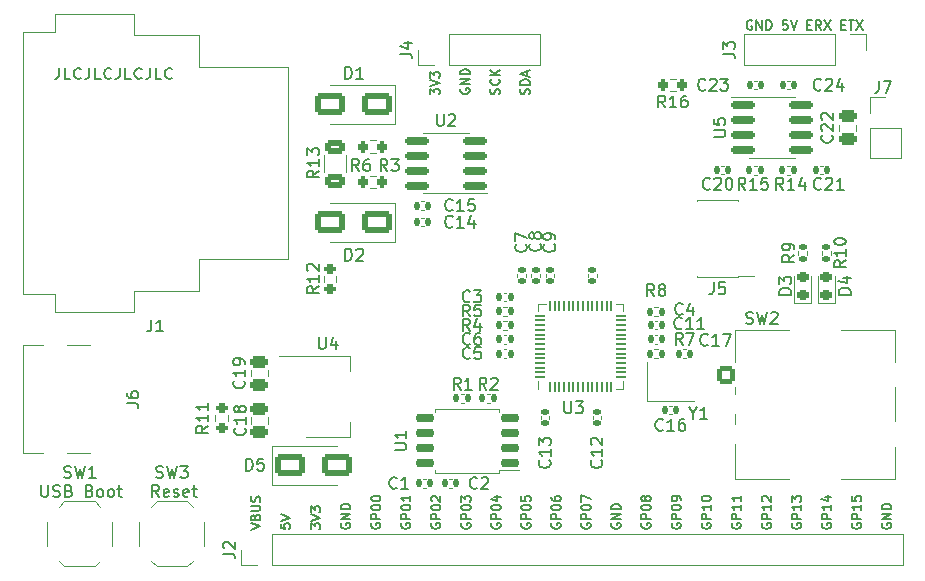
<source format=gto>
G04 #@! TF.GenerationSoftware,KiCad,Pcbnew,7.0.10*
G04 #@! TF.CreationDate,2024-02-24T17:37:44+01:00*
G04 #@! TF.ProjectId,rp2040-board,72703230-3430-42d6-926f-6172642e6b69,rev?*
G04 #@! TF.SameCoordinates,Original*
G04 #@! TF.FileFunction,Legend,Top*
G04 #@! TF.FilePolarity,Positive*
%FSLAX46Y46*%
G04 Gerber Fmt 4.6, Leading zero omitted, Abs format (unit mm)*
G04 Created by KiCad (PCBNEW 7.0.10) date 2024-02-24 17:37:44*
%MOMM*%
%LPD*%
G01*
G04 APERTURE LIST*
G04 Aperture macros list*
%AMRoundRect*
0 Rectangle with rounded corners*
0 $1 Rounding radius*
0 $2 $3 $4 $5 $6 $7 $8 $9 X,Y pos of 4 corners*
0 Add a 4 corners polygon primitive as box body*
4,1,4,$2,$3,$4,$5,$6,$7,$8,$9,$2,$3,0*
0 Add four circle primitives for the rounded corners*
1,1,$1+$1,$2,$3*
1,1,$1+$1,$4,$5*
1,1,$1+$1,$6,$7*
1,1,$1+$1,$8,$9*
0 Add four rect primitives between the rounded corners*
20,1,$1+$1,$2,$3,$4,$5,0*
20,1,$1+$1,$4,$5,$6,$7,0*
20,1,$1+$1,$6,$7,$8,$9,0*
20,1,$1+$1,$8,$9,$2,$3,0*%
G04 Aperture macros list end*
%ADD10C,0.150000*%
%ADD11C,0.180000*%
%ADD12C,0.120000*%
%ADD13RoundRect,0.250000X0.475000X-0.250000X0.475000X0.250000X-0.475000X0.250000X-0.475000X-0.250000X0*%
%ADD14RoundRect,0.200000X-0.275000X0.200000X-0.275000X-0.200000X0.275000X-0.200000X0.275000X0.200000X0*%
%ADD15RoundRect,0.140000X0.170000X-0.140000X0.170000X0.140000X-0.170000X0.140000X-0.170000X-0.140000X0*%
%ADD16RoundRect,0.140000X-0.140000X-0.170000X0.140000X-0.170000X0.140000X0.170000X-0.140000X0.170000X0*%
%ADD17RoundRect,0.250000X1.000000X0.650000X-1.000000X0.650000X-1.000000X-0.650000X1.000000X-0.650000X0*%
%ADD18RoundRect,0.140000X-0.170000X0.140000X-0.170000X-0.140000X0.170000X-0.140000X0.170000X0.140000X0*%
%ADD19R,1.700000X1.700000*%
%ADD20O,1.700000X1.700000*%
%ADD21RoundRect,0.140000X0.140000X0.170000X-0.140000X0.170000X-0.140000X-0.170000X0.140000X-0.170000X0*%
%ADD22RoundRect,0.135000X0.135000X0.185000X-0.135000X0.185000X-0.135000X-0.185000X0.135000X-0.185000X0*%
%ADD23RoundRect,0.200000X0.275000X-0.200000X0.275000X0.200000X-0.275000X0.200000X-0.275000X-0.200000X0*%
%ADD24RoundRect,0.135000X-0.135000X-0.185000X0.135000X-0.185000X0.135000X0.185000X-0.135000X0.185000X0*%
%ADD25RoundRect,0.200000X0.200000X0.275000X-0.200000X0.275000X-0.200000X-0.275000X0.200000X-0.275000X0*%
%ADD26R,1.000000X0.750000*%
%ADD27RoundRect,0.250000X-0.550000X-0.550000X0.550000X-0.550000X0.550000X0.550000X-0.550000X0.550000X0*%
%ADD28C,1.600000*%
%ADD29O,4.100000X3.000000*%
%ADD30R,2.400000X0.740000*%
%ADD31RoundRect,0.200000X-0.200000X-0.275000X0.200000X-0.275000X0.200000X0.275000X-0.200000X0.275000X0*%
%ADD32C,3.400000*%
%ADD33C,2.900000*%
%ADD34C,0.650000*%
%ADD35R,1.240000X0.600000*%
%ADD36R,1.240000X0.300000*%
%ADD37O,2.100000X1.000000*%
%ADD38O,1.800000X1.000000*%
%ADD39RoundRect,0.218750X0.256250X-0.218750X0.256250X0.218750X-0.256250X0.218750X-0.256250X-0.218750X0*%
%ADD40RoundRect,0.250000X-1.000000X-0.650000X1.000000X-0.650000X1.000000X0.650000X-1.000000X0.650000X0*%
%ADD41RoundRect,0.150000X0.650000X0.150000X-0.650000X0.150000X-0.650000X-0.150000X0.650000X-0.150000X0*%
%ADD42RoundRect,0.135000X0.185000X-0.135000X0.185000X0.135000X-0.185000X0.135000X-0.185000X-0.135000X0*%
%ADD43R,1.400000X1.200000*%
%ADD44R,2.000000X1.500000*%
%ADD45R,2.000000X3.800000*%
%ADD46RoundRect,0.050000X0.050000X-0.387500X0.050000X0.387500X-0.050000X0.387500X-0.050000X-0.387500X0*%
%ADD47RoundRect,0.050000X0.387500X-0.050000X0.387500X0.050000X-0.387500X0.050000X-0.387500X-0.050000X0*%
%ADD48R,3.200000X3.200000*%
%ADD49RoundRect,0.250000X0.625000X-0.312500X0.625000X0.312500X-0.625000X0.312500X-0.625000X-0.312500X0*%
%ADD50RoundRect,0.150000X0.825000X0.150000X-0.825000X0.150000X-0.825000X-0.150000X0.825000X-0.150000X0*%
%ADD51RoundRect,0.150000X-0.825000X-0.150000X0.825000X-0.150000X0.825000X0.150000X-0.825000X0.150000X0*%
%ADD52RoundRect,0.250000X-0.475000X0.250000X-0.475000X-0.250000X0.475000X-0.250000X0.475000X0.250000X0*%
G04 APERTURE END LIST*
D10*
X110708207Y-113869819D02*
X110374874Y-113393628D01*
X110136779Y-113869819D02*
X110136779Y-112869819D01*
X110136779Y-112869819D02*
X110517731Y-112869819D01*
X110517731Y-112869819D02*
X110612969Y-112917438D01*
X110612969Y-112917438D02*
X110660588Y-112965057D01*
X110660588Y-112965057D02*
X110708207Y-113060295D01*
X110708207Y-113060295D02*
X110708207Y-113203152D01*
X110708207Y-113203152D02*
X110660588Y-113298390D01*
X110660588Y-113298390D02*
X110612969Y-113346009D01*
X110612969Y-113346009D02*
X110517731Y-113393628D01*
X110517731Y-113393628D02*
X110136779Y-113393628D01*
X111517731Y-113822200D02*
X111422493Y-113869819D01*
X111422493Y-113869819D02*
X111232017Y-113869819D01*
X111232017Y-113869819D02*
X111136779Y-113822200D01*
X111136779Y-113822200D02*
X111089160Y-113726961D01*
X111089160Y-113726961D02*
X111089160Y-113346009D01*
X111089160Y-113346009D02*
X111136779Y-113250771D01*
X111136779Y-113250771D02*
X111232017Y-113203152D01*
X111232017Y-113203152D02*
X111422493Y-113203152D01*
X111422493Y-113203152D02*
X111517731Y-113250771D01*
X111517731Y-113250771D02*
X111565350Y-113346009D01*
X111565350Y-113346009D02*
X111565350Y-113441247D01*
X111565350Y-113441247D02*
X111089160Y-113536485D01*
X111946303Y-113822200D02*
X112041541Y-113869819D01*
X112041541Y-113869819D02*
X112232017Y-113869819D01*
X112232017Y-113869819D02*
X112327255Y-113822200D01*
X112327255Y-113822200D02*
X112374874Y-113726961D01*
X112374874Y-113726961D02*
X112374874Y-113679342D01*
X112374874Y-113679342D02*
X112327255Y-113584104D01*
X112327255Y-113584104D02*
X112232017Y-113536485D01*
X112232017Y-113536485D02*
X112089160Y-113536485D01*
X112089160Y-113536485D02*
X111993922Y-113488866D01*
X111993922Y-113488866D02*
X111946303Y-113393628D01*
X111946303Y-113393628D02*
X111946303Y-113346009D01*
X111946303Y-113346009D02*
X111993922Y-113250771D01*
X111993922Y-113250771D02*
X112089160Y-113203152D01*
X112089160Y-113203152D02*
X112232017Y-113203152D01*
X112232017Y-113203152D02*
X112327255Y-113250771D01*
X113184398Y-113822200D02*
X113089160Y-113869819D01*
X113089160Y-113869819D02*
X112898684Y-113869819D01*
X112898684Y-113869819D02*
X112803446Y-113822200D01*
X112803446Y-113822200D02*
X112755827Y-113726961D01*
X112755827Y-113726961D02*
X112755827Y-113346009D01*
X112755827Y-113346009D02*
X112803446Y-113250771D01*
X112803446Y-113250771D02*
X112898684Y-113203152D01*
X112898684Y-113203152D02*
X113089160Y-113203152D01*
X113089160Y-113203152D02*
X113184398Y-113250771D01*
X113184398Y-113250771D02*
X113232017Y-113346009D01*
X113232017Y-113346009D02*
X113232017Y-113441247D01*
X113232017Y-113441247D02*
X112755827Y-113536485D01*
X113517732Y-113203152D02*
X113898684Y-113203152D01*
X113660589Y-112869819D02*
X113660589Y-113726961D01*
X113660589Y-113726961D02*
X113708208Y-113822200D01*
X113708208Y-113822200D02*
X113803446Y-113869819D01*
X113803446Y-113869819D02*
X113898684Y-113869819D01*
X160908207Y-73532390D02*
X160832017Y-73494295D01*
X160832017Y-73494295D02*
X160717731Y-73494295D01*
X160717731Y-73494295D02*
X160603445Y-73532390D01*
X160603445Y-73532390D02*
X160527255Y-73608580D01*
X160527255Y-73608580D02*
X160489160Y-73684771D01*
X160489160Y-73684771D02*
X160451064Y-73837152D01*
X160451064Y-73837152D02*
X160451064Y-73951438D01*
X160451064Y-73951438D02*
X160489160Y-74103819D01*
X160489160Y-74103819D02*
X160527255Y-74180009D01*
X160527255Y-74180009D02*
X160603445Y-74256200D01*
X160603445Y-74256200D02*
X160717731Y-74294295D01*
X160717731Y-74294295D02*
X160793922Y-74294295D01*
X160793922Y-74294295D02*
X160908207Y-74256200D01*
X160908207Y-74256200D02*
X160946303Y-74218104D01*
X160946303Y-74218104D02*
X160946303Y-73951438D01*
X160946303Y-73951438D02*
X160793922Y-73951438D01*
X161289160Y-74294295D02*
X161289160Y-73494295D01*
X161289160Y-73494295D02*
X161746303Y-74294295D01*
X161746303Y-74294295D02*
X161746303Y-73494295D01*
X162127255Y-74294295D02*
X162127255Y-73494295D01*
X162127255Y-73494295D02*
X162317731Y-73494295D01*
X162317731Y-73494295D02*
X162432017Y-73532390D01*
X162432017Y-73532390D02*
X162508207Y-73608580D01*
X162508207Y-73608580D02*
X162546302Y-73684771D01*
X162546302Y-73684771D02*
X162584398Y-73837152D01*
X162584398Y-73837152D02*
X162584398Y-73951438D01*
X162584398Y-73951438D02*
X162546302Y-74103819D01*
X162546302Y-74103819D02*
X162508207Y-74180009D01*
X162508207Y-74180009D02*
X162432017Y-74256200D01*
X162432017Y-74256200D02*
X162317731Y-74294295D01*
X162317731Y-74294295D02*
X162127255Y-74294295D01*
X163917731Y-73494295D02*
X163536779Y-73494295D01*
X163536779Y-73494295D02*
X163498683Y-73875247D01*
X163498683Y-73875247D02*
X163536779Y-73837152D01*
X163536779Y-73837152D02*
X163612969Y-73799057D01*
X163612969Y-73799057D02*
X163803445Y-73799057D01*
X163803445Y-73799057D02*
X163879636Y-73837152D01*
X163879636Y-73837152D02*
X163917731Y-73875247D01*
X163917731Y-73875247D02*
X163955826Y-73951438D01*
X163955826Y-73951438D02*
X163955826Y-74141914D01*
X163955826Y-74141914D02*
X163917731Y-74218104D01*
X163917731Y-74218104D02*
X163879636Y-74256200D01*
X163879636Y-74256200D02*
X163803445Y-74294295D01*
X163803445Y-74294295D02*
X163612969Y-74294295D01*
X163612969Y-74294295D02*
X163536779Y-74256200D01*
X163536779Y-74256200D02*
X163498683Y-74218104D01*
X164184398Y-73494295D02*
X164451065Y-74294295D01*
X164451065Y-74294295D02*
X164717731Y-73494295D01*
X165593922Y-73875247D02*
X165860588Y-73875247D01*
X165974874Y-74294295D02*
X165593922Y-74294295D01*
X165593922Y-74294295D02*
X165593922Y-73494295D01*
X165593922Y-73494295D02*
X165974874Y-73494295D01*
X166774875Y-74294295D02*
X166508208Y-73913342D01*
X166317732Y-74294295D02*
X166317732Y-73494295D01*
X166317732Y-73494295D02*
X166622494Y-73494295D01*
X166622494Y-73494295D02*
X166698684Y-73532390D01*
X166698684Y-73532390D02*
X166736779Y-73570485D01*
X166736779Y-73570485D02*
X166774875Y-73646676D01*
X166774875Y-73646676D02*
X166774875Y-73760961D01*
X166774875Y-73760961D02*
X166736779Y-73837152D01*
X166736779Y-73837152D02*
X166698684Y-73875247D01*
X166698684Y-73875247D02*
X166622494Y-73913342D01*
X166622494Y-73913342D02*
X166317732Y-73913342D01*
X167041541Y-73494295D02*
X167574875Y-74294295D01*
X167574875Y-73494295D02*
X167041541Y-74294295D01*
X168489161Y-73875247D02*
X168755827Y-73875247D01*
X168870113Y-74294295D02*
X168489161Y-74294295D01*
X168489161Y-74294295D02*
X168489161Y-73494295D01*
X168489161Y-73494295D02*
X168870113Y-73494295D01*
X169098685Y-73494295D02*
X169555828Y-73494295D01*
X169327256Y-74294295D02*
X169327256Y-73494295D01*
X169746304Y-73494295D02*
X170279638Y-74294295D01*
X170279638Y-73494295D02*
X169746304Y-74294295D01*
X100736779Y-112869819D02*
X100736779Y-113679342D01*
X100736779Y-113679342D02*
X100784398Y-113774580D01*
X100784398Y-113774580D02*
X100832017Y-113822200D01*
X100832017Y-113822200D02*
X100927255Y-113869819D01*
X100927255Y-113869819D02*
X101117731Y-113869819D01*
X101117731Y-113869819D02*
X101212969Y-113822200D01*
X101212969Y-113822200D02*
X101260588Y-113774580D01*
X101260588Y-113774580D02*
X101308207Y-113679342D01*
X101308207Y-113679342D02*
X101308207Y-112869819D01*
X101736779Y-113822200D02*
X101879636Y-113869819D01*
X101879636Y-113869819D02*
X102117731Y-113869819D01*
X102117731Y-113869819D02*
X102212969Y-113822200D01*
X102212969Y-113822200D02*
X102260588Y-113774580D01*
X102260588Y-113774580D02*
X102308207Y-113679342D01*
X102308207Y-113679342D02*
X102308207Y-113584104D01*
X102308207Y-113584104D02*
X102260588Y-113488866D01*
X102260588Y-113488866D02*
X102212969Y-113441247D01*
X102212969Y-113441247D02*
X102117731Y-113393628D01*
X102117731Y-113393628D02*
X101927255Y-113346009D01*
X101927255Y-113346009D02*
X101832017Y-113298390D01*
X101832017Y-113298390D02*
X101784398Y-113250771D01*
X101784398Y-113250771D02*
X101736779Y-113155533D01*
X101736779Y-113155533D02*
X101736779Y-113060295D01*
X101736779Y-113060295D02*
X101784398Y-112965057D01*
X101784398Y-112965057D02*
X101832017Y-112917438D01*
X101832017Y-112917438D02*
X101927255Y-112869819D01*
X101927255Y-112869819D02*
X102165350Y-112869819D01*
X102165350Y-112869819D02*
X102308207Y-112917438D01*
X103070112Y-113346009D02*
X103212969Y-113393628D01*
X103212969Y-113393628D02*
X103260588Y-113441247D01*
X103260588Y-113441247D02*
X103308207Y-113536485D01*
X103308207Y-113536485D02*
X103308207Y-113679342D01*
X103308207Y-113679342D02*
X103260588Y-113774580D01*
X103260588Y-113774580D02*
X103212969Y-113822200D01*
X103212969Y-113822200D02*
X103117731Y-113869819D01*
X103117731Y-113869819D02*
X102736779Y-113869819D01*
X102736779Y-113869819D02*
X102736779Y-112869819D01*
X102736779Y-112869819D02*
X103070112Y-112869819D01*
X103070112Y-112869819D02*
X103165350Y-112917438D01*
X103165350Y-112917438D02*
X103212969Y-112965057D01*
X103212969Y-112965057D02*
X103260588Y-113060295D01*
X103260588Y-113060295D02*
X103260588Y-113155533D01*
X103260588Y-113155533D02*
X103212969Y-113250771D01*
X103212969Y-113250771D02*
X103165350Y-113298390D01*
X103165350Y-113298390D02*
X103070112Y-113346009D01*
X103070112Y-113346009D02*
X102736779Y-113346009D01*
X104832017Y-113346009D02*
X104974874Y-113393628D01*
X104974874Y-113393628D02*
X105022493Y-113441247D01*
X105022493Y-113441247D02*
X105070112Y-113536485D01*
X105070112Y-113536485D02*
X105070112Y-113679342D01*
X105070112Y-113679342D02*
X105022493Y-113774580D01*
X105022493Y-113774580D02*
X104974874Y-113822200D01*
X104974874Y-113822200D02*
X104879636Y-113869819D01*
X104879636Y-113869819D02*
X104498684Y-113869819D01*
X104498684Y-113869819D02*
X104498684Y-112869819D01*
X104498684Y-112869819D02*
X104832017Y-112869819D01*
X104832017Y-112869819D02*
X104927255Y-112917438D01*
X104927255Y-112917438D02*
X104974874Y-112965057D01*
X104974874Y-112965057D02*
X105022493Y-113060295D01*
X105022493Y-113060295D02*
X105022493Y-113155533D01*
X105022493Y-113155533D02*
X104974874Y-113250771D01*
X104974874Y-113250771D02*
X104927255Y-113298390D01*
X104927255Y-113298390D02*
X104832017Y-113346009D01*
X104832017Y-113346009D02*
X104498684Y-113346009D01*
X105641541Y-113869819D02*
X105546303Y-113822200D01*
X105546303Y-113822200D02*
X105498684Y-113774580D01*
X105498684Y-113774580D02*
X105451065Y-113679342D01*
X105451065Y-113679342D02*
X105451065Y-113393628D01*
X105451065Y-113393628D02*
X105498684Y-113298390D01*
X105498684Y-113298390D02*
X105546303Y-113250771D01*
X105546303Y-113250771D02*
X105641541Y-113203152D01*
X105641541Y-113203152D02*
X105784398Y-113203152D01*
X105784398Y-113203152D02*
X105879636Y-113250771D01*
X105879636Y-113250771D02*
X105927255Y-113298390D01*
X105927255Y-113298390D02*
X105974874Y-113393628D01*
X105974874Y-113393628D02*
X105974874Y-113679342D01*
X105974874Y-113679342D02*
X105927255Y-113774580D01*
X105927255Y-113774580D02*
X105879636Y-113822200D01*
X105879636Y-113822200D02*
X105784398Y-113869819D01*
X105784398Y-113869819D02*
X105641541Y-113869819D01*
X106546303Y-113869819D02*
X106451065Y-113822200D01*
X106451065Y-113822200D02*
X106403446Y-113774580D01*
X106403446Y-113774580D02*
X106355827Y-113679342D01*
X106355827Y-113679342D02*
X106355827Y-113393628D01*
X106355827Y-113393628D02*
X106403446Y-113298390D01*
X106403446Y-113298390D02*
X106451065Y-113250771D01*
X106451065Y-113250771D02*
X106546303Y-113203152D01*
X106546303Y-113203152D02*
X106689160Y-113203152D01*
X106689160Y-113203152D02*
X106784398Y-113250771D01*
X106784398Y-113250771D02*
X106832017Y-113298390D01*
X106832017Y-113298390D02*
X106879636Y-113393628D01*
X106879636Y-113393628D02*
X106879636Y-113679342D01*
X106879636Y-113679342D02*
X106832017Y-113774580D01*
X106832017Y-113774580D02*
X106784398Y-113822200D01*
X106784398Y-113822200D02*
X106689160Y-113869819D01*
X106689160Y-113869819D02*
X106546303Y-113869819D01*
X107165351Y-113203152D02*
X107546303Y-113203152D01*
X107308208Y-112869819D02*
X107308208Y-113726961D01*
X107308208Y-113726961D02*
X107355827Y-113822200D01*
X107355827Y-113822200D02*
X107451065Y-113869819D01*
X107451065Y-113869819D02*
X107546303Y-113869819D01*
X133674119Y-79788458D02*
X133674119Y-79299411D01*
X133674119Y-79299411D02*
X133975071Y-79562744D01*
X133975071Y-79562744D02*
X133975071Y-79449887D01*
X133975071Y-79449887D02*
X134012690Y-79374649D01*
X134012690Y-79374649D02*
X134050309Y-79337030D01*
X134050309Y-79337030D02*
X134125547Y-79299411D01*
X134125547Y-79299411D02*
X134313642Y-79299411D01*
X134313642Y-79299411D02*
X134388880Y-79337030D01*
X134388880Y-79337030D02*
X134426500Y-79374649D01*
X134426500Y-79374649D02*
X134464119Y-79449887D01*
X134464119Y-79449887D02*
X134464119Y-79675601D01*
X134464119Y-79675601D02*
X134426500Y-79750839D01*
X134426500Y-79750839D02*
X134388880Y-79788458D01*
X133674119Y-79073696D02*
X134464119Y-78810363D01*
X134464119Y-78810363D02*
X133674119Y-78547030D01*
X133674119Y-78358934D02*
X133674119Y-77869887D01*
X133674119Y-77869887D02*
X133975071Y-78133220D01*
X133975071Y-78133220D02*
X133975071Y-78020363D01*
X133975071Y-78020363D02*
X134012690Y-77945125D01*
X134012690Y-77945125D02*
X134050309Y-77907506D01*
X134050309Y-77907506D02*
X134125547Y-77869887D01*
X134125547Y-77869887D02*
X134313642Y-77869887D01*
X134313642Y-77869887D02*
X134388880Y-77907506D01*
X134388880Y-77907506D02*
X134426500Y-77945125D01*
X134426500Y-77945125D02*
X134464119Y-78020363D01*
X134464119Y-78020363D02*
X134464119Y-78246077D01*
X134464119Y-78246077D02*
X134426500Y-78321315D01*
X134426500Y-78321315D02*
X134388880Y-78358934D01*
X136255538Y-79299411D02*
X136217919Y-79374649D01*
X136217919Y-79374649D02*
X136217919Y-79487506D01*
X136217919Y-79487506D02*
X136255538Y-79600363D01*
X136255538Y-79600363D02*
X136330776Y-79675601D01*
X136330776Y-79675601D02*
X136406014Y-79713220D01*
X136406014Y-79713220D02*
X136556490Y-79750839D01*
X136556490Y-79750839D02*
X136669347Y-79750839D01*
X136669347Y-79750839D02*
X136819823Y-79713220D01*
X136819823Y-79713220D02*
X136895061Y-79675601D01*
X136895061Y-79675601D02*
X136970300Y-79600363D01*
X136970300Y-79600363D02*
X137007919Y-79487506D01*
X137007919Y-79487506D02*
X137007919Y-79412268D01*
X137007919Y-79412268D02*
X136970300Y-79299411D01*
X136970300Y-79299411D02*
X136932680Y-79261792D01*
X136932680Y-79261792D02*
X136669347Y-79261792D01*
X136669347Y-79261792D02*
X136669347Y-79412268D01*
X137007919Y-78923220D02*
X136217919Y-78923220D01*
X136217919Y-78923220D02*
X137007919Y-78471792D01*
X137007919Y-78471792D02*
X136217919Y-78471792D01*
X137007919Y-78095601D02*
X136217919Y-78095601D01*
X136217919Y-78095601D02*
X136217919Y-77907506D01*
X136217919Y-77907506D02*
X136255538Y-77794649D01*
X136255538Y-77794649D02*
X136330776Y-77719411D01*
X136330776Y-77719411D02*
X136406014Y-77681792D01*
X136406014Y-77681792D02*
X136556490Y-77644173D01*
X136556490Y-77644173D02*
X136669347Y-77644173D01*
X136669347Y-77644173D02*
X136819823Y-77681792D01*
X136819823Y-77681792D02*
X136895061Y-77719411D01*
X136895061Y-77719411D02*
X136970300Y-77794649D01*
X136970300Y-77794649D02*
X137007919Y-77907506D01*
X137007919Y-77907506D02*
X137007919Y-78095601D01*
X139514100Y-79750839D02*
X139551719Y-79637982D01*
X139551719Y-79637982D02*
X139551719Y-79449887D01*
X139551719Y-79449887D02*
X139514100Y-79374649D01*
X139514100Y-79374649D02*
X139476480Y-79337030D01*
X139476480Y-79337030D02*
X139401242Y-79299411D01*
X139401242Y-79299411D02*
X139326004Y-79299411D01*
X139326004Y-79299411D02*
X139250766Y-79337030D01*
X139250766Y-79337030D02*
X139213147Y-79374649D01*
X139213147Y-79374649D02*
X139175528Y-79449887D01*
X139175528Y-79449887D02*
X139137909Y-79600363D01*
X139137909Y-79600363D02*
X139100290Y-79675601D01*
X139100290Y-79675601D02*
X139062671Y-79713220D01*
X139062671Y-79713220D02*
X138987433Y-79750839D01*
X138987433Y-79750839D02*
X138912195Y-79750839D01*
X138912195Y-79750839D02*
X138836957Y-79713220D01*
X138836957Y-79713220D02*
X138799338Y-79675601D01*
X138799338Y-79675601D02*
X138761719Y-79600363D01*
X138761719Y-79600363D02*
X138761719Y-79412268D01*
X138761719Y-79412268D02*
X138799338Y-79299411D01*
X139476480Y-78509411D02*
X139514100Y-78547030D01*
X139514100Y-78547030D02*
X139551719Y-78659887D01*
X139551719Y-78659887D02*
X139551719Y-78735125D01*
X139551719Y-78735125D02*
X139514100Y-78847982D01*
X139514100Y-78847982D02*
X139438861Y-78923220D01*
X139438861Y-78923220D02*
X139363623Y-78960839D01*
X139363623Y-78960839D02*
X139213147Y-78998458D01*
X139213147Y-78998458D02*
X139100290Y-78998458D01*
X139100290Y-78998458D02*
X138949814Y-78960839D01*
X138949814Y-78960839D02*
X138874576Y-78923220D01*
X138874576Y-78923220D02*
X138799338Y-78847982D01*
X138799338Y-78847982D02*
X138761719Y-78735125D01*
X138761719Y-78735125D02*
X138761719Y-78659887D01*
X138761719Y-78659887D02*
X138799338Y-78547030D01*
X138799338Y-78547030D02*
X138836957Y-78509411D01*
X139551719Y-78170839D02*
X138761719Y-78170839D01*
X139551719Y-77719411D02*
X139100290Y-78057982D01*
X138761719Y-77719411D02*
X139213147Y-78170839D01*
X142057900Y-79750839D02*
X142095519Y-79637982D01*
X142095519Y-79637982D02*
X142095519Y-79449887D01*
X142095519Y-79449887D02*
X142057900Y-79374649D01*
X142057900Y-79374649D02*
X142020280Y-79337030D01*
X142020280Y-79337030D02*
X141945042Y-79299411D01*
X141945042Y-79299411D02*
X141869804Y-79299411D01*
X141869804Y-79299411D02*
X141794566Y-79337030D01*
X141794566Y-79337030D02*
X141756947Y-79374649D01*
X141756947Y-79374649D02*
X141719328Y-79449887D01*
X141719328Y-79449887D02*
X141681709Y-79600363D01*
X141681709Y-79600363D02*
X141644090Y-79675601D01*
X141644090Y-79675601D02*
X141606471Y-79713220D01*
X141606471Y-79713220D02*
X141531233Y-79750839D01*
X141531233Y-79750839D02*
X141455995Y-79750839D01*
X141455995Y-79750839D02*
X141380757Y-79713220D01*
X141380757Y-79713220D02*
X141343138Y-79675601D01*
X141343138Y-79675601D02*
X141305519Y-79600363D01*
X141305519Y-79600363D02*
X141305519Y-79412268D01*
X141305519Y-79412268D02*
X141343138Y-79299411D01*
X142095519Y-78960839D02*
X141305519Y-78960839D01*
X141305519Y-78960839D02*
X141305519Y-78772744D01*
X141305519Y-78772744D02*
X141343138Y-78659887D01*
X141343138Y-78659887D02*
X141418376Y-78584649D01*
X141418376Y-78584649D02*
X141493614Y-78547030D01*
X141493614Y-78547030D02*
X141644090Y-78509411D01*
X141644090Y-78509411D02*
X141756947Y-78509411D01*
X141756947Y-78509411D02*
X141907423Y-78547030D01*
X141907423Y-78547030D02*
X141982661Y-78584649D01*
X141982661Y-78584649D02*
X142057900Y-78659887D01*
X142057900Y-78659887D02*
X142095519Y-78772744D01*
X142095519Y-78772744D02*
X142095519Y-78960839D01*
X141869804Y-78208458D02*
X141869804Y-77832268D01*
X142095519Y-78283696D02*
X141305519Y-78020363D01*
X141305519Y-78020363D02*
X142095519Y-77757030D01*
D11*
X102242230Y-77580497D02*
X102242230Y-78223354D01*
X102242230Y-78223354D02*
X102194611Y-78351925D01*
X102194611Y-78351925D02*
X102099373Y-78437640D01*
X102099373Y-78437640D02*
X101956516Y-78480497D01*
X101956516Y-78480497D02*
X101861278Y-78480497D01*
X103194611Y-78480497D02*
X102718421Y-78480497D01*
X102718421Y-78480497D02*
X102718421Y-77580497D01*
X104099373Y-78394782D02*
X104051754Y-78437640D01*
X104051754Y-78437640D02*
X103908897Y-78480497D01*
X103908897Y-78480497D02*
X103813659Y-78480497D01*
X103813659Y-78480497D02*
X103670802Y-78437640D01*
X103670802Y-78437640D02*
X103575564Y-78351925D01*
X103575564Y-78351925D02*
X103527945Y-78266211D01*
X103527945Y-78266211D02*
X103480326Y-78094782D01*
X103480326Y-78094782D02*
X103480326Y-77966211D01*
X103480326Y-77966211D02*
X103527945Y-77794782D01*
X103527945Y-77794782D02*
X103575564Y-77709068D01*
X103575564Y-77709068D02*
X103670802Y-77623354D01*
X103670802Y-77623354D02*
X103813659Y-77580497D01*
X103813659Y-77580497D02*
X103908897Y-77580497D01*
X103908897Y-77580497D02*
X104051754Y-77623354D01*
X104051754Y-77623354D02*
X104099373Y-77666211D01*
X104813659Y-77580497D02*
X104813659Y-78223354D01*
X104813659Y-78223354D02*
X104766040Y-78351925D01*
X104766040Y-78351925D02*
X104670802Y-78437640D01*
X104670802Y-78437640D02*
X104527945Y-78480497D01*
X104527945Y-78480497D02*
X104432707Y-78480497D01*
X105766040Y-78480497D02*
X105289850Y-78480497D01*
X105289850Y-78480497D02*
X105289850Y-77580497D01*
X106670802Y-78394782D02*
X106623183Y-78437640D01*
X106623183Y-78437640D02*
X106480326Y-78480497D01*
X106480326Y-78480497D02*
X106385088Y-78480497D01*
X106385088Y-78480497D02*
X106242231Y-78437640D01*
X106242231Y-78437640D02*
X106146993Y-78351925D01*
X106146993Y-78351925D02*
X106099374Y-78266211D01*
X106099374Y-78266211D02*
X106051755Y-78094782D01*
X106051755Y-78094782D02*
X106051755Y-77966211D01*
X106051755Y-77966211D02*
X106099374Y-77794782D01*
X106099374Y-77794782D02*
X106146993Y-77709068D01*
X106146993Y-77709068D02*
X106242231Y-77623354D01*
X106242231Y-77623354D02*
X106385088Y-77580497D01*
X106385088Y-77580497D02*
X106480326Y-77580497D01*
X106480326Y-77580497D02*
X106623183Y-77623354D01*
X106623183Y-77623354D02*
X106670802Y-77666211D01*
X107385088Y-77580497D02*
X107385088Y-78223354D01*
X107385088Y-78223354D02*
X107337469Y-78351925D01*
X107337469Y-78351925D02*
X107242231Y-78437640D01*
X107242231Y-78437640D02*
X107099374Y-78480497D01*
X107099374Y-78480497D02*
X107004136Y-78480497D01*
X108337469Y-78480497D02*
X107861279Y-78480497D01*
X107861279Y-78480497D02*
X107861279Y-77580497D01*
X109242231Y-78394782D02*
X109194612Y-78437640D01*
X109194612Y-78437640D02*
X109051755Y-78480497D01*
X109051755Y-78480497D02*
X108956517Y-78480497D01*
X108956517Y-78480497D02*
X108813660Y-78437640D01*
X108813660Y-78437640D02*
X108718422Y-78351925D01*
X108718422Y-78351925D02*
X108670803Y-78266211D01*
X108670803Y-78266211D02*
X108623184Y-78094782D01*
X108623184Y-78094782D02*
X108623184Y-77966211D01*
X108623184Y-77966211D02*
X108670803Y-77794782D01*
X108670803Y-77794782D02*
X108718422Y-77709068D01*
X108718422Y-77709068D02*
X108813660Y-77623354D01*
X108813660Y-77623354D02*
X108956517Y-77580497D01*
X108956517Y-77580497D02*
X109051755Y-77580497D01*
X109051755Y-77580497D02*
X109194612Y-77623354D01*
X109194612Y-77623354D02*
X109242231Y-77666211D01*
X109956517Y-77580497D02*
X109956517Y-78223354D01*
X109956517Y-78223354D02*
X109908898Y-78351925D01*
X109908898Y-78351925D02*
X109813660Y-78437640D01*
X109813660Y-78437640D02*
X109670803Y-78480497D01*
X109670803Y-78480497D02*
X109575565Y-78480497D01*
X110908898Y-78480497D02*
X110432708Y-78480497D01*
X110432708Y-78480497D02*
X110432708Y-77580497D01*
X111813660Y-78394782D02*
X111766041Y-78437640D01*
X111766041Y-78437640D02*
X111623184Y-78480497D01*
X111623184Y-78480497D02*
X111527946Y-78480497D01*
X111527946Y-78480497D02*
X111385089Y-78437640D01*
X111385089Y-78437640D02*
X111289851Y-78351925D01*
X111289851Y-78351925D02*
X111242232Y-78266211D01*
X111242232Y-78266211D02*
X111194613Y-78094782D01*
X111194613Y-78094782D02*
X111194613Y-77966211D01*
X111194613Y-77966211D02*
X111242232Y-77794782D01*
X111242232Y-77794782D02*
X111289851Y-77709068D01*
X111289851Y-77709068D02*
X111385089Y-77623354D01*
X111385089Y-77623354D02*
X111527946Y-77580497D01*
X111527946Y-77580497D02*
X111623184Y-77580497D01*
X111623184Y-77580497D02*
X111766041Y-77623354D01*
X111766041Y-77623354D02*
X111813660Y-77666211D01*
D10*
X118485719Y-116626077D02*
X119275719Y-116362744D01*
X119275719Y-116362744D02*
X118485719Y-116099411D01*
X118861909Y-115572744D02*
X118899528Y-115459887D01*
X118899528Y-115459887D02*
X118937147Y-115422268D01*
X118937147Y-115422268D02*
X119012385Y-115384649D01*
X119012385Y-115384649D02*
X119125242Y-115384649D01*
X119125242Y-115384649D02*
X119200480Y-115422268D01*
X119200480Y-115422268D02*
X119238100Y-115459887D01*
X119238100Y-115459887D02*
X119275719Y-115535125D01*
X119275719Y-115535125D02*
X119275719Y-115836077D01*
X119275719Y-115836077D02*
X118485719Y-115836077D01*
X118485719Y-115836077D02*
X118485719Y-115572744D01*
X118485719Y-115572744D02*
X118523338Y-115497506D01*
X118523338Y-115497506D02*
X118560957Y-115459887D01*
X118560957Y-115459887D02*
X118636195Y-115422268D01*
X118636195Y-115422268D02*
X118711433Y-115422268D01*
X118711433Y-115422268D02*
X118786671Y-115459887D01*
X118786671Y-115459887D02*
X118824290Y-115497506D01*
X118824290Y-115497506D02*
X118861909Y-115572744D01*
X118861909Y-115572744D02*
X118861909Y-115836077D01*
X118485719Y-115046077D02*
X119125242Y-115046077D01*
X119125242Y-115046077D02*
X119200480Y-115008458D01*
X119200480Y-115008458D02*
X119238100Y-114970839D01*
X119238100Y-114970839D02*
X119275719Y-114895601D01*
X119275719Y-114895601D02*
X119275719Y-114745125D01*
X119275719Y-114745125D02*
X119238100Y-114669887D01*
X119238100Y-114669887D02*
X119200480Y-114632268D01*
X119200480Y-114632268D02*
X119125242Y-114594649D01*
X119125242Y-114594649D02*
X118485719Y-114594649D01*
X119238100Y-114256077D02*
X119275719Y-114143220D01*
X119275719Y-114143220D02*
X119275719Y-113955125D01*
X119275719Y-113955125D02*
X119238100Y-113879887D01*
X119238100Y-113879887D02*
X119200480Y-113842268D01*
X119200480Y-113842268D02*
X119125242Y-113804649D01*
X119125242Y-113804649D02*
X119050004Y-113804649D01*
X119050004Y-113804649D02*
X118974766Y-113842268D01*
X118974766Y-113842268D02*
X118937147Y-113879887D01*
X118937147Y-113879887D02*
X118899528Y-113955125D01*
X118899528Y-113955125D02*
X118861909Y-114105601D01*
X118861909Y-114105601D02*
X118824290Y-114180839D01*
X118824290Y-114180839D02*
X118786671Y-114218458D01*
X118786671Y-114218458D02*
X118711433Y-114256077D01*
X118711433Y-114256077D02*
X118636195Y-114256077D01*
X118636195Y-114256077D02*
X118560957Y-114218458D01*
X118560957Y-114218458D02*
X118523338Y-114180839D01*
X118523338Y-114180839D02*
X118485719Y-114105601D01*
X118485719Y-114105601D02*
X118485719Y-113917506D01*
X118485719Y-113917506D02*
X118523338Y-113804649D01*
X121029519Y-116137030D02*
X121029519Y-116513220D01*
X121029519Y-116513220D02*
X121405709Y-116550839D01*
X121405709Y-116550839D02*
X121368090Y-116513220D01*
X121368090Y-116513220D02*
X121330471Y-116437982D01*
X121330471Y-116437982D02*
X121330471Y-116249887D01*
X121330471Y-116249887D02*
X121368090Y-116174649D01*
X121368090Y-116174649D02*
X121405709Y-116137030D01*
X121405709Y-116137030D02*
X121480947Y-116099411D01*
X121480947Y-116099411D02*
X121669042Y-116099411D01*
X121669042Y-116099411D02*
X121744280Y-116137030D01*
X121744280Y-116137030D02*
X121781900Y-116174649D01*
X121781900Y-116174649D02*
X121819519Y-116249887D01*
X121819519Y-116249887D02*
X121819519Y-116437982D01*
X121819519Y-116437982D02*
X121781900Y-116513220D01*
X121781900Y-116513220D02*
X121744280Y-116550839D01*
X121029519Y-115873696D02*
X121819519Y-115610363D01*
X121819519Y-115610363D02*
X121029519Y-115347030D01*
X123573319Y-116588458D02*
X123573319Y-116099411D01*
X123573319Y-116099411D02*
X123874271Y-116362744D01*
X123874271Y-116362744D02*
X123874271Y-116249887D01*
X123874271Y-116249887D02*
X123911890Y-116174649D01*
X123911890Y-116174649D02*
X123949509Y-116137030D01*
X123949509Y-116137030D02*
X124024747Y-116099411D01*
X124024747Y-116099411D02*
X124212842Y-116099411D01*
X124212842Y-116099411D02*
X124288080Y-116137030D01*
X124288080Y-116137030D02*
X124325700Y-116174649D01*
X124325700Y-116174649D02*
X124363319Y-116249887D01*
X124363319Y-116249887D02*
X124363319Y-116475601D01*
X124363319Y-116475601D02*
X124325700Y-116550839D01*
X124325700Y-116550839D02*
X124288080Y-116588458D01*
X123573319Y-115873696D02*
X124363319Y-115610363D01*
X124363319Y-115610363D02*
X123573319Y-115347030D01*
X123573319Y-115158934D02*
X123573319Y-114669887D01*
X123573319Y-114669887D02*
X123874271Y-114933220D01*
X123874271Y-114933220D02*
X123874271Y-114820363D01*
X123874271Y-114820363D02*
X123911890Y-114745125D01*
X123911890Y-114745125D02*
X123949509Y-114707506D01*
X123949509Y-114707506D02*
X124024747Y-114669887D01*
X124024747Y-114669887D02*
X124212842Y-114669887D01*
X124212842Y-114669887D02*
X124288080Y-114707506D01*
X124288080Y-114707506D02*
X124325700Y-114745125D01*
X124325700Y-114745125D02*
X124363319Y-114820363D01*
X124363319Y-114820363D02*
X124363319Y-115046077D01*
X124363319Y-115046077D02*
X124325700Y-115121315D01*
X124325700Y-115121315D02*
X124288080Y-115158934D01*
X126154738Y-116099411D02*
X126117119Y-116174649D01*
X126117119Y-116174649D02*
X126117119Y-116287506D01*
X126117119Y-116287506D02*
X126154738Y-116400363D01*
X126154738Y-116400363D02*
X126229976Y-116475601D01*
X126229976Y-116475601D02*
X126305214Y-116513220D01*
X126305214Y-116513220D02*
X126455690Y-116550839D01*
X126455690Y-116550839D02*
X126568547Y-116550839D01*
X126568547Y-116550839D02*
X126719023Y-116513220D01*
X126719023Y-116513220D02*
X126794261Y-116475601D01*
X126794261Y-116475601D02*
X126869500Y-116400363D01*
X126869500Y-116400363D02*
X126907119Y-116287506D01*
X126907119Y-116287506D02*
X126907119Y-116212268D01*
X126907119Y-116212268D02*
X126869500Y-116099411D01*
X126869500Y-116099411D02*
X126831880Y-116061792D01*
X126831880Y-116061792D02*
X126568547Y-116061792D01*
X126568547Y-116061792D02*
X126568547Y-116212268D01*
X126907119Y-115723220D02*
X126117119Y-115723220D01*
X126117119Y-115723220D02*
X126907119Y-115271792D01*
X126907119Y-115271792D02*
X126117119Y-115271792D01*
X126907119Y-114895601D02*
X126117119Y-114895601D01*
X126117119Y-114895601D02*
X126117119Y-114707506D01*
X126117119Y-114707506D02*
X126154738Y-114594649D01*
X126154738Y-114594649D02*
X126229976Y-114519411D01*
X126229976Y-114519411D02*
X126305214Y-114481792D01*
X126305214Y-114481792D02*
X126455690Y-114444173D01*
X126455690Y-114444173D02*
X126568547Y-114444173D01*
X126568547Y-114444173D02*
X126719023Y-114481792D01*
X126719023Y-114481792D02*
X126794261Y-114519411D01*
X126794261Y-114519411D02*
X126869500Y-114594649D01*
X126869500Y-114594649D02*
X126907119Y-114707506D01*
X126907119Y-114707506D02*
X126907119Y-114895601D01*
X128698538Y-116099411D02*
X128660919Y-116174649D01*
X128660919Y-116174649D02*
X128660919Y-116287506D01*
X128660919Y-116287506D02*
X128698538Y-116400363D01*
X128698538Y-116400363D02*
X128773776Y-116475601D01*
X128773776Y-116475601D02*
X128849014Y-116513220D01*
X128849014Y-116513220D02*
X128999490Y-116550839D01*
X128999490Y-116550839D02*
X129112347Y-116550839D01*
X129112347Y-116550839D02*
X129262823Y-116513220D01*
X129262823Y-116513220D02*
X129338061Y-116475601D01*
X129338061Y-116475601D02*
X129413300Y-116400363D01*
X129413300Y-116400363D02*
X129450919Y-116287506D01*
X129450919Y-116287506D02*
X129450919Y-116212268D01*
X129450919Y-116212268D02*
X129413300Y-116099411D01*
X129413300Y-116099411D02*
X129375680Y-116061792D01*
X129375680Y-116061792D02*
X129112347Y-116061792D01*
X129112347Y-116061792D02*
X129112347Y-116212268D01*
X129450919Y-115723220D02*
X128660919Y-115723220D01*
X128660919Y-115723220D02*
X128660919Y-115422268D01*
X128660919Y-115422268D02*
X128698538Y-115347030D01*
X128698538Y-115347030D02*
X128736157Y-115309411D01*
X128736157Y-115309411D02*
X128811395Y-115271792D01*
X128811395Y-115271792D02*
X128924252Y-115271792D01*
X128924252Y-115271792D02*
X128999490Y-115309411D01*
X128999490Y-115309411D02*
X129037109Y-115347030D01*
X129037109Y-115347030D02*
X129074728Y-115422268D01*
X129074728Y-115422268D02*
X129074728Y-115723220D01*
X128660919Y-114782744D02*
X128660919Y-114707506D01*
X128660919Y-114707506D02*
X128698538Y-114632268D01*
X128698538Y-114632268D02*
X128736157Y-114594649D01*
X128736157Y-114594649D02*
X128811395Y-114557030D01*
X128811395Y-114557030D02*
X128961871Y-114519411D01*
X128961871Y-114519411D02*
X129149966Y-114519411D01*
X129149966Y-114519411D02*
X129300442Y-114557030D01*
X129300442Y-114557030D02*
X129375680Y-114594649D01*
X129375680Y-114594649D02*
X129413300Y-114632268D01*
X129413300Y-114632268D02*
X129450919Y-114707506D01*
X129450919Y-114707506D02*
X129450919Y-114782744D01*
X129450919Y-114782744D02*
X129413300Y-114857982D01*
X129413300Y-114857982D02*
X129375680Y-114895601D01*
X129375680Y-114895601D02*
X129300442Y-114933220D01*
X129300442Y-114933220D02*
X129149966Y-114970839D01*
X129149966Y-114970839D02*
X128961871Y-114970839D01*
X128961871Y-114970839D02*
X128811395Y-114933220D01*
X128811395Y-114933220D02*
X128736157Y-114895601D01*
X128736157Y-114895601D02*
X128698538Y-114857982D01*
X128698538Y-114857982D02*
X128660919Y-114782744D01*
X128660919Y-114030363D02*
X128660919Y-113955125D01*
X128660919Y-113955125D02*
X128698538Y-113879887D01*
X128698538Y-113879887D02*
X128736157Y-113842268D01*
X128736157Y-113842268D02*
X128811395Y-113804649D01*
X128811395Y-113804649D02*
X128961871Y-113767030D01*
X128961871Y-113767030D02*
X129149966Y-113767030D01*
X129149966Y-113767030D02*
X129300442Y-113804649D01*
X129300442Y-113804649D02*
X129375680Y-113842268D01*
X129375680Y-113842268D02*
X129413300Y-113879887D01*
X129413300Y-113879887D02*
X129450919Y-113955125D01*
X129450919Y-113955125D02*
X129450919Y-114030363D01*
X129450919Y-114030363D02*
X129413300Y-114105601D01*
X129413300Y-114105601D02*
X129375680Y-114143220D01*
X129375680Y-114143220D02*
X129300442Y-114180839D01*
X129300442Y-114180839D02*
X129149966Y-114218458D01*
X129149966Y-114218458D02*
X128961871Y-114218458D01*
X128961871Y-114218458D02*
X128811395Y-114180839D01*
X128811395Y-114180839D02*
X128736157Y-114143220D01*
X128736157Y-114143220D02*
X128698538Y-114105601D01*
X128698538Y-114105601D02*
X128660919Y-114030363D01*
X131242338Y-116099411D02*
X131204719Y-116174649D01*
X131204719Y-116174649D02*
X131204719Y-116287506D01*
X131204719Y-116287506D02*
X131242338Y-116400363D01*
X131242338Y-116400363D02*
X131317576Y-116475601D01*
X131317576Y-116475601D02*
X131392814Y-116513220D01*
X131392814Y-116513220D02*
X131543290Y-116550839D01*
X131543290Y-116550839D02*
X131656147Y-116550839D01*
X131656147Y-116550839D02*
X131806623Y-116513220D01*
X131806623Y-116513220D02*
X131881861Y-116475601D01*
X131881861Y-116475601D02*
X131957100Y-116400363D01*
X131957100Y-116400363D02*
X131994719Y-116287506D01*
X131994719Y-116287506D02*
X131994719Y-116212268D01*
X131994719Y-116212268D02*
X131957100Y-116099411D01*
X131957100Y-116099411D02*
X131919480Y-116061792D01*
X131919480Y-116061792D02*
X131656147Y-116061792D01*
X131656147Y-116061792D02*
X131656147Y-116212268D01*
X131994719Y-115723220D02*
X131204719Y-115723220D01*
X131204719Y-115723220D02*
X131204719Y-115422268D01*
X131204719Y-115422268D02*
X131242338Y-115347030D01*
X131242338Y-115347030D02*
X131279957Y-115309411D01*
X131279957Y-115309411D02*
X131355195Y-115271792D01*
X131355195Y-115271792D02*
X131468052Y-115271792D01*
X131468052Y-115271792D02*
X131543290Y-115309411D01*
X131543290Y-115309411D02*
X131580909Y-115347030D01*
X131580909Y-115347030D02*
X131618528Y-115422268D01*
X131618528Y-115422268D02*
X131618528Y-115723220D01*
X131204719Y-114782744D02*
X131204719Y-114707506D01*
X131204719Y-114707506D02*
X131242338Y-114632268D01*
X131242338Y-114632268D02*
X131279957Y-114594649D01*
X131279957Y-114594649D02*
X131355195Y-114557030D01*
X131355195Y-114557030D02*
X131505671Y-114519411D01*
X131505671Y-114519411D02*
X131693766Y-114519411D01*
X131693766Y-114519411D02*
X131844242Y-114557030D01*
X131844242Y-114557030D02*
X131919480Y-114594649D01*
X131919480Y-114594649D02*
X131957100Y-114632268D01*
X131957100Y-114632268D02*
X131994719Y-114707506D01*
X131994719Y-114707506D02*
X131994719Y-114782744D01*
X131994719Y-114782744D02*
X131957100Y-114857982D01*
X131957100Y-114857982D02*
X131919480Y-114895601D01*
X131919480Y-114895601D02*
X131844242Y-114933220D01*
X131844242Y-114933220D02*
X131693766Y-114970839D01*
X131693766Y-114970839D02*
X131505671Y-114970839D01*
X131505671Y-114970839D02*
X131355195Y-114933220D01*
X131355195Y-114933220D02*
X131279957Y-114895601D01*
X131279957Y-114895601D02*
X131242338Y-114857982D01*
X131242338Y-114857982D02*
X131204719Y-114782744D01*
X131994719Y-113767030D02*
X131994719Y-114218458D01*
X131994719Y-113992744D02*
X131204719Y-113992744D01*
X131204719Y-113992744D02*
X131317576Y-114067982D01*
X131317576Y-114067982D02*
X131392814Y-114143220D01*
X131392814Y-114143220D02*
X131430433Y-114218458D01*
X133786138Y-116099411D02*
X133748519Y-116174649D01*
X133748519Y-116174649D02*
X133748519Y-116287506D01*
X133748519Y-116287506D02*
X133786138Y-116400363D01*
X133786138Y-116400363D02*
X133861376Y-116475601D01*
X133861376Y-116475601D02*
X133936614Y-116513220D01*
X133936614Y-116513220D02*
X134087090Y-116550839D01*
X134087090Y-116550839D02*
X134199947Y-116550839D01*
X134199947Y-116550839D02*
X134350423Y-116513220D01*
X134350423Y-116513220D02*
X134425661Y-116475601D01*
X134425661Y-116475601D02*
X134500900Y-116400363D01*
X134500900Y-116400363D02*
X134538519Y-116287506D01*
X134538519Y-116287506D02*
X134538519Y-116212268D01*
X134538519Y-116212268D02*
X134500900Y-116099411D01*
X134500900Y-116099411D02*
X134463280Y-116061792D01*
X134463280Y-116061792D02*
X134199947Y-116061792D01*
X134199947Y-116061792D02*
X134199947Y-116212268D01*
X134538519Y-115723220D02*
X133748519Y-115723220D01*
X133748519Y-115723220D02*
X133748519Y-115422268D01*
X133748519Y-115422268D02*
X133786138Y-115347030D01*
X133786138Y-115347030D02*
X133823757Y-115309411D01*
X133823757Y-115309411D02*
X133898995Y-115271792D01*
X133898995Y-115271792D02*
X134011852Y-115271792D01*
X134011852Y-115271792D02*
X134087090Y-115309411D01*
X134087090Y-115309411D02*
X134124709Y-115347030D01*
X134124709Y-115347030D02*
X134162328Y-115422268D01*
X134162328Y-115422268D02*
X134162328Y-115723220D01*
X133748519Y-114782744D02*
X133748519Y-114707506D01*
X133748519Y-114707506D02*
X133786138Y-114632268D01*
X133786138Y-114632268D02*
X133823757Y-114594649D01*
X133823757Y-114594649D02*
X133898995Y-114557030D01*
X133898995Y-114557030D02*
X134049471Y-114519411D01*
X134049471Y-114519411D02*
X134237566Y-114519411D01*
X134237566Y-114519411D02*
X134388042Y-114557030D01*
X134388042Y-114557030D02*
X134463280Y-114594649D01*
X134463280Y-114594649D02*
X134500900Y-114632268D01*
X134500900Y-114632268D02*
X134538519Y-114707506D01*
X134538519Y-114707506D02*
X134538519Y-114782744D01*
X134538519Y-114782744D02*
X134500900Y-114857982D01*
X134500900Y-114857982D02*
X134463280Y-114895601D01*
X134463280Y-114895601D02*
X134388042Y-114933220D01*
X134388042Y-114933220D02*
X134237566Y-114970839D01*
X134237566Y-114970839D02*
X134049471Y-114970839D01*
X134049471Y-114970839D02*
X133898995Y-114933220D01*
X133898995Y-114933220D02*
X133823757Y-114895601D01*
X133823757Y-114895601D02*
X133786138Y-114857982D01*
X133786138Y-114857982D02*
X133748519Y-114782744D01*
X133823757Y-114218458D02*
X133786138Y-114180839D01*
X133786138Y-114180839D02*
X133748519Y-114105601D01*
X133748519Y-114105601D02*
X133748519Y-113917506D01*
X133748519Y-113917506D02*
X133786138Y-113842268D01*
X133786138Y-113842268D02*
X133823757Y-113804649D01*
X133823757Y-113804649D02*
X133898995Y-113767030D01*
X133898995Y-113767030D02*
X133974233Y-113767030D01*
X133974233Y-113767030D02*
X134087090Y-113804649D01*
X134087090Y-113804649D02*
X134538519Y-114256077D01*
X134538519Y-114256077D02*
X134538519Y-113767030D01*
X136329938Y-116099411D02*
X136292319Y-116174649D01*
X136292319Y-116174649D02*
X136292319Y-116287506D01*
X136292319Y-116287506D02*
X136329938Y-116400363D01*
X136329938Y-116400363D02*
X136405176Y-116475601D01*
X136405176Y-116475601D02*
X136480414Y-116513220D01*
X136480414Y-116513220D02*
X136630890Y-116550839D01*
X136630890Y-116550839D02*
X136743747Y-116550839D01*
X136743747Y-116550839D02*
X136894223Y-116513220D01*
X136894223Y-116513220D02*
X136969461Y-116475601D01*
X136969461Y-116475601D02*
X137044700Y-116400363D01*
X137044700Y-116400363D02*
X137082319Y-116287506D01*
X137082319Y-116287506D02*
X137082319Y-116212268D01*
X137082319Y-116212268D02*
X137044700Y-116099411D01*
X137044700Y-116099411D02*
X137007080Y-116061792D01*
X137007080Y-116061792D02*
X136743747Y-116061792D01*
X136743747Y-116061792D02*
X136743747Y-116212268D01*
X137082319Y-115723220D02*
X136292319Y-115723220D01*
X136292319Y-115723220D02*
X136292319Y-115422268D01*
X136292319Y-115422268D02*
X136329938Y-115347030D01*
X136329938Y-115347030D02*
X136367557Y-115309411D01*
X136367557Y-115309411D02*
X136442795Y-115271792D01*
X136442795Y-115271792D02*
X136555652Y-115271792D01*
X136555652Y-115271792D02*
X136630890Y-115309411D01*
X136630890Y-115309411D02*
X136668509Y-115347030D01*
X136668509Y-115347030D02*
X136706128Y-115422268D01*
X136706128Y-115422268D02*
X136706128Y-115723220D01*
X136292319Y-114782744D02*
X136292319Y-114707506D01*
X136292319Y-114707506D02*
X136329938Y-114632268D01*
X136329938Y-114632268D02*
X136367557Y-114594649D01*
X136367557Y-114594649D02*
X136442795Y-114557030D01*
X136442795Y-114557030D02*
X136593271Y-114519411D01*
X136593271Y-114519411D02*
X136781366Y-114519411D01*
X136781366Y-114519411D02*
X136931842Y-114557030D01*
X136931842Y-114557030D02*
X137007080Y-114594649D01*
X137007080Y-114594649D02*
X137044700Y-114632268D01*
X137044700Y-114632268D02*
X137082319Y-114707506D01*
X137082319Y-114707506D02*
X137082319Y-114782744D01*
X137082319Y-114782744D02*
X137044700Y-114857982D01*
X137044700Y-114857982D02*
X137007080Y-114895601D01*
X137007080Y-114895601D02*
X136931842Y-114933220D01*
X136931842Y-114933220D02*
X136781366Y-114970839D01*
X136781366Y-114970839D02*
X136593271Y-114970839D01*
X136593271Y-114970839D02*
X136442795Y-114933220D01*
X136442795Y-114933220D02*
X136367557Y-114895601D01*
X136367557Y-114895601D02*
X136329938Y-114857982D01*
X136329938Y-114857982D02*
X136292319Y-114782744D01*
X136292319Y-114256077D02*
X136292319Y-113767030D01*
X136292319Y-113767030D02*
X136593271Y-114030363D01*
X136593271Y-114030363D02*
X136593271Y-113917506D01*
X136593271Y-113917506D02*
X136630890Y-113842268D01*
X136630890Y-113842268D02*
X136668509Y-113804649D01*
X136668509Y-113804649D02*
X136743747Y-113767030D01*
X136743747Y-113767030D02*
X136931842Y-113767030D01*
X136931842Y-113767030D02*
X137007080Y-113804649D01*
X137007080Y-113804649D02*
X137044700Y-113842268D01*
X137044700Y-113842268D02*
X137082319Y-113917506D01*
X137082319Y-113917506D02*
X137082319Y-114143220D01*
X137082319Y-114143220D02*
X137044700Y-114218458D01*
X137044700Y-114218458D02*
X137007080Y-114256077D01*
X138873738Y-116099411D02*
X138836119Y-116174649D01*
X138836119Y-116174649D02*
X138836119Y-116287506D01*
X138836119Y-116287506D02*
X138873738Y-116400363D01*
X138873738Y-116400363D02*
X138948976Y-116475601D01*
X138948976Y-116475601D02*
X139024214Y-116513220D01*
X139024214Y-116513220D02*
X139174690Y-116550839D01*
X139174690Y-116550839D02*
X139287547Y-116550839D01*
X139287547Y-116550839D02*
X139438023Y-116513220D01*
X139438023Y-116513220D02*
X139513261Y-116475601D01*
X139513261Y-116475601D02*
X139588500Y-116400363D01*
X139588500Y-116400363D02*
X139626119Y-116287506D01*
X139626119Y-116287506D02*
X139626119Y-116212268D01*
X139626119Y-116212268D02*
X139588500Y-116099411D01*
X139588500Y-116099411D02*
X139550880Y-116061792D01*
X139550880Y-116061792D02*
X139287547Y-116061792D01*
X139287547Y-116061792D02*
X139287547Y-116212268D01*
X139626119Y-115723220D02*
X138836119Y-115723220D01*
X138836119Y-115723220D02*
X138836119Y-115422268D01*
X138836119Y-115422268D02*
X138873738Y-115347030D01*
X138873738Y-115347030D02*
X138911357Y-115309411D01*
X138911357Y-115309411D02*
X138986595Y-115271792D01*
X138986595Y-115271792D02*
X139099452Y-115271792D01*
X139099452Y-115271792D02*
X139174690Y-115309411D01*
X139174690Y-115309411D02*
X139212309Y-115347030D01*
X139212309Y-115347030D02*
X139249928Y-115422268D01*
X139249928Y-115422268D02*
X139249928Y-115723220D01*
X138836119Y-114782744D02*
X138836119Y-114707506D01*
X138836119Y-114707506D02*
X138873738Y-114632268D01*
X138873738Y-114632268D02*
X138911357Y-114594649D01*
X138911357Y-114594649D02*
X138986595Y-114557030D01*
X138986595Y-114557030D02*
X139137071Y-114519411D01*
X139137071Y-114519411D02*
X139325166Y-114519411D01*
X139325166Y-114519411D02*
X139475642Y-114557030D01*
X139475642Y-114557030D02*
X139550880Y-114594649D01*
X139550880Y-114594649D02*
X139588500Y-114632268D01*
X139588500Y-114632268D02*
X139626119Y-114707506D01*
X139626119Y-114707506D02*
X139626119Y-114782744D01*
X139626119Y-114782744D02*
X139588500Y-114857982D01*
X139588500Y-114857982D02*
X139550880Y-114895601D01*
X139550880Y-114895601D02*
X139475642Y-114933220D01*
X139475642Y-114933220D02*
X139325166Y-114970839D01*
X139325166Y-114970839D02*
X139137071Y-114970839D01*
X139137071Y-114970839D02*
X138986595Y-114933220D01*
X138986595Y-114933220D02*
X138911357Y-114895601D01*
X138911357Y-114895601D02*
X138873738Y-114857982D01*
X138873738Y-114857982D02*
X138836119Y-114782744D01*
X139099452Y-113842268D02*
X139626119Y-113842268D01*
X138798500Y-114030363D02*
X139362785Y-114218458D01*
X139362785Y-114218458D02*
X139362785Y-113729411D01*
X141417538Y-116099411D02*
X141379919Y-116174649D01*
X141379919Y-116174649D02*
X141379919Y-116287506D01*
X141379919Y-116287506D02*
X141417538Y-116400363D01*
X141417538Y-116400363D02*
X141492776Y-116475601D01*
X141492776Y-116475601D02*
X141568014Y-116513220D01*
X141568014Y-116513220D02*
X141718490Y-116550839D01*
X141718490Y-116550839D02*
X141831347Y-116550839D01*
X141831347Y-116550839D02*
X141981823Y-116513220D01*
X141981823Y-116513220D02*
X142057061Y-116475601D01*
X142057061Y-116475601D02*
X142132300Y-116400363D01*
X142132300Y-116400363D02*
X142169919Y-116287506D01*
X142169919Y-116287506D02*
X142169919Y-116212268D01*
X142169919Y-116212268D02*
X142132300Y-116099411D01*
X142132300Y-116099411D02*
X142094680Y-116061792D01*
X142094680Y-116061792D02*
X141831347Y-116061792D01*
X141831347Y-116061792D02*
X141831347Y-116212268D01*
X142169919Y-115723220D02*
X141379919Y-115723220D01*
X141379919Y-115723220D02*
X141379919Y-115422268D01*
X141379919Y-115422268D02*
X141417538Y-115347030D01*
X141417538Y-115347030D02*
X141455157Y-115309411D01*
X141455157Y-115309411D02*
X141530395Y-115271792D01*
X141530395Y-115271792D02*
X141643252Y-115271792D01*
X141643252Y-115271792D02*
X141718490Y-115309411D01*
X141718490Y-115309411D02*
X141756109Y-115347030D01*
X141756109Y-115347030D02*
X141793728Y-115422268D01*
X141793728Y-115422268D02*
X141793728Y-115723220D01*
X141379919Y-114782744D02*
X141379919Y-114707506D01*
X141379919Y-114707506D02*
X141417538Y-114632268D01*
X141417538Y-114632268D02*
X141455157Y-114594649D01*
X141455157Y-114594649D02*
X141530395Y-114557030D01*
X141530395Y-114557030D02*
X141680871Y-114519411D01*
X141680871Y-114519411D02*
X141868966Y-114519411D01*
X141868966Y-114519411D02*
X142019442Y-114557030D01*
X142019442Y-114557030D02*
X142094680Y-114594649D01*
X142094680Y-114594649D02*
X142132300Y-114632268D01*
X142132300Y-114632268D02*
X142169919Y-114707506D01*
X142169919Y-114707506D02*
X142169919Y-114782744D01*
X142169919Y-114782744D02*
X142132300Y-114857982D01*
X142132300Y-114857982D02*
X142094680Y-114895601D01*
X142094680Y-114895601D02*
X142019442Y-114933220D01*
X142019442Y-114933220D02*
X141868966Y-114970839D01*
X141868966Y-114970839D02*
X141680871Y-114970839D01*
X141680871Y-114970839D02*
X141530395Y-114933220D01*
X141530395Y-114933220D02*
X141455157Y-114895601D01*
X141455157Y-114895601D02*
X141417538Y-114857982D01*
X141417538Y-114857982D02*
X141379919Y-114782744D01*
X141379919Y-113804649D02*
X141379919Y-114180839D01*
X141379919Y-114180839D02*
X141756109Y-114218458D01*
X141756109Y-114218458D02*
X141718490Y-114180839D01*
X141718490Y-114180839D02*
X141680871Y-114105601D01*
X141680871Y-114105601D02*
X141680871Y-113917506D01*
X141680871Y-113917506D02*
X141718490Y-113842268D01*
X141718490Y-113842268D02*
X141756109Y-113804649D01*
X141756109Y-113804649D02*
X141831347Y-113767030D01*
X141831347Y-113767030D02*
X142019442Y-113767030D01*
X142019442Y-113767030D02*
X142094680Y-113804649D01*
X142094680Y-113804649D02*
X142132300Y-113842268D01*
X142132300Y-113842268D02*
X142169919Y-113917506D01*
X142169919Y-113917506D02*
X142169919Y-114105601D01*
X142169919Y-114105601D02*
X142132300Y-114180839D01*
X142132300Y-114180839D02*
X142094680Y-114218458D01*
X143961338Y-116099411D02*
X143923719Y-116174649D01*
X143923719Y-116174649D02*
X143923719Y-116287506D01*
X143923719Y-116287506D02*
X143961338Y-116400363D01*
X143961338Y-116400363D02*
X144036576Y-116475601D01*
X144036576Y-116475601D02*
X144111814Y-116513220D01*
X144111814Y-116513220D02*
X144262290Y-116550839D01*
X144262290Y-116550839D02*
X144375147Y-116550839D01*
X144375147Y-116550839D02*
X144525623Y-116513220D01*
X144525623Y-116513220D02*
X144600861Y-116475601D01*
X144600861Y-116475601D02*
X144676100Y-116400363D01*
X144676100Y-116400363D02*
X144713719Y-116287506D01*
X144713719Y-116287506D02*
X144713719Y-116212268D01*
X144713719Y-116212268D02*
X144676100Y-116099411D01*
X144676100Y-116099411D02*
X144638480Y-116061792D01*
X144638480Y-116061792D02*
X144375147Y-116061792D01*
X144375147Y-116061792D02*
X144375147Y-116212268D01*
X144713719Y-115723220D02*
X143923719Y-115723220D01*
X143923719Y-115723220D02*
X143923719Y-115422268D01*
X143923719Y-115422268D02*
X143961338Y-115347030D01*
X143961338Y-115347030D02*
X143998957Y-115309411D01*
X143998957Y-115309411D02*
X144074195Y-115271792D01*
X144074195Y-115271792D02*
X144187052Y-115271792D01*
X144187052Y-115271792D02*
X144262290Y-115309411D01*
X144262290Y-115309411D02*
X144299909Y-115347030D01*
X144299909Y-115347030D02*
X144337528Y-115422268D01*
X144337528Y-115422268D02*
X144337528Y-115723220D01*
X143923719Y-114782744D02*
X143923719Y-114707506D01*
X143923719Y-114707506D02*
X143961338Y-114632268D01*
X143961338Y-114632268D02*
X143998957Y-114594649D01*
X143998957Y-114594649D02*
X144074195Y-114557030D01*
X144074195Y-114557030D02*
X144224671Y-114519411D01*
X144224671Y-114519411D02*
X144412766Y-114519411D01*
X144412766Y-114519411D02*
X144563242Y-114557030D01*
X144563242Y-114557030D02*
X144638480Y-114594649D01*
X144638480Y-114594649D02*
X144676100Y-114632268D01*
X144676100Y-114632268D02*
X144713719Y-114707506D01*
X144713719Y-114707506D02*
X144713719Y-114782744D01*
X144713719Y-114782744D02*
X144676100Y-114857982D01*
X144676100Y-114857982D02*
X144638480Y-114895601D01*
X144638480Y-114895601D02*
X144563242Y-114933220D01*
X144563242Y-114933220D02*
X144412766Y-114970839D01*
X144412766Y-114970839D02*
X144224671Y-114970839D01*
X144224671Y-114970839D02*
X144074195Y-114933220D01*
X144074195Y-114933220D02*
X143998957Y-114895601D01*
X143998957Y-114895601D02*
X143961338Y-114857982D01*
X143961338Y-114857982D02*
X143923719Y-114782744D01*
X143923719Y-113842268D02*
X143923719Y-113992744D01*
X143923719Y-113992744D02*
X143961338Y-114067982D01*
X143961338Y-114067982D02*
X143998957Y-114105601D01*
X143998957Y-114105601D02*
X144111814Y-114180839D01*
X144111814Y-114180839D02*
X144262290Y-114218458D01*
X144262290Y-114218458D02*
X144563242Y-114218458D01*
X144563242Y-114218458D02*
X144638480Y-114180839D01*
X144638480Y-114180839D02*
X144676100Y-114143220D01*
X144676100Y-114143220D02*
X144713719Y-114067982D01*
X144713719Y-114067982D02*
X144713719Y-113917506D01*
X144713719Y-113917506D02*
X144676100Y-113842268D01*
X144676100Y-113842268D02*
X144638480Y-113804649D01*
X144638480Y-113804649D02*
X144563242Y-113767030D01*
X144563242Y-113767030D02*
X144375147Y-113767030D01*
X144375147Y-113767030D02*
X144299909Y-113804649D01*
X144299909Y-113804649D02*
X144262290Y-113842268D01*
X144262290Y-113842268D02*
X144224671Y-113917506D01*
X144224671Y-113917506D02*
X144224671Y-114067982D01*
X144224671Y-114067982D02*
X144262290Y-114143220D01*
X144262290Y-114143220D02*
X144299909Y-114180839D01*
X144299909Y-114180839D02*
X144375147Y-114218458D01*
X146505138Y-116099411D02*
X146467519Y-116174649D01*
X146467519Y-116174649D02*
X146467519Y-116287506D01*
X146467519Y-116287506D02*
X146505138Y-116400363D01*
X146505138Y-116400363D02*
X146580376Y-116475601D01*
X146580376Y-116475601D02*
X146655614Y-116513220D01*
X146655614Y-116513220D02*
X146806090Y-116550839D01*
X146806090Y-116550839D02*
X146918947Y-116550839D01*
X146918947Y-116550839D02*
X147069423Y-116513220D01*
X147069423Y-116513220D02*
X147144661Y-116475601D01*
X147144661Y-116475601D02*
X147219900Y-116400363D01*
X147219900Y-116400363D02*
X147257519Y-116287506D01*
X147257519Y-116287506D02*
X147257519Y-116212268D01*
X147257519Y-116212268D02*
X147219900Y-116099411D01*
X147219900Y-116099411D02*
X147182280Y-116061792D01*
X147182280Y-116061792D02*
X146918947Y-116061792D01*
X146918947Y-116061792D02*
X146918947Y-116212268D01*
X147257519Y-115723220D02*
X146467519Y-115723220D01*
X146467519Y-115723220D02*
X146467519Y-115422268D01*
X146467519Y-115422268D02*
X146505138Y-115347030D01*
X146505138Y-115347030D02*
X146542757Y-115309411D01*
X146542757Y-115309411D02*
X146617995Y-115271792D01*
X146617995Y-115271792D02*
X146730852Y-115271792D01*
X146730852Y-115271792D02*
X146806090Y-115309411D01*
X146806090Y-115309411D02*
X146843709Y-115347030D01*
X146843709Y-115347030D02*
X146881328Y-115422268D01*
X146881328Y-115422268D02*
X146881328Y-115723220D01*
X146467519Y-114782744D02*
X146467519Y-114707506D01*
X146467519Y-114707506D02*
X146505138Y-114632268D01*
X146505138Y-114632268D02*
X146542757Y-114594649D01*
X146542757Y-114594649D02*
X146617995Y-114557030D01*
X146617995Y-114557030D02*
X146768471Y-114519411D01*
X146768471Y-114519411D02*
X146956566Y-114519411D01*
X146956566Y-114519411D02*
X147107042Y-114557030D01*
X147107042Y-114557030D02*
X147182280Y-114594649D01*
X147182280Y-114594649D02*
X147219900Y-114632268D01*
X147219900Y-114632268D02*
X147257519Y-114707506D01*
X147257519Y-114707506D02*
X147257519Y-114782744D01*
X147257519Y-114782744D02*
X147219900Y-114857982D01*
X147219900Y-114857982D02*
X147182280Y-114895601D01*
X147182280Y-114895601D02*
X147107042Y-114933220D01*
X147107042Y-114933220D02*
X146956566Y-114970839D01*
X146956566Y-114970839D02*
X146768471Y-114970839D01*
X146768471Y-114970839D02*
X146617995Y-114933220D01*
X146617995Y-114933220D02*
X146542757Y-114895601D01*
X146542757Y-114895601D02*
X146505138Y-114857982D01*
X146505138Y-114857982D02*
X146467519Y-114782744D01*
X146467519Y-114256077D02*
X146467519Y-113729411D01*
X146467519Y-113729411D02*
X147257519Y-114067982D01*
X149048938Y-116099411D02*
X149011319Y-116174649D01*
X149011319Y-116174649D02*
X149011319Y-116287506D01*
X149011319Y-116287506D02*
X149048938Y-116400363D01*
X149048938Y-116400363D02*
X149124176Y-116475601D01*
X149124176Y-116475601D02*
X149199414Y-116513220D01*
X149199414Y-116513220D02*
X149349890Y-116550839D01*
X149349890Y-116550839D02*
X149462747Y-116550839D01*
X149462747Y-116550839D02*
X149613223Y-116513220D01*
X149613223Y-116513220D02*
X149688461Y-116475601D01*
X149688461Y-116475601D02*
X149763700Y-116400363D01*
X149763700Y-116400363D02*
X149801319Y-116287506D01*
X149801319Y-116287506D02*
X149801319Y-116212268D01*
X149801319Y-116212268D02*
X149763700Y-116099411D01*
X149763700Y-116099411D02*
X149726080Y-116061792D01*
X149726080Y-116061792D02*
X149462747Y-116061792D01*
X149462747Y-116061792D02*
X149462747Y-116212268D01*
X149801319Y-115723220D02*
X149011319Y-115723220D01*
X149011319Y-115723220D02*
X149801319Y-115271792D01*
X149801319Y-115271792D02*
X149011319Y-115271792D01*
X149801319Y-114895601D02*
X149011319Y-114895601D01*
X149011319Y-114895601D02*
X149011319Y-114707506D01*
X149011319Y-114707506D02*
X149048938Y-114594649D01*
X149048938Y-114594649D02*
X149124176Y-114519411D01*
X149124176Y-114519411D02*
X149199414Y-114481792D01*
X149199414Y-114481792D02*
X149349890Y-114444173D01*
X149349890Y-114444173D02*
X149462747Y-114444173D01*
X149462747Y-114444173D02*
X149613223Y-114481792D01*
X149613223Y-114481792D02*
X149688461Y-114519411D01*
X149688461Y-114519411D02*
X149763700Y-114594649D01*
X149763700Y-114594649D02*
X149801319Y-114707506D01*
X149801319Y-114707506D02*
X149801319Y-114895601D01*
X151592738Y-116099411D02*
X151555119Y-116174649D01*
X151555119Y-116174649D02*
X151555119Y-116287506D01*
X151555119Y-116287506D02*
X151592738Y-116400363D01*
X151592738Y-116400363D02*
X151667976Y-116475601D01*
X151667976Y-116475601D02*
X151743214Y-116513220D01*
X151743214Y-116513220D02*
X151893690Y-116550839D01*
X151893690Y-116550839D02*
X152006547Y-116550839D01*
X152006547Y-116550839D02*
X152157023Y-116513220D01*
X152157023Y-116513220D02*
X152232261Y-116475601D01*
X152232261Y-116475601D02*
X152307500Y-116400363D01*
X152307500Y-116400363D02*
X152345119Y-116287506D01*
X152345119Y-116287506D02*
X152345119Y-116212268D01*
X152345119Y-116212268D02*
X152307500Y-116099411D01*
X152307500Y-116099411D02*
X152269880Y-116061792D01*
X152269880Y-116061792D02*
X152006547Y-116061792D01*
X152006547Y-116061792D02*
X152006547Y-116212268D01*
X152345119Y-115723220D02*
X151555119Y-115723220D01*
X151555119Y-115723220D02*
X151555119Y-115422268D01*
X151555119Y-115422268D02*
X151592738Y-115347030D01*
X151592738Y-115347030D02*
X151630357Y-115309411D01*
X151630357Y-115309411D02*
X151705595Y-115271792D01*
X151705595Y-115271792D02*
X151818452Y-115271792D01*
X151818452Y-115271792D02*
X151893690Y-115309411D01*
X151893690Y-115309411D02*
X151931309Y-115347030D01*
X151931309Y-115347030D02*
X151968928Y-115422268D01*
X151968928Y-115422268D02*
X151968928Y-115723220D01*
X151555119Y-114782744D02*
X151555119Y-114707506D01*
X151555119Y-114707506D02*
X151592738Y-114632268D01*
X151592738Y-114632268D02*
X151630357Y-114594649D01*
X151630357Y-114594649D02*
X151705595Y-114557030D01*
X151705595Y-114557030D02*
X151856071Y-114519411D01*
X151856071Y-114519411D02*
X152044166Y-114519411D01*
X152044166Y-114519411D02*
X152194642Y-114557030D01*
X152194642Y-114557030D02*
X152269880Y-114594649D01*
X152269880Y-114594649D02*
X152307500Y-114632268D01*
X152307500Y-114632268D02*
X152345119Y-114707506D01*
X152345119Y-114707506D02*
X152345119Y-114782744D01*
X152345119Y-114782744D02*
X152307500Y-114857982D01*
X152307500Y-114857982D02*
X152269880Y-114895601D01*
X152269880Y-114895601D02*
X152194642Y-114933220D01*
X152194642Y-114933220D02*
X152044166Y-114970839D01*
X152044166Y-114970839D02*
X151856071Y-114970839D01*
X151856071Y-114970839D02*
X151705595Y-114933220D01*
X151705595Y-114933220D02*
X151630357Y-114895601D01*
X151630357Y-114895601D02*
X151592738Y-114857982D01*
X151592738Y-114857982D02*
X151555119Y-114782744D01*
X151893690Y-114067982D02*
X151856071Y-114143220D01*
X151856071Y-114143220D02*
X151818452Y-114180839D01*
X151818452Y-114180839D02*
X151743214Y-114218458D01*
X151743214Y-114218458D02*
X151705595Y-114218458D01*
X151705595Y-114218458D02*
X151630357Y-114180839D01*
X151630357Y-114180839D02*
X151592738Y-114143220D01*
X151592738Y-114143220D02*
X151555119Y-114067982D01*
X151555119Y-114067982D02*
X151555119Y-113917506D01*
X151555119Y-113917506D02*
X151592738Y-113842268D01*
X151592738Y-113842268D02*
X151630357Y-113804649D01*
X151630357Y-113804649D02*
X151705595Y-113767030D01*
X151705595Y-113767030D02*
X151743214Y-113767030D01*
X151743214Y-113767030D02*
X151818452Y-113804649D01*
X151818452Y-113804649D02*
X151856071Y-113842268D01*
X151856071Y-113842268D02*
X151893690Y-113917506D01*
X151893690Y-113917506D02*
X151893690Y-114067982D01*
X151893690Y-114067982D02*
X151931309Y-114143220D01*
X151931309Y-114143220D02*
X151968928Y-114180839D01*
X151968928Y-114180839D02*
X152044166Y-114218458D01*
X152044166Y-114218458D02*
X152194642Y-114218458D01*
X152194642Y-114218458D02*
X152269880Y-114180839D01*
X152269880Y-114180839D02*
X152307500Y-114143220D01*
X152307500Y-114143220D02*
X152345119Y-114067982D01*
X152345119Y-114067982D02*
X152345119Y-113917506D01*
X152345119Y-113917506D02*
X152307500Y-113842268D01*
X152307500Y-113842268D02*
X152269880Y-113804649D01*
X152269880Y-113804649D02*
X152194642Y-113767030D01*
X152194642Y-113767030D02*
X152044166Y-113767030D01*
X152044166Y-113767030D02*
X151968928Y-113804649D01*
X151968928Y-113804649D02*
X151931309Y-113842268D01*
X151931309Y-113842268D02*
X151893690Y-113917506D01*
X154136538Y-116099411D02*
X154098919Y-116174649D01*
X154098919Y-116174649D02*
X154098919Y-116287506D01*
X154098919Y-116287506D02*
X154136538Y-116400363D01*
X154136538Y-116400363D02*
X154211776Y-116475601D01*
X154211776Y-116475601D02*
X154287014Y-116513220D01*
X154287014Y-116513220D02*
X154437490Y-116550839D01*
X154437490Y-116550839D02*
X154550347Y-116550839D01*
X154550347Y-116550839D02*
X154700823Y-116513220D01*
X154700823Y-116513220D02*
X154776061Y-116475601D01*
X154776061Y-116475601D02*
X154851300Y-116400363D01*
X154851300Y-116400363D02*
X154888919Y-116287506D01*
X154888919Y-116287506D02*
X154888919Y-116212268D01*
X154888919Y-116212268D02*
X154851300Y-116099411D01*
X154851300Y-116099411D02*
X154813680Y-116061792D01*
X154813680Y-116061792D02*
X154550347Y-116061792D01*
X154550347Y-116061792D02*
X154550347Y-116212268D01*
X154888919Y-115723220D02*
X154098919Y-115723220D01*
X154098919Y-115723220D02*
X154098919Y-115422268D01*
X154098919Y-115422268D02*
X154136538Y-115347030D01*
X154136538Y-115347030D02*
X154174157Y-115309411D01*
X154174157Y-115309411D02*
X154249395Y-115271792D01*
X154249395Y-115271792D02*
X154362252Y-115271792D01*
X154362252Y-115271792D02*
X154437490Y-115309411D01*
X154437490Y-115309411D02*
X154475109Y-115347030D01*
X154475109Y-115347030D02*
X154512728Y-115422268D01*
X154512728Y-115422268D02*
X154512728Y-115723220D01*
X154098919Y-114782744D02*
X154098919Y-114707506D01*
X154098919Y-114707506D02*
X154136538Y-114632268D01*
X154136538Y-114632268D02*
X154174157Y-114594649D01*
X154174157Y-114594649D02*
X154249395Y-114557030D01*
X154249395Y-114557030D02*
X154399871Y-114519411D01*
X154399871Y-114519411D02*
X154587966Y-114519411D01*
X154587966Y-114519411D02*
X154738442Y-114557030D01*
X154738442Y-114557030D02*
X154813680Y-114594649D01*
X154813680Y-114594649D02*
X154851300Y-114632268D01*
X154851300Y-114632268D02*
X154888919Y-114707506D01*
X154888919Y-114707506D02*
X154888919Y-114782744D01*
X154888919Y-114782744D02*
X154851300Y-114857982D01*
X154851300Y-114857982D02*
X154813680Y-114895601D01*
X154813680Y-114895601D02*
X154738442Y-114933220D01*
X154738442Y-114933220D02*
X154587966Y-114970839D01*
X154587966Y-114970839D02*
X154399871Y-114970839D01*
X154399871Y-114970839D02*
X154249395Y-114933220D01*
X154249395Y-114933220D02*
X154174157Y-114895601D01*
X154174157Y-114895601D02*
X154136538Y-114857982D01*
X154136538Y-114857982D02*
X154098919Y-114782744D01*
X154888919Y-114143220D02*
X154888919Y-113992744D01*
X154888919Y-113992744D02*
X154851300Y-113917506D01*
X154851300Y-113917506D02*
X154813680Y-113879887D01*
X154813680Y-113879887D02*
X154700823Y-113804649D01*
X154700823Y-113804649D02*
X154550347Y-113767030D01*
X154550347Y-113767030D02*
X154249395Y-113767030D01*
X154249395Y-113767030D02*
X154174157Y-113804649D01*
X154174157Y-113804649D02*
X154136538Y-113842268D01*
X154136538Y-113842268D02*
X154098919Y-113917506D01*
X154098919Y-113917506D02*
X154098919Y-114067982D01*
X154098919Y-114067982D02*
X154136538Y-114143220D01*
X154136538Y-114143220D02*
X154174157Y-114180839D01*
X154174157Y-114180839D02*
X154249395Y-114218458D01*
X154249395Y-114218458D02*
X154437490Y-114218458D01*
X154437490Y-114218458D02*
X154512728Y-114180839D01*
X154512728Y-114180839D02*
X154550347Y-114143220D01*
X154550347Y-114143220D02*
X154587966Y-114067982D01*
X154587966Y-114067982D02*
X154587966Y-113917506D01*
X154587966Y-113917506D02*
X154550347Y-113842268D01*
X154550347Y-113842268D02*
X154512728Y-113804649D01*
X154512728Y-113804649D02*
X154437490Y-113767030D01*
X156680338Y-116099411D02*
X156642719Y-116174649D01*
X156642719Y-116174649D02*
X156642719Y-116287506D01*
X156642719Y-116287506D02*
X156680338Y-116400363D01*
X156680338Y-116400363D02*
X156755576Y-116475601D01*
X156755576Y-116475601D02*
X156830814Y-116513220D01*
X156830814Y-116513220D02*
X156981290Y-116550839D01*
X156981290Y-116550839D02*
X157094147Y-116550839D01*
X157094147Y-116550839D02*
X157244623Y-116513220D01*
X157244623Y-116513220D02*
X157319861Y-116475601D01*
X157319861Y-116475601D02*
X157395100Y-116400363D01*
X157395100Y-116400363D02*
X157432719Y-116287506D01*
X157432719Y-116287506D02*
X157432719Y-116212268D01*
X157432719Y-116212268D02*
X157395100Y-116099411D01*
X157395100Y-116099411D02*
X157357480Y-116061792D01*
X157357480Y-116061792D02*
X157094147Y-116061792D01*
X157094147Y-116061792D02*
X157094147Y-116212268D01*
X157432719Y-115723220D02*
X156642719Y-115723220D01*
X156642719Y-115723220D02*
X156642719Y-115422268D01*
X156642719Y-115422268D02*
X156680338Y-115347030D01*
X156680338Y-115347030D02*
X156717957Y-115309411D01*
X156717957Y-115309411D02*
X156793195Y-115271792D01*
X156793195Y-115271792D02*
X156906052Y-115271792D01*
X156906052Y-115271792D02*
X156981290Y-115309411D01*
X156981290Y-115309411D02*
X157018909Y-115347030D01*
X157018909Y-115347030D02*
X157056528Y-115422268D01*
X157056528Y-115422268D02*
X157056528Y-115723220D01*
X157432719Y-114519411D02*
X157432719Y-114970839D01*
X157432719Y-114745125D02*
X156642719Y-114745125D01*
X156642719Y-114745125D02*
X156755576Y-114820363D01*
X156755576Y-114820363D02*
X156830814Y-114895601D01*
X156830814Y-114895601D02*
X156868433Y-114970839D01*
X156642719Y-114030363D02*
X156642719Y-113955125D01*
X156642719Y-113955125D02*
X156680338Y-113879887D01*
X156680338Y-113879887D02*
X156717957Y-113842268D01*
X156717957Y-113842268D02*
X156793195Y-113804649D01*
X156793195Y-113804649D02*
X156943671Y-113767030D01*
X156943671Y-113767030D02*
X157131766Y-113767030D01*
X157131766Y-113767030D02*
X157282242Y-113804649D01*
X157282242Y-113804649D02*
X157357480Y-113842268D01*
X157357480Y-113842268D02*
X157395100Y-113879887D01*
X157395100Y-113879887D02*
X157432719Y-113955125D01*
X157432719Y-113955125D02*
X157432719Y-114030363D01*
X157432719Y-114030363D02*
X157395100Y-114105601D01*
X157395100Y-114105601D02*
X157357480Y-114143220D01*
X157357480Y-114143220D02*
X157282242Y-114180839D01*
X157282242Y-114180839D02*
X157131766Y-114218458D01*
X157131766Y-114218458D02*
X156943671Y-114218458D01*
X156943671Y-114218458D02*
X156793195Y-114180839D01*
X156793195Y-114180839D02*
X156717957Y-114143220D01*
X156717957Y-114143220D02*
X156680338Y-114105601D01*
X156680338Y-114105601D02*
X156642719Y-114030363D01*
X159224138Y-116099411D02*
X159186519Y-116174649D01*
X159186519Y-116174649D02*
X159186519Y-116287506D01*
X159186519Y-116287506D02*
X159224138Y-116400363D01*
X159224138Y-116400363D02*
X159299376Y-116475601D01*
X159299376Y-116475601D02*
X159374614Y-116513220D01*
X159374614Y-116513220D02*
X159525090Y-116550839D01*
X159525090Y-116550839D02*
X159637947Y-116550839D01*
X159637947Y-116550839D02*
X159788423Y-116513220D01*
X159788423Y-116513220D02*
X159863661Y-116475601D01*
X159863661Y-116475601D02*
X159938900Y-116400363D01*
X159938900Y-116400363D02*
X159976519Y-116287506D01*
X159976519Y-116287506D02*
X159976519Y-116212268D01*
X159976519Y-116212268D02*
X159938900Y-116099411D01*
X159938900Y-116099411D02*
X159901280Y-116061792D01*
X159901280Y-116061792D02*
X159637947Y-116061792D01*
X159637947Y-116061792D02*
X159637947Y-116212268D01*
X159976519Y-115723220D02*
X159186519Y-115723220D01*
X159186519Y-115723220D02*
X159186519Y-115422268D01*
X159186519Y-115422268D02*
X159224138Y-115347030D01*
X159224138Y-115347030D02*
X159261757Y-115309411D01*
X159261757Y-115309411D02*
X159336995Y-115271792D01*
X159336995Y-115271792D02*
X159449852Y-115271792D01*
X159449852Y-115271792D02*
X159525090Y-115309411D01*
X159525090Y-115309411D02*
X159562709Y-115347030D01*
X159562709Y-115347030D02*
X159600328Y-115422268D01*
X159600328Y-115422268D02*
X159600328Y-115723220D01*
X159976519Y-114519411D02*
X159976519Y-114970839D01*
X159976519Y-114745125D02*
X159186519Y-114745125D01*
X159186519Y-114745125D02*
X159299376Y-114820363D01*
X159299376Y-114820363D02*
X159374614Y-114895601D01*
X159374614Y-114895601D02*
X159412233Y-114970839D01*
X159976519Y-113767030D02*
X159976519Y-114218458D01*
X159976519Y-113992744D02*
X159186519Y-113992744D01*
X159186519Y-113992744D02*
X159299376Y-114067982D01*
X159299376Y-114067982D02*
X159374614Y-114143220D01*
X159374614Y-114143220D02*
X159412233Y-114218458D01*
X161767938Y-116099411D02*
X161730319Y-116174649D01*
X161730319Y-116174649D02*
X161730319Y-116287506D01*
X161730319Y-116287506D02*
X161767938Y-116400363D01*
X161767938Y-116400363D02*
X161843176Y-116475601D01*
X161843176Y-116475601D02*
X161918414Y-116513220D01*
X161918414Y-116513220D02*
X162068890Y-116550839D01*
X162068890Y-116550839D02*
X162181747Y-116550839D01*
X162181747Y-116550839D02*
X162332223Y-116513220D01*
X162332223Y-116513220D02*
X162407461Y-116475601D01*
X162407461Y-116475601D02*
X162482700Y-116400363D01*
X162482700Y-116400363D02*
X162520319Y-116287506D01*
X162520319Y-116287506D02*
X162520319Y-116212268D01*
X162520319Y-116212268D02*
X162482700Y-116099411D01*
X162482700Y-116099411D02*
X162445080Y-116061792D01*
X162445080Y-116061792D02*
X162181747Y-116061792D01*
X162181747Y-116061792D02*
X162181747Y-116212268D01*
X162520319Y-115723220D02*
X161730319Y-115723220D01*
X161730319Y-115723220D02*
X161730319Y-115422268D01*
X161730319Y-115422268D02*
X161767938Y-115347030D01*
X161767938Y-115347030D02*
X161805557Y-115309411D01*
X161805557Y-115309411D02*
X161880795Y-115271792D01*
X161880795Y-115271792D02*
X161993652Y-115271792D01*
X161993652Y-115271792D02*
X162068890Y-115309411D01*
X162068890Y-115309411D02*
X162106509Y-115347030D01*
X162106509Y-115347030D02*
X162144128Y-115422268D01*
X162144128Y-115422268D02*
X162144128Y-115723220D01*
X162520319Y-114519411D02*
X162520319Y-114970839D01*
X162520319Y-114745125D02*
X161730319Y-114745125D01*
X161730319Y-114745125D02*
X161843176Y-114820363D01*
X161843176Y-114820363D02*
X161918414Y-114895601D01*
X161918414Y-114895601D02*
X161956033Y-114970839D01*
X161805557Y-114218458D02*
X161767938Y-114180839D01*
X161767938Y-114180839D02*
X161730319Y-114105601D01*
X161730319Y-114105601D02*
X161730319Y-113917506D01*
X161730319Y-113917506D02*
X161767938Y-113842268D01*
X161767938Y-113842268D02*
X161805557Y-113804649D01*
X161805557Y-113804649D02*
X161880795Y-113767030D01*
X161880795Y-113767030D02*
X161956033Y-113767030D01*
X161956033Y-113767030D02*
X162068890Y-113804649D01*
X162068890Y-113804649D02*
X162520319Y-114256077D01*
X162520319Y-114256077D02*
X162520319Y-113767030D01*
X164311738Y-116099411D02*
X164274119Y-116174649D01*
X164274119Y-116174649D02*
X164274119Y-116287506D01*
X164274119Y-116287506D02*
X164311738Y-116400363D01*
X164311738Y-116400363D02*
X164386976Y-116475601D01*
X164386976Y-116475601D02*
X164462214Y-116513220D01*
X164462214Y-116513220D02*
X164612690Y-116550839D01*
X164612690Y-116550839D02*
X164725547Y-116550839D01*
X164725547Y-116550839D02*
X164876023Y-116513220D01*
X164876023Y-116513220D02*
X164951261Y-116475601D01*
X164951261Y-116475601D02*
X165026500Y-116400363D01*
X165026500Y-116400363D02*
X165064119Y-116287506D01*
X165064119Y-116287506D02*
X165064119Y-116212268D01*
X165064119Y-116212268D02*
X165026500Y-116099411D01*
X165026500Y-116099411D02*
X164988880Y-116061792D01*
X164988880Y-116061792D02*
X164725547Y-116061792D01*
X164725547Y-116061792D02*
X164725547Y-116212268D01*
X165064119Y-115723220D02*
X164274119Y-115723220D01*
X164274119Y-115723220D02*
X164274119Y-115422268D01*
X164274119Y-115422268D02*
X164311738Y-115347030D01*
X164311738Y-115347030D02*
X164349357Y-115309411D01*
X164349357Y-115309411D02*
X164424595Y-115271792D01*
X164424595Y-115271792D02*
X164537452Y-115271792D01*
X164537452Y-115271792D02*
X164612690Y-115309411D01*
X164612690Y-115309411D02*
X164650309Y-115347030D01*
X164650309Y-115347030D02*
X164687928Y-115422268D01*
X164687928Y-115422268D02*
X164687928Y-115723220D01*
X165064119Y-114519411D02*
X165064119Y-114970839D01*
X165064119Y-114745125D02*
X164274119Y-114745125D01*
X164274119Y-114745125D02*
X164386976Y-114820363D01*
X164386976Y-114820363D02*
X164462214Y-114895601D01*
X164462214Y-114895601D02*
X164499833Y-114970839D01*
X164274119Y-114256077D02*
X164274119Y-113767030D01*
X164274119Y-113767030D02*
X164575071Y-114030363D01*
X164575071Y-114030363D02*
X164575071Y-113917506D01*
X164575071Y-113917506D02*
X164612690Y-113842268D01*
X164612690Y-113842268D02*
X164650309Y-113804649D01*
X164650309Y-113804649D02*
X164725547Y-113767030D01*
X164725547Y-113767030D02*
X164913642Y-113767030D01*
X164913642Y-113767030D02*
X164988880Y-113804649D01*
X164988880Y-113804649D02*
X165026500Y-113842268D01*
X165026500Y-113842268D02*
X165064119Y-113917506D01*
X165064119Y-113917506D02*
X165064119Y-114143220D01*
X165064119Y-114143220D02*
X165026500Y-114218458D01*
X165026500Y-114218458D02*
X164988880Y-114256077D01*
X166855538Y-116099411D02*
X166817919Y-116174649D01*
X166817919Y-116174649D02*
X166817919Y-116287506D01*
X166817919Y-116287506D02*
X166855538Y-116400363D01*
X166855538Y-116400363D02*
X166930776Y-116475601D01*
X166930776Y-116475601D02*
X167006014Y-116513220D01*
X167006014Y-116513220D02*
X167156490Y-116550839D01*
X167156490Y-116550839D02*
X167269347Y-116550839D01*
X167269347Y-116550839D02*
X167419823Y-116513220D01*
X167419823Y-116513220D02*
X167495061Y-116475601D01*
X167495061Y-116475601D02*
X167570300Y-116400363D01*
X167570300Y-116400363D02*
X167607919Y-116287506D01*
X167607919Y-116287506D02*
X167607919Y-116212268D01*
X167607919Y-116212268D02*
X167570300Y-116099411D01*
X167570300Y-116099411D02*
X167532680Y-116061792D01*
X167532680Y-116061792D02*
X167269347Y-116061792D01*
X167269347Y-116061792D02*
X167269347Y-116212268D01*
X167607919Y-115723220D02*
X166817919Y-115723220D01*
X166817919Y-115723220D02*
X166817919Y-115422268D01*
X166817919Y-115422268D02*
X166855538Y-115347030D01*
X166855538Y-115347030D02*
X166893157Y-115309411D01*
X166893157Y-115309411D02*
X166968395Y-115271792D01*
X166968395Y-115271792D02*
X167081252Y-115271792D01*
X167081252Y-115271792D02*
X167156490Y-115309411D01*
X167156490Y-115309411D02*
X167194109Y-115347030D01*
X167194109Y-115347030D02*
X167231728Y-115422268D01*
X167231728Y-115422268D02*
X167231728Y-115723220D01*
X167607919Y-114519411D02*
X167607919Y-114970839D01*
X167607919Y-114745125D02*
X166817919Y-114745125D01*
X166817919Y-114745125D02*
X166930776Y-114820363D01*
X166930776Y-114820363D02*
X167006014Y-114895601D01*
X167006014Y-114895601D02*
X167043633Y-114970839D01*
X167081252Y-113842268D02*
X167607919Y-113842268D01*
X166780300Y-114030363D02*
X167344585Y-114218458D01*
X167344585Y-114218458D02*
X167344585Y-113729411D01*
X169399338Y-116099411D02*
X169361719Y-116174649D01*
X169361719Y-116174649D02*
X169361719Y-116287506D01*
X169361719Y-116287506D02*
X169399338Y-116400363D01*
X169399338Y-116400363D02*
X169474576Y-116475601D01*
X169474576Y-116475601D02*
X169549814Y-116513220D01*
X169549814Y-116513220D02*
X169700290Y-116550839D01*
X169700290Y-116550839D02*
X169813147Y-116550839D01*
X169813147Y-116550839D02*
X169963623Y-116513220D01*
X169963623Y-116513220D02*
X170038861Y-116475601D01*
X170038861Y-116475601D02*
X170114100Y-116400363D01*
X170114100Y-116400363D02*
X170151719Y-116287506D01*
X170151719Y-116287506D02*
X170151719Y-116212268D01*
X170151719Y-116212268D02*
X170114100Y-116099411D01*
X170114100Y-116099411D02*
X170076480Y-116061792D01*
X170076480Y-116061792D02*
X169813147Y-116061792D01*
X169813147Y-116061792D02*
X169813147Y-116212268D01*
X170151719Y-115723220D02*
X169361719Y-115723220D01*
X169361719Y-115723220D02*
X169361719Y-115422268D01*
X169361719Y-115422268D02*
X169399338Y-115347030D01*
X169399338Y-115347030D02*
X169436957Y-115309411D01*
X169436957Y-115309411D02*
X169512195Y-115271792D01*
X169512195Y-115271792D02*
X169625052Y-115271792D01*
X169625052Y-115271792D02*
X169700290Y-115309411D01*
X169700290Y-115309411D02*
X169737909Y-115347030D01*
X169737909Y-115347030D02*
X169775528Y-115422268D01*
X169775528Y-115422268D02*
X169775528Y-115723220D01*
X170151719Y-114519411D02*
X170151719Y-114970839D01*
X170151719Y-114745125D02*
X169361719Y-114745125D01*
X169361719Y-114745125D02*
X169474576Y-114820363D01*
X169474576Y-114820363D02*
X169549814Y-114895601D01*
X169549814Y-114895601D02*
X169587433Y-114970839D01*
X169361719Y-113804649D02*
X169361719Y-114180839D01*
X169361719Y-114180839D02*
X169737909Y-114218458D01*
X169737909Y-114218458D02*
X169700290Y-114180839D01*
X169700290Y-114180839D02*
X169662671Y-114105601D01*
X169662671Y-114105601D02*
X169662671Y-113917506D01*
X169662671Y-113917506D02*
X169700290Y-113842268D01*
X169700290Y-113842268D02*
X169737909Y-113804649D01*
X169737909Y-113804649D02*
X169813147Y-113767030D01*
X169813147Y-113767030D02*
X170001242Y-113767030D01*
X170001242Y-113767030D02*
X170076480Y-113804649D01*
X170076480Y-113804649D02*
X170114100Y-113842268D01*
X170114100Y-113842268D02*
X170151719Y-113917506D01*
X170151719Y-113917506D02*
X170151719Y-114105601D01*
X170151719Y-114105601D02*
X170114100Y-114180839D01*
X170114100Y-114180839D02*
X170076480Y-114218458D01*
X171943138Y-116099411D02*
X171905519Y-116174649D01*
X171905519Y-116174649D02*
X171905519Y-116287506D01*
X171905519Y-116287506D02*
X171943138Y-116400363D01*
X171943138Y-116400363D02*
X172018376Y-116475601D01*
X172018376Y-116475601D02*
X172093614Y-116513220D01*
X172093614Y-116513220D02*
X172244090Y-116550839D01*
X172244090Y-116550839D02*
X172356947Y-116550839D01*
X172356947Y-116550839D02*
X172507423Y-116513220D01*
X172507423Y-116513220D02*
X172582661Y-116475601D01*
X172582661Y-116475601D02*
X172657900Y-116400363D01*
X172657900Y-116400363D02*
X172695519Y-116287506D01*
X172695519Y-116287506D02*
X172695519Y-116212268D01*
X172695519Y-116212268D02*
X172657900Y-116099411D01*
X172657900Y-116099411D02*
X172620280Y-116061792D01*
X172620280Y-116061792D02*
X172356947Y-116061792D01*
X172356947Y-116061792D02*
X172356947Y-116212268D01*
X172695519Y-115723220D02*
X171905519Y-115723220D01*
X171905519Y-115723220D02*
X172695519Y-115271792D01*
X172695519Y-115271792D02*
X171905519Y-115271792D01*
X172695519Y-114895601D02*
X171905519Y-114895601D01*
X171905519Y-114895601D02*
X171905519Y-114707506D01*
X171905519Y-114707506D02*
X171943138Y-114594649D01*
X171943138Y-114594649D02*
X172018376Y-114519411D01*
X172018376Y-114519411D02*
X172093614Y-114481792D01*
X172093614Y-114481792D02*
X172244090Y-114444173D01*
X172244090Y-114444173D02*
X172356947Y-114444173D01*
X172356947Y-114444173D02*
X172507423Y-114481792D01*
X172507423Y-114481792D02*
X172582661Y-114519411D01*
X172582661Y-114519411D02*
X172657900Y-114594649D01*
X172657900Y-114594649D02*
X172695519Y-114707506D01*
X172695519Y-114707506D02*
X172695519Y-114895601D01*
X117879580Y-104042857D02*
X117927200Y-104090476D01*
X117927200Y-104090476D02*
X117974819Y-104233333D01*
X117974819Y-104233333D02*
X117974819Y-104328571D01*
X117974819Y-104328571D02*
X117927200Y-104471428D01*
X117927200Y-104471428D02*
X117831961Y-104566666D01*
X117831961Y-104566666D02*
X117736723Y-104614285D01*
X117736723Y-104614285D02*
X117546247Y-104661904D01*
X117546247Y-104661904D02*
X117403390Y-104661904D01*
X117403390Y-104661904D02*
X117212914Y-104614285D01*
X117212914Y-104614285D02*
X117117676Y-104566666D01*
X117117676Y-104566666D02*
X117022438Y-104471428D01*
X117022438Y-104471428D02*
X116974819Y-104328571D01*
X116974819Y-104328571D02*
X116974819Y-104233333D01*
X116974819Y-104233333D02*
X117022438Y-104090476D01*
X117022438Y-104090476D02*
X117070057Y-104042857D01*
X117974819Y-103090476D02*
X117974819Y-103661904D01*
X117974819Y-103376190D02*
X116974819Y-103376190D01*
X116974819Y-103376190D02*
X117117676Y-103471428D01*
X117117676Y-103471428D02*
X117212914Y-103566666D01*
X117212914Y-103566666D02*
X117260533Y-103661904D01*
X117974819Y-102614285D02*
X117974819Y-102423809D01*
X117974819Y-102423809D02*
X117927200Y-102328571D01*
X117927200Y-102328571D02*
X117879580Y-102280952D01*
X117879580Y-102280952D02*
X117736723Y-102185714D01*
X117736723Y-102185714D02*
X117546247Y-102138095D01*
X117546247Y-102138095D02*
X117165295Y-102138095D01*
X117165295Y-102138095D02*
X117070057Y-102185714D01*
X117070057Y-102185714D02*
X117022438Y-102233333D01*
X117022438Y-102233333D02*
X116974819Y-102328571D01*
X116974819Y-102328571D02*
X116974819Y-102519047D01*
X116974819Y-102519047D02*
X117022438Y-102614285D01*
X117022438Y-102614285D02*
X117070057Y-102661904D01*
X117070057Y-102661904D02*
X117165295Y-102709523D01*
X117165295Y-102709523D02*
X117403390Y-102709523D01*
X117403390Y-102709523D02*
X117498628Y-102661904D01*
X117498628Y-102661904D02*
X117546247Y-102614285D01*
X117546247Y-102614285D02*
X117593866Y-102519047D01*
X117593866Y-102519047D02*
X117593866Y-102328571D01*
X117593866Y-102328571D02*
X117546247Y-102233333D01*
X117546247Y-102233333D02*
X117498628Y-102185714D01*
X117498628Y-102185714D02*
X117403390Y-102138095D01*
X114854819Y-107842857D02*
X114378628Y-108176190D01*
X114854819Y-108414285D02*
X113854819Y-108414285D01*
X113854819Y-108414285D02*
X113854819Y-108033333D01*
X113854819Y-108033333D02*
X113902438Y-107938095D01*
X113902438Y-107938095D02*
X113950057Y-107890476D01*
X113950057Y-107890476D02*
X114045295Y-107842857D01*
X114045295Y-107842857D02*
X114188152Y-107842857D01*
X114188152Y-107842857D02*
X114283390Y-107890476D01*
X114283390Y-107890476D02*
X114331009Y-107938095D01*
X114331009Y-107938095D02*
X114378628Y-108033333D01*
X114378628Y-108033333D02*
X114378628Y-108414285D01*
X114854819Y-106890476D02*
X114854819Y-107461904D01*
X114854819Y-107176190D02*
X113854819Y-107176190D01*
X113854819Y-107176190D02*
X113997676Y-107271428D01*
X113997676Y-107271428D02*
X114092914Y-107366666D01*
X114092914Y-107366666D02*
X114140533Y-107461904D01*
X114854819Y-105938095D02*
X114854819Y-106509523D01*
X114854819Y-106223809D02*
X113854819Y-106223809D01*
X113854819Y-106223809D02*
X113997676Y-106319047D01*
X113997676Y-106319047D02*
X114092914Y-106414285D01*
X114092914Y-106414285D02*
X114140533Y-106509523D01*
X144159580Y-92491666D02*
X144207200Y-92539285D01*
X144207200Y-92539285D02*
X144254819Y-92682142D01*
X144254819Y-92682142D02*
X144254819Y-92777380D01*
X144254819Y-92777380D02*
X144207200Y-92920237D01*
X144207200Y-92920237D02*
X144111961Y-93015475D01*
X144111961Y-93015475D02*
X144016723Y-93063094D01*
X144016723Y-93063094D02*
X143826247Y-93110713D01*
X143826247Y-93110713D02*
X143683390Y-93110713D01*
X143683390Y-93110713D02*
X143492914Y-93063094D01*
X143492914Y-93063094D02*
X143397676Y-93015475D01*
X143397676Y-93015475D02*
X143302438Y-92920237D01*
X143302438Y-92920237D02*
X143254819Y-92777380D01*
X143254819Y-92777380D02*
X143254819Y-92682142D01*
X143254819Y-92682142D02*
X143302438Y-92539285D01*
X143302438Y-92539285D02*
X143350057Y-92491666D01*
X144254819Y-92015475D02*
X144254819Y-91824999D01*
X144254819Y-91824999D02*
X144207200Y-91729761D01*
X144207200Y-91729761D02*
X144159580Y-91682142D01*
X144159580Y-91682142D02*
X144016723Y-91586904D01*
X144016723Y-91586904D02*
X143826247Y-91539285D01*
X143826247Y-91539285D02*
X143445295Y-91539285D01*
X143445295Y-91539285D02*
X143350057Y-91586904D01*
X143350057Y-91586904D02*
X143302438Y-91634523D01*
X143302438Y-91634523D02*
X143254819Y-91729761D01*
X143254819Y-91729761D02*
X143254819Y-91920237D01*
X143254819Y-91920237D02*
X143302438Y-92015475D01*
X143302438Y-92015475D02*
X143350057Y-92063094D01*
X143350057Y-92063094D02*
X143445295Y-92110713D01*
X143445295Y-92110713D02*
X143683390Y-92110713D01*
X143683390Y-92110713D02*
X143778628Y-92063094D01*
X143778628Y-92063094D02*
X143826247Y-92015475D01*
X143826247Y-92015475D02*
X143873866Y-91920237D01*
X143873866Y-91920237D02*
X143873866Y-91729761D01*
X143873866Y-91729761D02*
X143826247Y-91634523D01*
X143826247Y-91634523D02*
X143778628Y-91586904D01*
X143778628Y-91586904D02*
X143683390Y-91539285D01*
X154957142Y-99559580D02*
X154909523Y-99607200D01*
X154909523Y-99607200D02*
X154766666Y-99654819D01*
X154766666Y-99654819D02*
X154671428Y-99654819D01*
X154671428Y-99654819D02*
X154528571Y-99607200D01*
X154528571Y-99607200D02*
X154433333Y-99511961D01*
X154433333Y-99511961D02*
X154385714Y-99416723D01*
X154385714Y-99416723D02*
X154338095Y-99226247D01*
X154338095Y-99226247D02*
X154338095Y-99083390D01*
X154338095Y-99083390D02*
X154385714Y-98892914D01*
X154385714Y-98892914D02*
X154433333Y-98797676D01*
X154433333Y-98797676D02*
X154528571Y-98702438D01*
X154528571Y-98702438D02*
X154671428Y-98654819D01*
X154671428Y-98654819D02*
X154766666Y-98654819D01*
X154766666Y-98654819D02*
X154909523Y-98702438D01*
X154909523Y-98702438D02*
X154957142Y-98750057D01*
X155909523Y-99654819D02*
X155338095Y-99654819D01*
X155623809Y-99654819D02*
X155623809Y-98654819D01*
X155623809Y-98654819D02*
X155528571Y-98797676D01*
X155528571Y-98797676D02*
X155433333Y-98892914D01*
X155433333Y-98892914D02*
X155338095Y-98940533D01*
X156861904Y-99654819D02*
X156290476Y-99654819D01*
X156576190Y-99654819D02*
X156576190Y-98654819D01*
X156576190Y-98654819D02*
X156480952Y-98797676D01*
X156480952Y-98797676D02*
X156385714Y-98892914D01*
X156385714Y-98892914D02*
X156290476Y-98940533D01*
X126461905Y-93854819D02*
X126461905Y-92854819D01*
X126461905Y-92854819D02*
X126700000Y-92854819D01*
X126700000Y-92854819D02*
X126842857Y-92902438D01*
X126842857Y-92902438D02*
X126938095Y-92997676D01*
X126938095Y-92997676D02*
X126985714Y-93092914D01*
X126985714Y-93092914D02*
X127033333Y-93283390D01*
X127033333Y-93283390D02*
X127033333Y-93426247D01*
X127033333Y-93426247D02*
X126985714Y-93616723D01*
X126985714Y-93616723D02*
X126938095Y-93711961D01*
X126938095Y-93711961D02*
X126842857Y-93807200D01*
X126842857Y-93807200D02*
X126700000Y-93854819D01*
X126700000Y-93854819D02*
X126461905Y-93854819D01*
X127414286Y-92950057D02*
X127461905Y-92902438D01*
X127461905Y-92902438D02*
X127557143Y-92854819D01*
X127557143Y-92854819D02*
X127795238Y-92854819D01*
X127795238Y-92854819D02*
X127890476Y-92902438D01*
X127890476Y-92902438D02*
X127938095Y-92950057D01*
X127938095Y-92950057D02*
X127985714Y-93045295D01*
X127985714Y-93045295D02*
X127985714Y-93140533D01*
X127985714Y-93140533D02*
X127938095Y-93283390D01*
X127938095Y-93283390D02*
X127366667Y-93854819D01*
X127366667Y-93854819D02*
X127985714Y-93854819D01*
X143759580Y-110767857D02*
X143807200Y-110815476D01*
X143807200Y-110815476D02*
X143854819Y-110958333D01*
X143854819Y-110958333D02*
X143854819Y-111053571D01*
X143854819Y-111053571D02*
X143807200Y-111196428D01*
X143807200Y-111196428D02*
X143711961Y-111291666D01*
X143711961Y-111291666D02*
X143616723Y-111339285D01*
X143616723Y-111339285D02*
X143426247Y-111386904D01*
X143426247Y-111386904D02*
X143283390Y-111386904D01*
X143283390Y-111386904D02*
X143092914Y-111339285D01*
X143092914Y-111339285D02*
X142997676Y-111291666D01*
X142997676Y-111291666D02*
X142902438Y-111196428D01*
X142902438Y-111196428D02*
X142854819Y-111053571D01*
X142854819Y-111053571D02*
X142854819Y-110958333D01*
X142854819Y-110958333D02*
X142902438Y-110815476D01*
X142902438Y-110815476D02*
X142950057Y-110767857D01*
X143854819Y-109815476D02*
X143854819Y-110386904D01*
X143854819Y-110101190D02*
X142854819Y-110101190D01*
X142854819Y-110101190D02*
X142997676Y-110196428D01*
X142997676Y-110196428D02*
X143092914Y-110291666D01*
X143092914Y-110291666D02*
X143140533Y-110386904D01*
X142854819Y-109482142D02*
X142854819Y-108863095D01*
X142854819Y-108863095D02*
X143235771Y-109196428D01*
X143235771Y-109196428D02*
X143235771Y-109053571D01*
X143235771Y-109053571D02*
X143283390Y-108958333D01*
X143283390Y-108958333D02*
X143331009Y-108910714D01*
X143331009Y-108910714D02*
X143426247Y-108863095D01*
X143426247Y-108863095D02*
X143664342Y-108863095D01*
X143664342Y-108863095D02*
X143759580Y-108910714D01*
X143759580Y-108910714D02*
X143807200Y-108958333D01*
X143807200Y-108958333D02*
X143854819Y-109053571D01*
X143854819Y-109053571D02*
X143854819Y-109339285D01*
X143854819Y-109339285D02*
X143807200Y-109434523D01*
X143807200Y-109434523D02*
X143759580Y-109482142D01*
X116124819Y-118658333D02*
X116839104Y-118658333D01*
X116839104Y-118658333D02*
X116981961Y-118705952D01*
X116981961Y-118705952D02*
X117077200Y-118801190D01*
X117077200Y-118801190D02*
X117124819Y-118944047D01*
X117124819Y-118944047D02*
X117124819Y-119039285D01*
X116220057Y-118229761D02*
X116172438Y-118182142D01*
X116172438Y-118182142D02*
X116124819Y-118086904D01*
X116124819Y-118086904D02*
X116124819Y-117848809D01*
X116124819Y-117848809D02*
X116172438Y-117753571D01*
X116172438Y-117753571D02*
X116220057Y-117705952D01*
X116220057Y-117705952D02*
X116315295Y-117658333D01*
X116315295Y-117658333D02*
X116410533Y-117658333D01*
X116410533Y-117658333D02*
X116553390Y-117705952D01*
X116553390Y-117705952D02*
X117124819Y-118277380D01*
X117124819Y-118277380D02*
X117124819Y-117658333D01*
X130833333Y-113084580D02*
X130785714Y-113132200D01*
X130785714Y-113132200D02*
X130642857Y-113179819D01*
X130642857Y-113179819D02*
X130547619Y-113179819D01*
X130547619Y-113179819D02*
X130404762Y-113132200D01*
X130404762Y-113132200D02*
X130309524Y-113036961D01*
X130309524Y-113036961D02*
X130261905Y-112941723D01*
X130261905Y-112941723D02*
X130214286Y-112751247D01*
X130214286Y-112751247D02*
X130214286Y-112608390D01*
X130214286Y-112608390D02*
X130261905Y-112417914D01*
X130261905Y-112417914D02*
X130309524Y-112322676D01*
X130309524Y-112322676D02*
X130404762Y-112227438D01*
X130404762Y-112227438D02*
X130547619Y-112179819D01*
X130547619Y-112179819D02*
X130642857Y-112179819D01*
X130642857Y-112179819D02*
X130785714Y-112227438D01*
X130785714Y-112227438D02*
X130833333Y-112275057D01*
X131785714Y-113179819D02*
X131214286Y-113179819D01*
X131500000Y-113179819D02*
X131500000Y-112179819D01*
X131500000Y-112179819D02*
X131404762Y-112322676D01*
X131404762Y-112322676D02*
X131309524Y-112417914D01*
X131309524Y-112417914D02*
X131214286Y-112465533D01*
X160357142Y-87854819D02*
X160023809Y-87378628D01*
X159785714Y-87854819D02*
X159785714Y-86854819D01*
X159785714Y-86854819D02*
X160166666Y-86854819D01*
X160166666Y-86854819D02*
X160261904Y-86902438D01*
X160261904Y-86902438D02*
X160309523Y-86950057D01*
X160309523Y-86950057D02*
X160357142Y-87045295D01*
X160357142Y-87045295D02*
X160357142Y-87188152D01*
X160357142Y-87188152D02*
X160309523Y-87283390D01*
X160309523Y-87283390D02*
X160261904Y-87331009D01*
X160261904Y-87331009D02*
X160166666Y-87378628D01*
X160166666Y-87378628D02*
X159785714Y-87378628D01*
X161309523Y-87854819D02*
X160738095Y-87854819D01*
X161023809Y-87854819D02*
X161023809Y-86854819D01*
X161023809Y-86854819D02*
X160928571Y-86997676D01*
X160928571Y-86997676D02*
X160833333Y-87092914D01*
X160833333Y-87092914D02*
X160738095Y-87140533D01*
X162214285Y-86854819D02*
X161738095Y-86854819D01*
X161738095Y-86854819D02*
X161690476Y-87331009D01*
X161690476Y-87331009D02*
X161738095Y-87283390D01*
X161738095Y-87283390D02*
X161833333Y-87235771D01*
X161833333Y-87235771D02*
X162071428Y-87235771D01*
X162071428Y-87235771D02*
X162166666Y-87283390D01*
X162166666Y-87283390D02*
X162214285Y-87331009D01*
X162214285Y-87331009D02*
X162261904Y-87426247D01*
X162261904Y-87426247D02*
X162261904Y-87664342D01*
X162261904Y-87664342D02*
X162214285Y-87759580D01*
X162214285Y-87759580D02*
X162166666Y-87807200D01*
X162166666Y-87807200D02*
X162071428Y-87854819D01*
X162071428Y-87854819D02*
X161833333Y-87854819D01*
X161833333Y-87854819D02*
X161738095Y-87807200D01*
X161738095Y-87807200D02*
X161690476Y-87759580D01*
X124224819Y-96042857D02*
X123748628Y-96376190D01*
X124224819Y-96614285D02*
X123224819Y-96614285D01*
X123224819Y-96614285D02*
X123224819Y-96233333D01*
X123224819Y-96233333D02*
X123272438Y-96138095D01*
X123272438Y-96138095D02*
X123320057Y-96090476D01*
X123320057Y-96090476D02*
X123415295Y-96042857D01*
X123415295Y-96042857D02*
X123558152Y-96042857D01*
X123558152Y-96042857D02*
X123653390Y-96090476D01*
X123653390Y-96090476D02*
X123701009Y-96138095D01*
X123701009Y-96138095D02*
X123748628Y-96233333D01*
X123748628Y-96233333D02*
X123748628Y-96614285D01*
X124224819Y-95090476D02*
X124224819Y-95661904D01*
X124224819Y-95376190D02*
X123224819Y-95376190D01*
X123224819Y-95376190D02*
X123367676Y-95471428D01*
X123367676Y-95471428D02*
X123462914Y-95566666D01*
X123462914Y-95566666D02*
X123510533Y-95661904D01*
X123320057Y-94709523D02*
X123272438Y-94661904D01*
X123272438Y-94661904D02*
X123224819Y-94566666D01*
X123224819Y-94566666D02*
X123224819Y-94328571D01*
X123224819Y-94328571D02*
X123272438Y-94233333D01*
X123272438Y-94233333D02*
X123320057Y-94185714D01*
X123320057Y-94185714D02*
X123415295Y-94138095D01*
X123415295Y-94138095D02*
X123510533Y-94138095D01*
X123510533Y-94138095D02*
X123653390Y-94185714D01*
X123653390Y-94185714D02*
X124224819Y-94757142D01*
X124224819Y-94757142D02*
X124224819Y-94138095D01*
X136233333Y-104779819D02*
X135900000Y-104303628D01*
X135661905Y-104779819D02*
X135661905Y-103779819D01*
X135661905Y-103779819D02*
X136042857Y-103779819D01*
X136042857Y-103779819D02*
X136138095Y-103827438D01*
X136138095Y-103827438D02*
X136185714Y-103875057D01*
X136185714Y-103875057D02*
X136233333Y-103970295D01*
X136233333Y-103970295D02*
X136233333Y-104113152D01*
X136233333Y-104113152D02*
X136185714Y-104208390D01*
X136185714Y-104208390D02*
X136138095Y-104256009D01*
X136138095Y-104256009D02*
X136042857Y-104303628D01*
X136042857Y-104303628D02*
X135661905Y-104303628D01*
X137185714Y-104779819D02*
X136614286Y-104779819D01*
X136900000Y-104779819D02*
X136900000Y-103779819D01*
X136900000Y-103779819D02*
X136804762Y-103922676D01*
X136804762Y-103922676D02*
X136709524Y-104017914D01*
X136709524Y-104017914D02*
X136614286Y-104065533D01*
X157157142Y-100959580D02*
X157109523Y-101007200D01*
X157109523Y-101007200D02*
X156966666Y-101054819D01*
X156966666Y-101054819D02*
X156871428Y-101054819D01*
X156871428Y-101054819D02*
X156728571Y-101007200D01*
X156728571Y-101007200D02*
X156633333Y-100911961D01*
X156633333Y-100911961D02*
X156585714Y-100816723D01*
X156585714Y-100816723D02*
X156538095Y-100626247D01*
X156538095Y-100626247D02*
X156538095Y-100483390D01*
X156538095Y-100483390D02*
X156585714Y-100292914D01*
X156585714Y-100292914D02*
X156633333Y-100197676D01*
X156633333Y-100197676D02*
X156728571Y-100102438D01*
X156728571Y-100102438D02*
X156871428Y-100054819D01*
X156871428Y-100054819D02*
X156966666Y-100054819D01*
X156966666Y-100054819D02*
X157109523Y-100102438D01*
X157109523Y-100102438D02*
X157157142Y-100150057D01*
X158109523Y-101054819D02*
X157538095Y-101054819D01*
X157823809Y-101054819D02*
X157823809Y-100054819D01*
X157823809Y-100054819D02*
X157728571Y-100197676D01*
X157728571Y-100197676D02*
X157633333Y-100292914D01*
X157633333Y-100292914D02*
X157538095Y-100340533D01*
X158442857Y-100054819D02*
X159109523Y-100054819D01*
X159109523Y-100054819D02*
X158680952Y-101054819D01*
X153557142Y-80884819D02*
X153223809Y-80408628D01*
X152985714Y-80884819D02*
X152985714Y-79884819D01*
X152985714Y-79884819D02*
X153366666Y-79884819D01*
X153366666Y-79884819D02*
X153461904Y-79932438D01*
X153461904Y-79932438D02*
X153509523Y-79980057D01*
X153509523Y-79980057D02*
X153557142Y-80075295D01*
X153557142Y-80075295D02*
X153557142Y-80218152D01*
X153557142Y-80218152D02*
X153509523Y-80313390D01*
X153509523Y-80313390D02*
X153461904Y-80361009D01*
X153461904Y-80361009D02*
X153366666Y-80408628D01*
X153366666Y-80408628D02*
X152985714Y-80408628D01*
X154509523Y-80884819D02*
X153938095Y-80884819D01*
X154223809Y-80884819D02*
X154223809Y-79884819D01*
X154223809Y-79884819D02*
X154128571Y-80027676D01*
X154128571Y-80027676D02*
X154033333Y-80122914D01*
X154033333Y-80122914D02*
X153938095Y-80170533D01*
X155366666Y-79884819D02*
X155176190Y-79884819D01*
X155176190Y-79884819D02*
X155080952Y-79932438D01*
X155080952Y-79932438D02*
X155033333Y-79980057D01*
X155033333Y-79980057D02*
X154938095Y-80122914D01*
X154938095Y-80122914D02*
X154890476Y-80313390D01*
X154890476Y-80313390D02*
X154890476Y-80694342D01*
X154890476Y-80694342D02*
X154938095Y-80789580D01*
X154938095Y-80789580D02*
X154985714Y-80837200D01*
X154985714Y-80837200D02*
X155080952Y-80884819D01*
X155080952Y-80884819D02*
X155271428Y-80884819D01*
X155271428Y-80884819D02*
X155366666Y-80837200D01*
X155366666Y-80837200D02*
X155414285Y-80789580D01*
X155414285Y-80789580D02*
X155461904Y-80694342D01*
X155461904Y-80694342D02*
X155461904Y-80456247D01*
X155461904Y-80456247D02*
X155414285Y-80361009D01*
X155414285Y-80361009D02*
X155366666Y-80313390D01*
X155366666Y-80313390D02*
X155271428Y-80265771D01*
X155271428Y-80265771D02*
X155080952Y-80265771D01*
X155080952Y-80265771D02*
X154985714Y-80313390D01*
X154985714Y-80313390D02*
X154938095Y-80361009D01*
X154938095Y-80361009D02*
X154890476Y-80456247D01*
X102666667Y-112207200D02*
X102809524Y-112254819D01*
X102809524Y-112254819D02*
X103047619Y-112254819D01*
X103047619Y-112254819D02*
X103142857Y-112207200D01*
X103142857Y-112207200D02*
X103190476Y-112159580D01*
X103190476Y-112159580D02*
X103238095Y-112064342D01*
X103238095Y-112064342D02*
X103238095Y-111969104D01*
X103238095Y-111969104D02*
X103190476Y-111873866D01*
X103190476Y-111873866D02*
X103142857Y-111826247D01*
X103142857Y-111826247D02*
X103047619Y-111778628D01*
X103047619Y-111778628D02*
X102857143Y-111731009D01*
X102857143Y-111731009D02*
X102761905Y-111683390D01*
X102761905Y-111683390D02*
X102714286Y-111635771D01*
X102714286Y-111635771D02*
X102666667Y-111540533D01*
X102666667Y-111540533D02*
X102666667Y-111445295D01*
X102666667Y-111445295D02*
X102714286Y-111350057D01*
X102714286Y-111350057D02*
X102761905Y-111302438D01*
X102761905Y-111302438D02*
X102857143Y-111254819D01*
X102857143Y-111254819D02*
X103095238Y-111254819D01*
X103095238Y-111254819D02*
X103238095Y-111302438D01*
X103571429Y-111254819D02*
X103809524Y-112254819D01*
X103809524Y-112254819D02*
X104000000Y-111540533D01*
X104000000Y-111540533D02*
X104190476Y-112254819D01*
X104190476Y-112254819D02*
X104428572Y-111254819D01*
X105333333Y-112254819D02*
X104761905Y-112254819D01*
X105047619Y-112254819D02*
X105047619Y-111254819D01*
X105047619Y-111254819D02*
X104952381Y-111397676D01*
X104952381Y-111397676D02*
X104857143Y-111492914D01*
X104857143Y-111492914D02*
X104761905Y-111540533D01*
X135557142Y-89559580D02*
X135509523Y-89607200D01*
X135509523Y-89607200D02*
X135366666Y-89654819D01*
X135366666Y-89654819D02*
X135271428Y-89654819D01*
X135271428Y-89654819D02*
X135128571Y-89607200D01*
X135128571Y-89607200D02*
X135033333Y-89511961D01*
X135033333Y-89511961D02*
X134985714Y-89416723D01*
X134985714Y-89416723D02*
X134938095Y-89226247D01*
X134938095Y-89226247D02*
X134938095Y-89083390D01*
X134938095Y-89083390D02*
X134985714Y-88892914D01*
X134985714Y-88892914D02*
X135033333Y-88797676D01*
X135033333Y-88797676D02*
X135128571Y-88702438D01*
X135128571Y-88702438D02*
X135271428Y-88654819D01*
X135271428Y-88654819D02*
X135366666Y-88654819D01*
X135366666Y-88654819D02*
X135509523Y-88702438D01*
X135509523Y-88702438D02*
X135557142Y-88750057D01*
X136509523Y-89654819D02*
X135938095Y-89654819D01*
X136223809Y-89654819D02*
X136223809Y-88654819D01*
X136223809Y-88654819D02*
X136128571Y-88797676D01*
X136128571Y-88797676D02*
X136033333Y-88892914D01*
X136033333Y-88892914D02*
X135938095Y-88940533D01*
X137414285Y-88654819D02*
X136938095Y-88654819D01*
X136938095Y-88654819D02*
X136890476Y-89131009D01*
X136890476Y-89131009D02*
X136938095Y-89083390D01*
X136938095Y-89083390D02*
X137033333Y-89035771D01*
X137033333Y-89035771D02*
X137271428Y-89035771D01*
X137271428Y-89035771D02*
X137366666Y-89083390D01*
X137366666Y-89083390D02*
X137414285Y-89131009D01*
X137414285Y-89131009D02*
X137461904Y-89226247D01*
X137461904Y-89226247D02*
X137461904Y-89464342D01*
X137461904Y-89464342D02*
X137414285Y-89559580D01*
X137414285Y-89559580D02*
X137366666Y-89607200D01*
X137366666Y-89607200D02*
X137271428Y-89654819D01*
X137271428Y-89654819D02*
X137033333Y-89654819D01*
X137033333Y-89654819D02*
X136938095Y-89607200D01*
X136938095Y-89607200D02*
X136890476Y-89559580D01*
X158454819Y-76333333D02*
X159169104Y-76333333D01*
X159169104Y-76333333D02*
X159311961Y-76380952D01*
X159311961Y-76380952D02*
X159407200Y-76476190D01*
X159407200Y-76476190D02*
X159454819Y-76619047D01*
X159454819Y-76619047D02*
X159454819Y-76714285D01*
X158454819Y-75952380D02*
X158454819Y-75333333D01*
X158454819Y-75333333D02*
X158835771Y-75666666D01*
X158835771Y-75666666D02*
X158835771Y-75523809D01*
X158835771Y-75523809D02*
X158883390Y-75428571D01*
X158883390Y-75428571D02*
X158931009Y-75380952D01*
X158931009Y-75380952D02*
X159026247Y-75333333D01*
X159026247Y-75333333D02*
X159264342Y-75333333D01*
X159264342Y-75333333D02*
X159359580Y-75380952D01*
X159359580Y-75380952D02*
X159407200Y-75428571D01*
X159407200Y-75428571D02*
X159454819Y-75523809D01*
X159454819Y-75523809D02*
X159454819Y-75809523D01*
X159454819Y-75809523D02*
X159407200Y-75904761D01*
X159407200Y-75904761D02*
X159359580Y-75952380D01*
X167679580Y-83242857D02*
X167727200Y-83290476D01*
X167727200Y-83290476D02*
X167774819Y-83433333D01*
X167774819Y-83433333D02*
X167774819Y-83528571D01*
X167774819Y-83528571D02*
X167727200Y-83671428D01*
X167727200Y-83671428D02*
X167631961Y-83766666D01*
X167631961Y-83766666D02*
X167536723Y-83814285D01*
X167536723Y-83814285D02*
X167346247Y-83861904D01*
X167346247Y-83861904D02*
X167203390Y-83861904D01*
X167203390Y-83861904D02*
X167012914Y-83814285D01*
X167012914Y-83814285D02*
X166917676Y-83766666D01*
X166917676Y-83766666D02*
X166822438Y-83671428D01*
X166822438Y-83671428D02*
X166774819Y-83528571D01*
X166774819Y-83528571D02*
X166774819Y-83433333D01*
X166774819Y-83433333D02*
X166822438Y-83290476D01*
X166822438Y-83290476D02*
X166870057Y-83242857D01*
X166870057Y-82861904D02*
X166822438Y-82814285D01*
X166822438Y-82814285D02*
X166774819Y-82719047D01*
X166774819Y-82719047D02*
X166774819Y-82480952D01*
X166774819Y-82480952D02*
X166822438Y-82385714D01*
X166822438Y-82385714D02*
X166870057Y-82338095D01*
X166870057Y-82338095D02*
X166965295Y-82290476D01*
X166965295Y-82290476D02*
X167060533Y-82290476D01*
X167060533Y-82290476D02*
X167203390Y-82338095D01*
X167203390Y-82338095D02*
X167774819Y-82909523D01*
X167774819Y-82909523D02*
X167774819Y-82290476D01*
X166870057Y-81909523D02*
X166822438Y-81861904D01*
X166822438Y-81861904D02*
X166774819Y-81766666D01*
X166774819Y-81766666D02*
X166774819Y-81528571D01*
X166774819Y-81528571D02*
X166822438Y-81433333D01*
X166822438Y-81433333D02*
X166870057Y-81385714D01*
X166870057Y-81385714D02*
X166965295Y-81338095D01*
X166965295Y-81338095D02*
X167060533Y-81338095D01*
X167060533Y-81338095D02*
X167203390Y-81385714D01*
X167203390Y-81385714D02*
X167774819Y-81957142D01*
X167774819Y-81957142D02*
X167774819Y-81338095D01*
X157357142Y-87759580D02*
X157309523Y-87807200D01*
X157309523Y-87807200D02*
X157166666Y-87854819D01*
X157166666Y-87854819D02*
X157071428Y-87854819D01*
X157071428Y-87854819D02*
X156928571Y-87807200D01*
X156928571Y-87807200D02*
X156833333Y-87711961D01*
X156833333Y-87711961D02*
X156785714Y-87616723D01*
X156785714Y-87616723D02*
X156738095Y-87426247D01*
X156738095Y-87426247D02*
X156738095Y-87283390D01*
X156738095Y-87283390D02*
X156785714Y-87092914D01*
X156785714Y-87092914D02*
X156833333Y-86997676D01*
X156833333Y-86997676D02*
X156928571Y-86902438D01*
X156928571Y-86902438D02*
X157071428Y-86854819D01*
X157071428Y-86854819D02*
X157166666Y-86854819D01*
X157166666Y-86854819D02*
X157309523Y-86902438D01*
X157309523Y-86902438D02*
X157357142Y-86950057D01*
X157738095Y-86950057D02*
X157785714Y-86902438D01*
X157785714Y-86902438D02*
X157880952Y-86854819D01*
X157880952Y-86854819D02*
X158119047Y-86854819D01*
X158119047Y-86854819D02*
X158214285Y-86902438D01*
X158214285Y-86902438D02*
X158261904Y-86950057D01*
X158261904Y-86950057D02*
X158309523Y-87045295D01*
X158309523Y-87045295D02*
X158309523Y-87140533D01*
X158309523Y-87140533D02*
X158261904Y-87283390D01*
X158261904Y-87283390D02*
X157690476Y-87854819D01*
X157690476Y-87854819D02*
X158309523Y-87854819D01*
X158928571Y-86854819D02*
X159023809Y-86854819D01*
X159023809Y-86854819D02*
X159119047Y-86902438D01*
X159119047Y-86902438D02*
X159166666Y-86950057D01*
X159166666Y-86950057D02*
X159214285Y-87045295D01*
X159214285Y-87045295D02*
X159261904Y-87235771D01*
X159261904Y-87235771D02*
X159261904Y-87473866D01*
X159261904Y-87473866D02*
X159214285Y-87664342D01*
X159214285Y-87664342D02*
X159166666Y-87759580D01*
X159166666Y-87759580D02*
X159119047Y-87807200D01*
X159119047Y-87807200D02*
X159023809Y-87854819D01*
X159023809Y-87854819D02*
X158928571Y-87854819D01*
X158928571Y-87854819D02*
X158833333Y-87807200D01*
X158833333Y-87807200D02*
X158785714Y-87759580D01*
X158785714Y-87759580D02*
X158738095Y-87664342D01*
X158738095Y-87664342D02*
X158690476Y-87473866D01*
X158690476Y-87473866D02*
X158690476Y-87235771D01*
X158690476Y-87235771D02*
X158738095Y-87045295D01*
X158738095Y-87045295D02*
X158785714Y-86950057D01*
X158785714Y-86950057D02*
X158833333Y-86902438D01*
X158833333Y-86902438D02*
X158928571Y-86854819D01*
X156957142Y-79359580D02*
X156909523Y-79407200D01*
X156909523Y-79407200D02*
X156766666Y-79454819D01*
X156766666Y-79454819D02*
X156671428Y-79454819D01*
X156671428Y-79454819D02*
X156528571Y-79407200D01*
X156528571Y-79407200D02*
X156433333Y-79311961D01*
X156433333Y-79311961D02*
X156385714Y-79216723D01*
X156385714Y-79216723D02*
X156338095Y-79026247D01*
X156338095Y-79026247D02*
X156338095Y-78883390D01*
X156338095Y-78883390D02*
X156385714Y-78692914D01*
X156385714Y-78692914D02*
X156433333Y-78597676D01*
X156433333Y-78597676D02*
X156528571Y-78502438D01*
X156528571Y-78502438D02*
X156671428Y-78454819D01*
X156671428Y-78454819D02*
X156766666Y-78454819D01*
X156766666Y-78454819D02*
X156909523Y-78502438D01*
X156909523Y-78502438D02*
X156957142Y-78550057D01*
X157338095Y-78550057D02*
X157385714Y-78502438D01*
X157385714Y-78502438D02*
X157480952Y-78454819D01*
X157480952Y-78454819D02*
X157719047Y-78454819D01*
X157719047Y-78454819D02*
X157814285Y-78502438D01*
X157814285Y-78502438D02*
X157861904Y-78550057D01*
X157861904Y-78550057D02*
X157909523Y-78645295D01*
X157909523Y-78645295D02*
X157909523Y-78740533D01*
X157909523Y-78740533D02*
X157861904Y-78883390D01*
X157861904Y-78883390D02*
X157290476Y-79454819D01*
X157290476Y-79454819D02*
X157909523Y-79454819D01*
X158242857Y-78454819D02*
X158861904Y-78454819D01*
X158861904Y-78454819D02*
X158528571Y-78835771D01*
X158528571Y-78835771D02*
X158671428Y-78835771D01*
X158671428Y-78835771D02*
X158766666Y-78883390D01*
X158766666Y-78883390D02*
X158814285Y-78931009D01*
X158814285Y-78931009D02*
X158861904Y-79026247D01*
X158861904Y-79026247D02*
X158861904Y-79264342D01*
X158861904Y-79264342D02*
X158814285Y-79359580D01*
X158814285Y-79359580D02*
X158766666Y-79407200D01*
X158766666Y-79407200D02*
X158671428Y-79454819D01*
X158671428Y-79454819D02*
X158385714Y-79454819D01*
X158385714Y-79454819D02*
X158290476Y-79407200D01*
X158290476Y-79407200D02*
X158242857Y-79359580D01*
X137033333Y-98579819D02*
X136700000Y-98103628D01*
X136461905Y-98579819D02*
X136461905Y-97579819D01*
X136461905Y-97579819D02*
X136842857Y-97579819D01*
X136842857Y-97579819D02*
X136938095Y-97627438D01*
X136938095Y-97627438D02*
X136985714Y-97675057D01*
X136985714Y-97675057D02*
X137033333Y-97770295D01*
X137033333Y-97770295D02*
X137033333Y-97913152D01*
X137033333Y-97913152D02*
X136985714Y-98008390D01*
X136985714Y-98008390D02*
X136938095Y-98056009D01*
X136938095Y-98056009D02*
X136842857Y-98103628D01*
X136842857Y-98103628D02*
X136461905Y-98103628D01*
X137938095Y-97579819D02*
X137461905Y-97579819D01*
X137461905Y-97579819D02*
X137414286Y-98056009D01*
X137414286Y-98056009D02*
X137461905Y-98008390D01*
X137461905Y-98008390D02*
X137557143Y-97960771D01*
X137557143Y-97960771D02*
X137795238Y-97960771D01*
X137795238Y-97960771D02*
X137890476Y-98008390D01*
X137890476Y-98008390D02*
X137938095Y-98056009D01*
X137938095Y-98056009D02*
X137985714Y-98151247D01*
X137985714Y-98151247D02*
X137985714Y-98389342D01*
X137985714Y-98389342D02*
X137938095Y-98484580D01*
X137938095Y-98484580D02*
X137890476Y-98532200D01*
X137890476Y-98532200D02*
X137795238Y-98579819D01*
X137795238Y-98579819D02*
X137557143Y-98579819D01*
X137557143Y-98579819D02*
X137461905Y-98532200D01*
X137461905Y-98532200D02*
X137414286Y-98484580D01*
X166757142Y-87759580D02*
X166709523Y-87807200D01*
X166709523Y-87807200D02*
X166566666Y-87854819D01*
X166566666Y-87854819D02*
X166471428Y-87854819D01*
X166471428Y-87854819D02*
X166328571Y-87807200D01*
X166328571Y-87807200D02*
X166233333Y-87711961D01*
X166233333Y-87711961D02*
X166185714Y-87616723D01*
X166185714Y-87616723D02*
X166138095Y-87426247D01*
X166138095Y-87426247D02*
X166138095Y-87283390D01*
X166138095Y-87283390D02*
X166185714Y-87092914D01*
X166185714Y-87092914D02*
X166233333Y-86997676D01*
X166233333Y-86997676D02*
X166328571Y-86902438D01*
X166328571Y-86902438D02*
X166471428Y-86854819D01*
X166471428Y-86854819D02*
X166566666Y-86854819D01*
X166566666Y-86854819D02*
X166709523Y-86902438D01*
X166709523Y-86902438D02*
X166757142Y-86950057D01*
X167138095Y-86950057D02*
X167185714Y-86902438D01*
X167185714Y-86902438D02*
X167280952Y-86854819D01*
X167280952Y-86854819D02*
X167519047Y-86854819D01*
X167519047Y-86854819D02*
X167614285Y-86902438D01*
X167614285Y-86902438D02*
X167661904Y-86950057D01*
X167661904Y-86950057D02*
X167709523Y-87045295D01*
X167709523Y-87045295D02*
X167709523Y-87140533D01*
X167709523Y-87140533D02*
X167661904Y-87283390D01*
X167661904Y-87283390D02*
X167090476Y-87854819D01*
X167090476Y-87854819D02*
X167709523Y-87854819D01*
X168661904Y-87854819D02*
X168090476Y-87854819D01*
X168376190Y-87854819D02*
X168376190Y-86854819D01*
X168376190Y-86854819D02*
X168280952Y-86997676D01*
X168280952Y-86997676D02*
X168185714Y-87092914D01*
X168185714Y-87092914D02*
X168090476Y-87140533D01*
X160416667Y-99157200D02*
X160559524Y-99204819D01*
X160559524Y-99204819D02*
X160797619Y-99204819D01*
X160797619Y-99204819D02*
X160892857Y-99157200D01*
X160892857Y-99157200D02*
X160940476Y-99109580D01*
X160940476Y-99109580D02*
X160988095Y-99014342D01*
X160988095Y-99014342D02*
X160988095Y-98919104D01*
X160988095Y-98919104D02*
X160940476Y-98823866D01*
X160940476Y-98823866D02*
X160892857Y-98776247D01*
X160892857Y-98776247D02*
X160797619Y-98728628D01*
X160797619Y-98728628D02*
X160607143Y-98681009D01*
X160607143Y-98681009D02*
X160511905Y-98633390D01*
X160511905Y-98633390D02*
X160464286Y-98585771D01*
X160464286Y-98585771D02*
X160416667Y-98490533D01*
X160416667Y-98490533D02*
X160416667Y-98395295D01*
X160416667Y-98395295D02*
X160464286Y-98300057D01*
X160464286Y-98300057D02*
X160511905Y-98252438D01*
X160511905Y-98252438D02*
X160607143Y-98204819D01*
X160607143Y-98204819D02*
X160845238Y-98204819D01*
X160845238Y-98204819D02*
X160988095Y-98252438D01*
X161321429Y-98204819D02*
X161559524Y-99204819D01*
X161559524Y-99204819D02*
X161750000Y-98490533D01*
X161750000Y-98490533D02*
X161940476Y-99204819D01*
X161940476Y-99204819D02*
X162178572Y-98204819D01*
X162511905Y-98300057D02*
X162559524Y-98252438D01*
X162559524Y-98252438D02*
X162654762Y-98204819D01*
X162654762Y-98204819D02*
X162892857Y-98204819D01*
X162892857Y-98204819D02*
X162988095Y-98252438D01*
X162988095Y-98252438D02*
X163035714Y-98300057D01*
X163035714Y-98300057D02*
X163083333Y-98395295D01*
X163083333Y-98395295D02*
X163083333Y-98490533D01*
X163083333Y-98490533D02*
X163035714Y-98633390D01*
X163035714Y-98633390D02*
X162464286Y-99204819D01*
X162464286Y-99204819D02*
X163083333Y-99204819D01*
X157666666Y-95689819D02*
X157666666Y-96404104D01*
X157666666Y-96404104D02*
X157619047Y-96546961D01*
X157619047Y-96546961D02*
X157523809Y-96642200D01*
X157523809Y-96642200D02*
X157380952Y-96689819D01*
X157380952Y-96689819D02*
X157285714Y-96689819D01*
X158619047Y-95689819D02*
X158142857Y-95689819D01*
X158142857Y-95689819D02*
X158095238Y-96166009D01*
X158095238Y-96166009D02*
X158142857Y-96118390D01*
X158142857Y-96118390D02*
X158238095Y-96070771D01*
X158238095Y-96070771D02*
X158476190Y-96070771D01*
X158476190Y-96070771D02*
X158571428Y-96118390D01*
X158571428Y-96118390D02*
X158619047Y-96166009D01*
X158619047Y-96166009D02*
X158666666Y-96261247D01*
X158666666Y-96261247D02*
X158666666Y-96499342D01*
X158666666Y-96499342D02*
X158619047Y-96594580D01*
X158619047Y-96594580D02*
X158571428Y-96642200D01*
X158571428Y-96642200D02*
X158476190Y-96689819D01*
X158476190Y-96689819D02*
X158238095Y-96689819D01*
X158238095Y-96689819D02*
X158142857Y-96642200D01*
X158142857Y-96642200D02*
X158095238Y-96594580D01*
X127633333Y-86254819D02*
X127300000Y-85778628D01*
X127061905Y-86254819D02*
X127061905Y-85254819D01*
X127061905Y-85254819D02*
X127442857Y-85254819D01*
X127442857Y-85254819D02*
X127538095Y-85302438D01*
X127538095Y-85302438D02*
X127585714Y-85350057D01*
X127585714Y-85350057D02*
X127633333Y-85445295D01*
X127633333Y-85445295D02*
X127633333Y-85588152D01*
X127633333Y-85588152D02*
X127585714Y-85683390D01*
X127585714Y-85683390D02*
X127538095Y-85731009D01*
X127538095Y-85731009D02*
X127442857Y-85778628D01*
X127442857Y-85778628D02*
X127061905Y-85778628D01*
X128490476Y-85254819D02*
X128300000Y-85254819D01*
X128300000Y-85254819D02*
X128204762Y-85302438D01*
X128204762Y-85302438D02*
X128157143Y-85350057D01*
X128157143Y-85350057D02*
X128061905Y-85492914D01*
X128061905Y-85492914D02*
X128014286Y-85683390D01*
X128014286Y-85683390D02*
X128014286Y-86064342D01*
X128014286Y-86064342D02*
X128061905Y-86159580D01*
X128061905Y-86159580D02*
X128109524Y-86207200D01*
X128109524Y-86207200D02*
X128204762Y-86254819D01*
X128204762Y-86254819D02*
X128395238Y-86254819D01*
X128395238Y-86254819D02*
X128490476Y-86207200D01*
X128490476Y-86207200D02*
X128538095Y-86159580D01*
X128538095Y-86159580D02*
X128585714Y-86064342D01*
X128585714Y-86064342D02*
X128585714Y-85826247D01*
X128585714Y-85826247D02*
X128538095Y-85731009D01*
X128538095Y-85731009D02*
X128490476Y-85683390D01*
X128490476Y-85683390D02*
X128395238Y-85635771D01*
X128395238Y-85635771D02*
X128204762Y-85635771D01*
X128204762Y-85635771D02*
X128109524Y-85683390D01*
X128109524Y-85683390D02*
X128061905Y-85731009D01*
X128061905Y-85731009D02*
X128014286Y-85826247D01*
X130033333Y-86254819D02*
X129700000Y-85778628D01*
X129461905Y-86254819D02*
X129461905Y-85254819D01*
X129461905Y-85254819D02*
X129842857Y-85254819D01*
X129842857Y-85254819D02*
X129938095Y-85302438D01*
X129938095Y-85302438D02*
X129985714Y-85350057D01*
X129985714Y-85350057D02*
X130033333Y-85445295D01*
X130033333Y-85445295D02*
X130033333Y-85588152D01*
X130033333Y-85588152D02*
X129985714Y-85683390D01*
X129985714Y-85683390D02*
X129938095Y-85731009D01*
X129938095Y-85731009D02*
X129842857Y-85778628D01*
X129842857Y-85778628D02*
X129461905Y-85778628D01*
X130366667Y-85254819D02*
X130985714Y-85254819D01*
X130985714Y-85254819D02*
X130652381Y-85635771D01*
X130652381Y-85635771D02*
X130795238Y-85635771D01*
X130795238Y-85635771D02*
X130890476Y-85683390D01*
X130890476Y-85683390D02*
X130938095Y-85731009D01*
X130938095Y-85731009D02*
X130985714Y-85826247D01*
X130985714Y-85826247D02*
X130985714Y-86064342D01*
X130985714Y-86064342D02*
X130938095Y-86159580D01*
X130938095Y-86159580D02*
X130890476Y-86207200D01*
X130890476Y-86207200D02*
X130795238Y-86254819D01*
X130795238Y-86254819D02*
X130509524Y-86254819D01*
X130509524Y-86254819D02*
X130414286Y-86207200D01*
X130414286Y-86207200D02*
X130366667Y-86159580D01*
X137033333Y-99779819D02*
X136700000Y-99303628D01*
X136461905Y-99779819D02*
X136461905Y-98779819D01*
X136461905Y-98779819D02*
X136842857Y-98779819D01*
X136842857Y-98779819D02*
X136938095Y-98827438D01*
X136938095Y-98827438D02*
X136985714Y-98875057D01*
X136985714Y-98875057D02*
X137033333Y-98970295D01*
X137033333Y-98970295D02*
X137033333Y-99113152D01*
X137033333Y-99113152D02*
X136985714Y-99208390D01*
X136985714Y-99208390D02*
X136938095Y-99256009D01*
X136938095Y-99256009D02*
X136842857Y-99303628D01*
X136842857Y-99303628D02*
X136461905Y-99303628D01*
X137890476Y-99113152D02*
X137890476Y-99779819D01*
X137652381Y-98732200D02*
X137414286Y-99446485D01*
X137414286Y-99446485D02*
X138033333Y-99446485D01*
X110056666Y-98854819D02*
X110056666Y-99569104D01*
X110056666Y-99569104D02*
X110009047Y-99711961D01*
X110009047Y-99711961D02*
X109913809Y-99807200D01*
X109913809Y-99807200D02*
X109770952Y-99854819D01*
X109770952Y-99854819D02*
X109675714Y-99854819D01*
X111056666Y-99854819D02*
X110485238Y-99854819D01*
X110770952Y-99854819D02*
X110770952Y-98854819D01*
X110770952Y-98854819D02*
X110675714Y-98997676D01*
X110675714Y-98997676D02*
X110580476Y-99092914D01*
X110580476Y-99092914D02*
X110485238Y-99140533D01*
X107954819Y-105933333D02*
X108669104Y-105933333D01*
X108669104Y-105933333D02*
X108811961Y-105980952D01*
X108811961Y-105980952D02*
X108907200Y-106076190D01*
X108907200Y-106076190D02*
X108954819Y-106219047D01*
X108954819Y-106219047D02*
X108954819Y-106314285D01*
X107954819Y-105028571D02*
X107954819Y-105219047D01*
X107954819Y-105219047D02*
X108002438Y-105314285D01*
X108002438Y-105314285D02*
X108050057Y-105361904D01*
X108050057Y-105361904D02*
X108192914Y-105457142D01*
X108192914Y-105457142D02*
X108383390Y-105504761D01*
X108383390Y-105504761D02*
X108764342Y-105504761D01*
X108764342Y-105504761D02*
X108859580Y-105457142D01*
X108859580Y-105457142D02*
X108907200Y-105409523D01*
X108907200Y-105409523D02*
X108954819Y-105314285D01*
X108954819Y-105314285D02*
X108954819Y-105123809D01*
X108954819Y-105123809D02*
X108907200Y-105028571D01*
X108907200Y-105028571D02*
X108859580Y-104980952D01*
X108859580Y-104980952D02*
X108764342Y-104933333D01*
X108764342Y-104933333D02*
X108526247Y-104933333D01*
X108526247Y-104933333D02*
X108431009Y-104980952D01*
X108431009Y-104980952D02*
X108383390Y-105028571D01*
X108383390Y-105028571D02*
X108335771Y-105123809D01*
X108335771Y-105123809D02*
X108335771Y-105314285D01*
X108335771Y-105314285D02*
X108383390Y-105409523D01*
X108383390Y-105409523D02*
X108431009Y-105457142D01*
X108431009Y-105457142D02*
X108526247Y-105504761D01*
X110466667Y-112207200D02*
X110609524Y-112254819D01*
X110609524Y-112254819D02*
X110847619Y-112254819D01*
X110847619Y-112254819D02*
X110942857Y-112207200D01*
X110942857Y-112207200D02*
X110990476Y-112159580D01*
X110990476Y-112159580D02*
X111038095Y-112064342D01*
X111038095Y-112064342D02*
X111038095Y-111969104D01*
X111038095Y-111969104D02*
X110990476Y-111873866D01*
X110990476Y-111873866D02*
X110942857Y-111826247D01*
X110942857Y-111826247D02*
X110847619Y-111778628D01*
X110847619Y-111778628D02*
X110657143Y-111731009D01*
X110657143Y-111731009D02*
X110561905Y-111683390D01*
X110561905Y-111683390D02*
X110514286Y-111635771D01*
X110514286Y-111635771D02*
X110466667Y-111540533D01*
X110466667Y-111540533D02*
X110466667Y-111445295D01*
X110466667Y-111445295D02*
X110514286Y-111350057D01*
X110514286Y-111350057D02*
X110561905Y-111302438D01*
X110561905Y-111302438D02*
X110657143Y-111254819D01*
X110657143Y-111254819D02*
X110895238Y-111254819D01*
X110895238Y-111254819D02*
X111038095Y-111302438D01*
X111371429Y-111254819D02*
X111609524Y-112254819D01*
X111609524Y-112254819D02*
X111800000Y-111540533D01*
X111800000Y-111540533D02*
X111990476Y-112254819D01*
X111990476Y-112254819D02*
X112228572Y-111254819D01*
X112514286Y-111254819D02*
X113133333Y-111254819D01*
X113133333Y-111254819D02*
X112800000Y-111635771D01*
X112800000Y-111635771D02*
X112942857Y-111635771D01*
X112942857Y-111635771D02*
X113038095Y-111683390D01*
X113038095Y-111683390D02*
X113085714Y-111731009D01*
X113085714Y-111731009D02*
X113133333Y-111826247D01*
X113133333Y-111826247D02*
X113133333Y-112064342D01*
X113133333Y-112064342D02*
X113085714Y-112159580D01*
X113085714Y-112159580D02*
X113038095Y-112207200D01*
X113038095Y-112207200D02*
X112942857Y-112254819D01*
X112942857Y-112254819D02*
X112657143Y-112254819D01*
X112657143Y-112254819D02*
X112561905Y-112207200D01*
X112561905Y-112207200D02*
X112514286Y-112159580D01*
X148159580Y-110767857D02*
X148207200Y-110815476D01*
X148207200Y-110815476D02*
X148254819Y-110958333D01*
X148254819Y-110958333D02*
X148254819Y-111053571D01*
X148254819Y-111053571D02*
X148207200Y-111196428D01*
X148207200Y-111196428D02*
X148111961Y-111291666D01*
X148111961Y-111291666D02*
X148016723Y-111339285D01*
X148016723Y-111339285D02*
X147826247Y-111386904D01*
X147826247Y-111386904D02*
X147683390Y-111386904D01*
X147683390Y-111386904D02*
X147492914Y-111339285D01*
X147492914Y-111339285D02*
X147397676Y-111291666D01*
X147397676Y-111291666D02*
X147302438Y-111196428D01*
X147302438Y-111196428D02*
X147254819Y-111053571D01*
X147254819Y-111053571D02*
X147254819Y-110958333D01*
X147254819Y-110958333D02*
X147302438Y-110815476D01*
X147302438Y-110815476D02*
X147350057Y-110767857D01*
X148254819Y-109815476D02*
X148254819Y-110386904D01*
X148254819Y-110101190D02*
X147254819Y-110101190D01*
X147254819Y-110101190D02*
X147397676Y-110196428D01*
X147397676Y-110196428D02*
X147492914Y-110291666D01*
X147492914Y-110291666D02*
X147540533Y-110386904D01*
X147350057Y-109434523D02*
X147302438Y-109386904D01*
X147302438Y-109386904D02*
X147254819Y-109291666D01*
X147254819Y-109291666D02*
X147254819Y-109053571D01*
X147254819Y-109053571D02*
X147302438Y-108958333D01*
X147302438Y-108958333D02*
X147350057Y-108910714D01*
X147350057Y-108910714D02*
X147445295Y-108863095D01*
X147445295Y-108863095D02*
X147540533Y-108863095D01*
X147540533Y-108863095D02*
X147683390Y-108910714D01*
X147683390Y-108910714D02*
X148254819Y-109482142D01*
X148254819Y-109482142D02*
X148254819Y-108863095D01*
X137033333Y-97284580D02*
X136985714Y-97332200D01*
X136985714Y-97332200D02*
X136842857Y-97379819D01*
X136842857Y-97379819D02*
X136747619Y-97379819D01*
X136747619Y-97379819D02*
X136604762Y-97332200D01*
X136604762Y-97332200D02*
X136509524Y-97236961D01*
X136509524Y-97236961D02*
X136461905Y-97141723D01*
X136461905Y-97141723D02*
X136414286Y-96951247D01*
X136414286Y-96951247D02*
X136414286Y-96808390D01*
X136414286Y-96808390D02*
X136461905Y-96617914D01*
X136461905Y-96617914D02*
X136509524Y-96522676D01*
X136509524Y-96522676D02*
X136604762Y-96427438D01*
X136604762Y-96427438D02*
X136747619Y-96379819D01*
X136747619Y-96379819D02*
X136842857Y-96379819D01*
X136842857Y-96379819D02*
X136985714Y-96427438D01*
X136985714Y-96427438D02*
X137033333Y-96475057D01*
X137366667Y-96379819D02*
X137985714Y-96379819D01*
X137985714Y-96379819D02*
X137652381Y-96760771D01*
X137652381Y-96760771D02*
X137795238Y-96760771D01*
X137795238Y-96760771D02*
X137890476Y-96808390D01*
X137890476Y-96808390D02*
X137938095Y-96856009D01*
X137938095Y-96856009D02*
X137985714Y-96951247D01*
X137985714Y-96951247D02*
X137985714Y-97189342D01*
X137985714Y-97189342D02*
X137938095Y-97284580D01*
X137938095Y-97284580D02*
X137890476Y-97332200D01*
X137890476Y-97332200D02*
X137795238Y-97379819D01*
X137795238Y-97379819D02*
X137509524Y-97379819D01*
X137509524Y-97379819D02*
X137414286Y-97332200D01*
X137414286Y-97332200D02*
X137366667Y-97284580D01*
X171666666Y-78654819D02*
X171666666Y-79369104D01*
X171666666Y-79369104D02*
X171619047Y-79511961D01*
X171619047Y-79511961D02*
X171523809Y-79607200D01*
X171523809Y-79607200D02*
X171380952Y-79654819D01*
X171380952Y-79654819D02*
X171285714Y-79654819D01*
X172047619Y-78654819D02*
X172714285Y-78654819D01*
X172714285Y-78654819D02*
X172285714Y-79654819D01*
X164224819Y-96738094D02*
X163224819Y-96738094D01*
X163224819Y-96738094D02*
X163224819Y-96499999D01*
X163224819Y-96499999D02*
X163272438Y-96357142D01*
X163272438Y-96357142D02*
X163367676Y-96261904D01*
X163367676Y-96261904D02*
X163462914Y-96214285D01*
X163462914Y-96214285D02*
X163653390Y-96166666D01*
X163653390Y-96166666D02*
X163796247Y-96166666D01*
X163796247Y-96166666D02*
X163986723Y-96214285D01*
X163986723Y-96214285D02*
X164081961Y-96261904D01*
X164081961Y-96261904D02*
X164177200Y-96357142D01*
X164177200Y-96357142D02*
X164224819Y-96499999D01*
X164224819Y-96499999D02*
X164224819Y-96738094D01*
X163224819Y-95833332D02*
X163224819Y-95214285D01*
X163224819Y-95214285D02*
X163605771Y-95547618D01*
X163605771Y-95547618D02*
X163605771Y-95404761D01*
X163605771Y-95404761D02*
X163653390Y-95309523D01*
X163653390Y-95309523D02*
X163701009Y-95261904D01*
X163701009Y-95261904D02*
X163796247Y-95214285D01*
X163796247Y-95214285D02*
X164034342Y-95214285D01*
X164034342Y-95214285D02*
X164129580Y-95261904D01*
X164129580Y-95261904D02*
X164177200Y-95309523D01*
X164177200Y-95309523D02*
X164224819Y-95404761D01*
X164224819Y-95404761D02*
X164224819Y-95690475D01*
X164224819Y-95690475D02*
X164177200Y-95785713D01*
X164177200Y-95785713D02*
X164129580Y-95833332D01*
X141759580Y-92491666D02*
X141807200Y-92539285D01*
X141807200Y-92539285D02*
X141854819Y-92682142D01*
X141854819Y-92682142D02*
X141854819Y-92777380D01*
X141854819Y-92777380D02*
X141807200Y-92920237D01*
X141807200Y-92920237D02*
X141711961Y-93015475D01*
X141711961Y-93015475D02*
X141616723Y-93063094D01*
X141616723Y-93063094D02*
X141426247Y-93110713D01*
X141426247Y-93110713D02*
X141283390Y-93110713D01*
X141283390Y-93110713D02*
X141092914Y-93063094D01*
X141092914Y-93063094D02*
X140997676Y-93015475D01*
X140997676Y-93015475D02*
X140902438Y-92920237D01*
X140902438Y-92920237D02*
X140854819Y-92777380D01*
X140854819Y-92777380D02*
X140854819Y-92682142D01*
X140854819Y-92682142D02*
X140902438Y-92539285D01*
X140902438Y-92539285D02*
X140950057Y-92491666D01*
X140854819Y-92158332D02*
X140854819Y-91491666D01*
X140854819Y-91491666D02*
X141854819Y-91920237D01*
X131124819Y-76333333D02*
X131839104Y-76333333D01*
X131839104Y-76333333D02*
X131981961Y-76380952D01*
X131981961Y-76380952D02*
X132077200Y-76476190D01*
X132077200Y-76476190D02*
X132124819Y-76619047D01*
X132124819Y-76619047D02*
X132124819Y-76714285D01*
X131458152Y-75428571D02*
X132124819Y-75428571D01*
X131077200Y-75666666D02*
X131791485Y-75904761D01*
X131791485Y-75904761D02*
X131791485Y-75285714D01*
X166757142Y-79359580D02*
X166709523Y-79407200D01*
X166709523Y-79407200D02*
X166566666Y-79454819D01*
X166566666Y-79454819D02*
X166471428Y-79454819D01*
X166471428Y-79454819D02*
X166328571Y-79407200D01*
X166328571Y-79407200D02*
X166233333Y-79311961D01*
X166233333Y-79311961D02*
X166185714Y-79216723D01*
X166185714Y-79216723D02*
X166138095Y-79026247D01*
X166138095Y-79026247D02*
X166138095Y-78883390D01*
X166138095Y-78883390D02*
X166185714Y-78692914D01*
X166185714Y-78692914D02*
X166233333Y-78597676D01*
X166233333Y-78597676D02*
X166328571Y-78502438D01*
X166328571Y-78502438D02*
X166471428Y-78454819D01*
X166471428Y-78454819D02*
X166566666Y-78454819D01*
X166566666Y-78454819D02*
X166709523Y-78502438D01*
X166709523Y-78502438D02*
X166757142Y-78550057D01*
X167138095Y-78550057D02*
X167185714Y-78502438D01*
X167185714Y-78502438D02*
X167280952Y-78454819D01*
X167280952Y-78454819D02*
X167519047Y-78454819D01*
X167519047Y-78454819D02*
X167614285Y-78502438D01*
X167614285Y-78502438D02*
X167661904Y-78550057D01*
X167661904Y-78550057D02*
X167709523Y-78645295D01*
X167709523Y-78645295D02*
X167709523Y-78740533D01*
X167709523Y-78740533D02*
X167661904Y-78883390D01*
X167661904Y-78883390D02*
X167090476Y-79454819D01*
X167090476Y-79454819D02*
X167709523Y-79454819D01*
X168566666Y-78788152D02*
X168566666Y-79454819D01*
X168328571Y-78407200D02*
X168090476Y-79121485D01*
X168090476Y-79121485D02*
X168709523Y-79121485D01*
X155033333Y-98359580D02*
X154985714Y-98407200D01*
X154985714Y-98407200D02*
X154842857Y-98454819D01*
X154842857Y-98454819D02*
X154747619Y-98454819D01*
X154747619Y-98454819D02*
X154604762Y-98407200D01*
X154604762Y-98407200D02*
X154509524Y-98311961D01*
X154509524Y-98311961D02*
X154461905Y-98216723D01*
X154461905Y-98216723D02*
X154414286Y-98026247D01*
X154414286Y-98026247D02*
X154414286Y-97883390D01*
X154414286Y-97883390D02*
X154461905Y-97692914D01*
X154461905Y-97692914D02*
X154509524Y-97597676D01*
X154509524Y-97597676D02*
X154604762Y-97502438D01*
X154604762Y-97502438D02*
X154747619Y-97454819D01*
X154747619Y-97454819D02*
X154842857Y-97454819D01*
X154842857Y-97454819D02*
X154985714Y-97502438D01*
X154985714Y-97502438D02*
X155033333Y-97550057D01*
X155890476Y-97788152D02*
X155890476Y-98454819D01*
X155652381Y-97407200D02*
X155414286Y-98121485D01*
X155414286Y-98121485D02*
X156033333Y-98121485D01*
X118061905Y-111629819D02*
X118061905Y-110629819D01*
X118061905Y-110629819D02*
X118300000Y-110629819D01*
X118300000Y-110629819D02*
X118442857Y-110677438D01*
X118442857Y-110677438D02*
X118538095Y-110772676D01*
X118538095Y-110772676D02*
X118585714Y-110867914D01*
X118585714Y-110867914D02*
X118633333Y-111058390D01*
X118633333Y-111058390D02*
X118633333Y-111201247D01*
X118633333Y-111201247D02*
X118585714Y-111391723D01*
X118585714Y-111391723D02*
X118538095Y-111486961D01*
X118538095Y-111486961D02*
X118442857Y-111582200D01*
X118442857Y-111582200D02*
X118300000Y-111629819D01*
X118300000Y-111629819D02*
X118061905Y-111629819D01*
X119538095Y-110629819D02*
X119061905Y-110629819D01*
X119061905Y-110629819D02*
X119014286Y-111106009D01*
X119014286Y-111106009D02*
X119061905Y-111058390D01*
X119061905Y-111058390D02*
X119157143Y-111010771D01*
X119157143Y-111010771D02*
X119395238Y-111010771D01*
X119395238Y-111010771D02*
X119490476Y-111058390D01*
X119490476Y-111058390D02*
X119538095Y-111106009D01*
X119538095Y-111106009D02*
X119585714Y-111201247D01*
X119585714Y-111201247D02*
X119585714Y-111439342D01*
X119585714Y-111439342D02*
X119538095Y-111534580D01*
X119538095Y-111534580D02*
X119490476Y-111582200D01*
X119490476Y-111582200D02*
X119395238Y-111629819D01*
X119395238Y-111629819D02*
X119157143Y-111629819D01*
X119157143Y-111629819D02*
X119061905Y-111582200D01*
X119061905Y-111582200D02*
X119014286Y-111534580D01*
X155033333Y-100979819D02*
X154700000Y-100503628D01*
X154461905Y-100979819D02*
X154461905Y-99979819D01*
X154461905Y-99979819D02*
X154842857Y-99979819D01*
X154842857Y-99979819D02*
X154938095Y-100027438D01*
X154938095Y-100027438D02*
X154985714Y-100075057D01*
X154985714Y-100075057D02*
X155033333Y-100170295D01*
X155033333Y-100170295D02*
X155033333Y-100313152D01*
X155033333Y-100313152D02*
X154985714Y-100408390D01*
X154985714Y-100408390D02*
X154938095Y-100456009D01*
X154938095Y-100456009D02*
X154842857Y-100503628D01*
X154842857Y-100503628D02*
X154461905Y-100503628D01*
X155366667Y-99979819D02*
X156033333Y-99979819D01*
X156033333Y-99979819D02*
X155604762Y-100979819D01*
X130654819Y-109886904D02*
X131464342Y-109886904D01*
X131464342Y-109886904D02*
X131559580Y-109839285D01*
X131559580Y-109839285D02*
X131607200Y-109791666D01*
X131607200Y-109791666D02*
X131654819Y-109696428D01*
X131654819Y-109696428D02*
X131654819Y-109505952D01*
X131654819Y-109505952D02*
X131607200Y-109410714D01*
X131607200Y-109410714D02*
X131559580Y-109363095D01*
X131559580Y-109363095D02*
X131464342Y-109315476D01*
X131464342Y-109315476D02*
X130654819Y-109315476D01*
X131654819Y-108315476D02*
X131654819Y-108886904D01*
X131654819Y-108601190D02*
X130654819Y-108601190D01*
X130654819Y-108601190D02*
X130797676Y-108696428D01*
X130797676Y-108696428D02*
X130892914Y-108791666D01*
X130892914Y-108791666D02*
X130940533Y-108886904D01*
X164484819Y-93366666D02*
X164008628Y-93699999D01*
X164484819Y-93938094D02*
X163484819Y-93938094D01*
X163484819Y-93938094D02*
X163484819Y-93557142D01*
X163484819Y-93557142D02*
X163532438Y-93461904D01*
X163532438Y-93461904D02*
X163580057Y-93414285D01*
X163580057Y-93414285D02*
X163675295Y-93366666D01*
X163675295Y-93366666D02*
X163818152Y-93366666D01*
X163818152Y-93366666D02*
X163913390Y-93414285D01*
X163913390Y-93414285D02*
X163961009Y-93461904D01*
X163961009Y-93461904D02*
X164008628Y-93557142D01*
X164008628Y-93557142D02*
X164008628Y-93938094D01*
X164484819Y-92890475D02*
X164484819Y-92699999D01*
X164484819Y-92699999D02*
X164437200Y-92604761D01*
X164437200Y-92604761D02*
X164389580Y-92557142D01*
X164389580Y-92557142D02*
X164246723Y-92461904D01*
X164246723Y-92461904D02*
X164056247Y-92414285D01*
X164056247Y-92414285D02*
X163675295Y-92414285D01*
X163675295Y-92414285D02*
X163580057Y-92461904D01*
X163580057Y-92461904D02*
X163532438Y-92509523D01*
X163532438Y-92509523D02*
X163484819Y-92604761D01*
X163484819Y-92604761D02*
X163484819Y-92795237D01*
X163484819Y-92795237D02*
X163532438Y-92890475D01*
X163532438Y-92890475D02*
X163580057Y-92938094D01*
X163580057Y-92938094D02*
X163675295Y-92985713D01*
X163675295Y-92985713D02*
X163913390Y-92985713D01*
X163913390Y-92985713D02*
X164008628Y-92938094D01*
X164008628Y-92938094D02*
X164056247Y-92890475D01*
X164056247Y-92890475D02*
X164103866Y-92795237D01*
X164103866Y-92795237D02*
X164103866Y-92604761D01*
X164103866Y-92604761D02*
X164056247Y-92509523D01*
X164056247Y-92509523D02*
X164008628Y-92461904D01*
X164008628Y-92461904D02*
X163913390Y-92414285D01*
X155923809Y-106778628D02*
X155923809Y-107254819D01*
X155590476Y-106254819D02*
X155923809Y-106778628D01*
X155923809Y-106778628D02*
X156257142Y-106254819D01*
X157114285Y-107254819D02*
X156542857Y-107254819D01*
X156828571Y-107254819D02*
X156828571Y-106254819D01*
X156828571Y-106254819D02*
X156733333Y-106397676D01*
X156733333Y-106397676D02*
X156638095Y-106492914D01*
X156638095Y-106492914D02*
X156542857Y-106540533D01*
X124238095Y-100329819D02*
X124238095Y-101139342D01*
X124238095Y-101139342D02*
X124285714Y-101234580D01*
X124285714Y-101234580D02*
X124333333Y-101282200D01*
X124333333Y-101282200D02*
X124428571Y-101329819D01*
X124428571Y-101329819D02*
X124619047Y-101329819D01*
X124619047Y-101329819D02*
X124714285Y-101282200D01*
X124714285Y-101282200D02*
X124761904Y-101234580D01*
X124761904Y-101234580D02*
X124809523Y-101139342D01*
X124809523Y-101139342D02*
X124809523Y-100329819D01*
X125714285Y-100663152D02*
X125714285Y-101329819D01*
X125476190Y-100282200D02*
X125238095Y-100996485D01*
X125238095Y-100996485D02*
X125857142Y-100996485D01*
X137633333Y-113084580D02*
X137585714Y-113132200D01*
X137585714Y-113132200D02*
X137442857Y-113179819D01*
X137442857Y-113179819D02*
X137347619Y-113179819D01*
X137347619Y-113179819D02*
X137204762Y-113132200D01*
X137204762Y-113132200D02*
X137109524Y-113036961D01*
X137109524Y-113036961D02*
X137061905Y-112941723D01*
X137061905Y-112941723D02*
X137014286Y-112751247D01*
X137014286Y-112751247D02*
X137014286Y-112608390D01*
X137014286Y-112608390D02*
X137061905Y-112417914D01*
X137061905Y-112417914D02*
X137109524Y-112322676D01*
X137109524Y-112322676D02*
X137204762Y-112227438D01*
X137204762Y-112227438D02*
X137347619Y-112179819D01*
X137347619Y-112179819D02*
X137442857Y-112179819D01*
X137442857Y-112179819D02*
X137585714Y-112227438D01*
X137585714Y-112227438D02*
X137633333Y-112275057D01*
X138014286Y-112275057D02*
X138061905Y-112227438D01*
X138061905Y-112227438D02*
X138157143Y-112179819D01*
X138157143Y-112179819D02*
X138395238Y-112179819D01*
X138395238Y-112179819D02*
X138490476Y-112227438D01*
X138490476Y-112227438D02*
X138538095Y-112275057D01*
X138538095Y-112275057D02*
X138585714Y-112370295D01*
X138585714Y-112370295D02*
X138585714Y-112465533D01*
X138585714Y-112465533D02*
X138538095Y-112608390D01*
X138538095Y-112608390D02*
X137966667Y-113179819D01*
X137966667Y-113179819D02*
X138585714Y-113179819D01*
X168854819Y-93842857D02*
X168378628Y-94176190D01*
X168854819Y-94414285D02*
X167854819Y-94414285D01*
X167854819Y-94414285D02*
X167854819Y-94033333D01*
X167854819Y-94033333D02*
X167902438Y-93938095D01*
X167902438Y-93938095D02*
X167950057Y-93890476D01*
X167950057Y-93890476D02*
X168045295Y-93842857D01*
X168045295Y-93842857D02*
X168188152Y-93842857D01*
X168188152Y-93842857D02*
X168283390Y-93890476D01*
X168283390Y-93890476D02*
X168331009Y-93938095D01*
X168331009Y-93938095D02*
X168378628Y-94033333D01*
X168378628Y-94033333D02*
X168378628Y-94414285D01*
X168854819Y-92890476D02*
X168854819Y-93461904D01*
X168854819Y-93176190D02*
X167854819Y-93176190D01*
X167854819Y-93176190D02*
X167997676Y-93271428D01*
X167997676Y-93271428D02*
X168092914Y-93366666D01*
X168092914Y-93366666D02*
X168140533Y-93461904D01*
X167854819Y-92271428D02*
X167854819Y-92176190D01*
X167854819Y-92176190D02*
X167902438Y-92080952D01*
X167902438Y-92080952D02*
X167950057Y-92033333D01*
X167950057Y-92033333D02*
X168045295Y-91985714D01*
X168045295Y-91985714D02*
X168235771Y-91938095D01*
X168235771Y-91938095D02*
X168473866Y-91938095D01*
X168473866Y-91938095D02*
X168664342Y-91985714D01*
X168664342Y-91985714D02*
X168759580Y-92033333D01*
X168759580Y-92033333D02*
X168807200Y-92080952D01*
X168807200Y-92080952D02*
X168854819Y-92176190D01*
X168854819Y-92176190D02*
X168854819Y-92271428D01*
X168854819Y-92271428D02*
X168807200Y-92366666D01*
X168807200Y-92366666D02*
X168759580Y-92414285D01*
X168759580Y-92414285D02*
X168664342Y-92461904D01*
X168664342Y-92461904D02*
X168473866Y-92509523D01*
X168473866Y-92509523D02*
X168235771Y-92509523D01*
X168235771Y-92509523D02*
X168045295Y-92461904D01*
X168045295Y-92461904D02*
X167950057Y-92414285D01*
X167950057Y-92414285D02*
X167902438Y-92366666D01*
X167902438Y-92366666D02*
X167854819Y-92271428D01*
X145038095Y-105779819D02*
X145038095Y-106589342D01*
X145038095Y-106589342D02*
X145085714Y-106684580D01*
X145085714Y-106684580D02*
X145133333Y-106732200D01*
X145133333Y-106732200D02*
X145228571Y-106779819D01*
X145228571Y-106779819D02*
X145419047Y-106779819D01*
X145419047Y-106779819D02*
X145514285Y-106732200D01*
X145514285Y-106732200D02*
X145561904Y-106684580D01*
X145561904Y-106684580D02*
X145609523Y-106589342D01*
X145609523Y-106589342D02*
X145609523Y-105779819D01*
X145990476Y-105779819D02*
X146609523Y-105779819D01*
X146609523Y-105779819D02*
X146276190Y-106160771D01*
X146276190Y-106160771D02*
X146419047Y-106160771D01*
X146419047Y-106160771D02*
X146514285Y-106208390D01*
X146514285Y-106208390D02*
X146561904Y-106256009D01*
X146561904Y-106256009D02*
X146609523Y-106351247D01*
X146609523Y-106351247D02*
X146609523Y-106589342D01*
X146609523Y-106589342D02*
X146561904Y-106684580D01*
X146561904Y-106684580D02*
X146514285Y-106732200D01*
X146514285Y-106732200D02*
X146419047Y-106779819D01*
X146419047Y-106779819D02*
X146133333Y-106779819D01*
X146133333Y-106779819D02*
X146038095Y-106732200D01*
X146038095Y-106732200D02*
X145990476Y-106684580D01*
X124254819Y-86242857D02*
X123778628Y-86576190D01*
X124254819Y-86814285D02*
X123254819Y-86814285D01*
X123254819Y-86814285D02*
X123254819Y-86433333D01*
X123254819Y-86433333D02*
X123302438Y-86338095D01*
X123302438Y-86338095D02*
X123350057Y-86290476D01*
X123350057Y-86290476D02*
X123445295Y-86242857D01*
X123445295Y-86242857D02*
X123588152Y-86242857D01*
X123588152Y-86242857D02*
X123683390Y-86290476D01*
X123683390Y-86290476D02*
X123731009Y-86338095D01*
X123731009Y-86338095D02*
X123778628Y-86433333D01*
X123778628Y-86433333D02*
X123778628Y-86814285D01*
X124254819Y-85290476D02*
X124254819Y-85861904D01*
X124254819Y-85576190D02*
X123254819Y-85576190D01*
X123254819Y-85576190D02*
X123397676Y-85671428D01*
X123397676Y-85671428D02*
X123492914Y-85766666D01*
X123492914Y-85766666D02*
X123540533Y-85861904D01*
X123254819Y-84957142D02*
X123254819Y-84338095D01*
X123254819Y-84338095D02*
X123635771Y-84671428D01*
X123635771Y-84671428D02*
X123635771Y-84528571D01*
X123635771Y-84528571D02*
X123683390Y-84433333D01*
X123683390Y-84433333D02*
X123731009Y-84385714D01*
X123731009Y-84385714D02*
X123826247Y-84338095D01*
X123826247Y-84338095D02*
X124064342Y-84338095D01*
X124064342Y-84338095D02*
X124159580Y-84385714D01*
X124159580Y-84385714D02*
X124207200Y-84433333D01*
X124207200Y-84433333D02*
X124254819Y-84528571D01*
X124254819Y-84528571D02*
X124254819Y-84814285D01*
X124254819Y-84814285D02*
X124207200Y-84909523D01*
X124207200Y-84909523D02*
X124159580Y-84957142D01*
X152633333Y-96854819D02*
X152300000Y-96378628D01*
X152061905Y-96854819D02*
X152061905Y-95854819D01*
X152061905Y-95854819D02*
X152442857Y-95854819D01*
X152442857Y-95854819D02*
X152538095Y-95902438D01*
X152538095Y-95902438D02*
X152585714Y-95950057D01*
X152585714Y-95950057D02*
X152633333Y-96045295D01*
X152633333Y-96045295D02*
X152633333Y-96188152D01*
X152633333Y-96188152D02*
X152585714Y-96283390D01*
X152585714Y-96283390D02*
X152538095Y-96331009D01*
X152538095Y-96331009D02*
X152442857Y-96378628D01*
X152442857Y-96378628D02*
X152061905Y-96378628D01*
X153204762Y-96283390D02*
X153109524Y-96235771D01*
X153109524Y-96235771D02*
X153061905Y-96188152D01*
X153061905Y-96188152D02*
X153014286Y-96092914D01*
X153014286Y-96092914D02*
X153014286Y-96045295D01*
X153014286Y-96045295D02*
X153061905Y-95950057D01*
X153061905Y-95950057D02*
X153109524Y-95902438D01*
X153109524Y-95902438D02*
X153204762Y-95854819D01*
X153204762Y-95854819D02*
X153395238Y-95854819D01*
X153395238Y-95854819D02*
X153490476Y-95902438D01*
X153490476Y-95902438D02*
X153538095Y-95950057D01*
X153538095Y-95950057D02*
X153585714Y-96045295D01*
X153585714Y-96045295D02*
X153585714Y-96092914D01*
X153585714Y-96092914D02*
X153538095Y-96188152D01*
X153538095Y-96188152D02*
X153490476Y-96235771D01*
X153490476Y-96235771D02*
X153395238Y-96283390D01*
X153395238Y-96283390D02*
X153204762Y-96283390D01*
X153204762Y-96283390D02*
X153109524Y-96331009D01*
X153109524Y-96331009D02*
X153061905Y-96378628D01*
X153061905Y-96378628D02*
X153014286Y-96473866D01*
X153014286Y-96473866D02*
X153014286Y-96664342D01*
X153014286Y-96664342D02*
X153061905Y-96759580D01*
X153061905Y-96759580D02*
X153109524Y-96807200D01*
X153109524Y-96807200D02*
X153204762Y-96854819D01*
X153204762Y-96854819D02*
X153395238Y-96854819D01*
X153395238Y-96854819D02*
X153490476Y-96807200D01*
X153490476Y-96807200D02*
X153538095Y-96759580D01*
X153538095Y-96759580D02*
X153585714Y-96664342D01*
X153585714Y-96664342D02*
X153585714Y-96473866D01*
X153585714Y-96473866D02*
X153538095Y-96378628D01*
X153538095Y-96378628D02*
X153490476Y-96331009D01*
X153490476Y-96331009D02*
X153395238Y-96283390D01*
X134238095Y-81454819D02*
X134238095Y-82264342D01*
X134238095Y-82264342D02*
X134285714Y-82359580D01*
X134285714Y-82359580D02*
X134333333Y-82407200D01*
X134333333Y-82407200D02*
X134428571Y-82454819D01*
X134428571Y-82454819D02*
X134619047Y-82454819D01*
X134619047Y-82454819D02*
X134714285Y-82407200D01*
X134714285Y-82407200D02*
X134761904Y-82359580D01*
X134761904Y-82359580D02*
X134809523Y-82264342D01*
X134809523Y-82264342D02*
X134809523Y-81454819D01*
X135238095Y-81550057D02*
X135285714Y-81502438D01*
X135285714Y-81502438D02*
X135380952Y-81454819D01*
X135380952Y-81454819D02*
X135619047Y-81454819D01*
X135619047Y-81454819D02*
X135714285Y-81502438D01*
X135714285Y-81502438D02*
X135761904Y-81550057D01*
X135761904Y-81550057D02*
X135809523Y-81645295D01*
X135809523Y-81645295D02*
X135809523Y-81740533D01*
X135809523Y-81740533D02*
X135761904Y-81883390D01*
X135761904Y-81883390D02*
X135190476Y-82454819D01*
X135190476Y-82454819D02*
X135809523Y-82454819D01*
X137033333Y-102084580D02*
X136985714Y-102132200D01*
X136985714Y-102132200D02*
X136842857Y-102179819D01*
X136842857Y-102179819D02*
X136747619Y-102179819D01*
X136747619Y-102179819D02*
X136604762Y-102132200D01*
X136604762Y-102132200D02*
X136509524Y-102036961D01*
X136509524Y-102036961D02*
X136461905Y-101941723D01*
X136461905Y-101941723D02*
X136414286Y-101751247D01*
X136414286Y-101751247D02*
X136414286Y-101608390D01*
X136414286Y-101608390D02*
X136461905Y-101417914D01*
X136461905Y-101417914D02*
X136509524Y-101322676D01*
X136509524Y-101322676D02*
X136604762Y-101227438D01*
X136604762Y-101227438D02*
X136747619Y-101179819D01*
X136747619Y-101179819D02*
X136842857Y-101179819D01*
X136842857Y-101179819D02*
X136985714Y-101227438D01*
X136985714Y-101227438D02*
X137033333Y-101275057D01*
X137938095Y-101179819D02*
X137461905Y-101179819D01*
X137461905Y-101179819D02*
X137414286Y-101656009D01*
X137414286Y-101656009D02*
X137461905Y-101608390D01*
X137461905Y-101608390D02*
X137557143Y-101560771D01*
X137557143Y-101560771D02*
X137795238Y-101560771D01*
X137795238Y-101560771D02*
X137890476Y-101608390D01*
X137890476Y-101608390D02*
X137938095Y-101656009D01*
X137938095Y-101656009D02*
X137985714Y-101751247D01*
X137985714Y-101751247D02*
X137985714Y-101989342D01*
X137985714Y-101989342D02*
X137938095Y-102084580D01*
X137938095Y-102084580D02*
X137890476Y-102132200D01*
X137890476Y-102132200D02*
X137795238Y-102179819D01*
X137795238Y-102179819D02*
X137557143Y-102179819D01*
X137557143Y-102179819D02*
X137461905Y-102132200D01*
X137461905Y-102132200D02*
X137414286Y-102084580D01*
X163557142Y-87854819D02*
X163223809Y-87378628D01*
X162985714Y-87854819D02*
X162985714Y-86854819D01*
X162985714Y-86854819D02*
X163366666Y-86854819D01*
X163366666Y-86854819D02*
X163461904Y-86902438D01*
X163461904Y-86902438D02*
X163509523Y-86950057D01*
X163509523Y-86950057D02*
X163557142Y-87045295D01*
X163557142Y-87045295D02*
X163557142Y-87188152D01*
X163557142Y-87188152D02*
X163509523Y-87283390D01*
X163509523Y-87283390D02*
X163461904Y-87331009D01*
X163461904Y-87331009D02*
X163366666Y-87378628D01*
X163366666Y-87378628D02*
X162985714Y-87378628D01*
X164509523Y-87854819D02*
X163938095Y-87854819D01*
X164223809Y-87854819D02*
X164223809Y-86854819D01*
X164223809Y-86854819D02*
X164128571Y-86997676D01*
X164128571Y-86997676D02*
X164033333Y-87092914D01*
X164033333Y-87092914D02*
X163938095Y-87140533D01*
X165366666Y-87188152D02*
X165366666Y-87854819D01*
X165128571Y-86807200D02*
X164890476Y-87521485D01*
X164890476Y-87521485D02*
X165509523Y-87521485D01*
X135557142Y-90959580D02*
X135509523Y-91007200D01*
X135509523Y-91007200D02*
X135366666Y-91054819D01*
X135366666Y-91054819D02*
X135271428Y-91054819D01*
X135271428Y-91054819D02*
X135128571Y-91007200D01*
X135128571Y-91007200D02*
X135033333Y-90911961D01*
X135033333Y-90911961D02*
X134985714Y-90816723D01*
X134985714Y-90816723D02*
X134938095Y-90626247D01*
X134938095Y-90626247D02*
X134938095Y-90483390D01*
X134938095Y-90483390D02*
X134985714Y-90292914D01*
X134985714Y-90292914D02*
X135033333Y-90197676D01*
X135033333Y-90197676D02*
X135128571Y-90102438D01*
X135128571Y-90102438D02*
X135271428Y-90054819D01*
X135271428Y-90054819D02*
X135366666Y-90054819D01*
X135366666Y-90054819D02*
X135509523Y-90102438D01*
X135509523Y-90102438D02*
X135557142Y-90150057D01*
X136509523Y-91054819D02*
X135938095Y-91054819D01*
X136223809Y-91054819D02*
X136223809Y-90054819D01*
X136223809Y-90054819D02*
X136128571Y-90197676D01*
X136128571Y-90197676D02*
X136033333Y-90292914D01*
X136033333Y-90292914D02*
X135938095Y-90340533D01*
X137366666Y-90388152D02*
X137366666Y-91054819D01*
X137128571Y-90007200D02*
X136890476Y-90721485D01*
X136890476Y-90721485D02*
X137509523Y-90721485D01*
X126461905Y-78454819D02*
X126461905Y-77454819D01*
X126461905Y-77454819D02*
X126700000Y-77454819D01*
X126700000Y-77454819D02*
X126842857Y-77502438D01*
X126842857Y-77502438D02*
X126938095Y-77597676D01*
X126938095Y-77597676D02*
X126985714Y-77692914D01*
X126985714Y-77692914D02*
X127033333Y-77883390D01*
X127033333Y-77883390D02*
X127033333Y-78026247D01*
X127033333Y-78026247D02*
X126985714Y-78216723D01*
X126985714Y-78216723D02*
X126938095Y-78311961D01*
X126938095Y-78311961D02*
X126842857Y-78407200D01*
X126842857Y-78407200D02*
X126700000Y-78454819D01*
X126700000Y-78454819D02*
X126461905Y-78454819D01*
X127985714Y-78454819D02*
X127414286Y-78454819D01*
X127700000Y-78454819D02*
X127700000Y-77454819D01*
X127700000Y-77454819D02*
X127604762Y-77597676D01*
X127604762Y-77597676D02*
X127509524Y-77692914D01*
X127509524Y-77692914D02*
X127414286Y-77740533D01*
X169254819Y-96738094D02*
X168254819Y-96738094D01*
X168254819Y-96738094D02*
X168254819Y-96499999D01*
X168254819Y-96499999D02*
X168302438Y-96357142D01*
X168302438Y-96357142D02*
X168397676Y-96261904D01*
X168397676Y-96261904D02*
X168492914Y-96214285D01*
X168492914Y-96214285D02*
X168683390Y-96166666D01*
X168683390Y-96166666D02*
X168826247Y-96166666D01*
X168826247Y-96166666D02*
X169016723Y-96214285D01*
X169016723Y-96214285D02*
X169111961Y-96261904D01*
X169111961Y-96261904D02*
X169207200Y-96357142D01*
X169207200Y-96357142D02*
X169254819Y-96499999D01*
X169254819Y-96499999D02*
X169254819Y-96738094D01*
X168588152Y-95309523D02*
X169254819Y-95309523D01*
X168207200Y-95547618D02*
X168921485Y-95785713D01*
X168921485Y-95785713D02*
X168921485Y-95166666D01*
X137033333Y-100884580D02*
X136985714Y-100932200D01*
X136985714Y-100932200D02*
X136842857Y-100979819D01*
X136842857Y-100979819D02*
X136747619Y-100979819D01*
X136747619Y-100979819D02*
X136604762Y-100932200D01*
X136604762Y-100932200D02*
X136509524Y-100836961D01*
X136509524Y-100836961D02*
X136461905Y-100741723D01*
X136461905Y-100741723D02*
X136414286Y-100551247D01*
X136414286Y-100551247D02*
X136414286Y-100408390D01*
X136414286Y-100408390D02*
X136461905Y-100217914D01*
X136461905Y-100217914D02*
X136509524Y-100122676D01*
X136509524Y-100122676D02*
X136604762Y-100027438D01*
X136604762Y-100027438D02*
X136747619Y-99979819D01*
X136747619Y-99979819D02*
X136842857Y-99979819D01*
X136842857Y-99979819D02*
X136985714Y-100027438D01*
X136985714Y-100027438D02*
X137033333Y-100075057D01*
X137890476Y-99979819D02*
X137700000Y-99979819D01*
X137700000Y-99979819D02*
X137604762Y-100027438D01*
X137604762Y-100027438D02*
X137557143Y-100075057D01*
X137557143Y-100075057D02*
X137461905Y-100217914D01*
X137461905Y-100217914D02*
X137414286Y-100408390D01*
X137414286Y-100408390D02*
X137414286Y-100789342D01*
X137414286Y-100789342D02*
X137461905Y-100884580D01*
X137461905Y-100884580D02*
X137509524Y-100932200D01*
X137509524Y-100932200D02*
X137604762Y-100979819D01*
X137604762Y-100979819D02*
X137795238Y-100979819D01*
X137795238Y-100979819D02*
X137890476Y-100932200D01*
X137890476Y-100932200D02*
X137938095Y-100884580D01*
X137938095Y-100884580D02*
X137985714Y-100789342D01*
X137985714Y-100789342D02*
X137985714Y-100551247D01*
X137985714Y-100551247D02*
X137938095Y-100456009D01*
X137938095Y-100456009D02*
X137890476Y-100408390D01*
X137890476Y-100408390D02*
X137795238Y-100360771D01*
X137795238Y-100360771D02*
X137604762Y-100360771D01*
X137604762Y-100360771D02*
X137509524Y-100408390D01*
X137509524Y-100408390D02*
X137461905Y-100456009D01*
X137461905Y-100456009D02*
X137414286Y-100551247D01*
X157654819Y-83361904D02*
X158464342Y-83361904D01*
X158464342Y-83361904D02*
X158559580Y-83314285D01*
X158559580Y-83314285D02*
X158607200Y-83266666D01*
X158607200Y-83266666D02*
X158654819Y-83171428D01*
X158654819Y-83171428D02*
X158654819Y-82980952D01*
X158654819Y-82980952D02*
X158607200Y-82885714D01*
X158607200Y-82885714D02*
X158559580Y-82838095D01*
X158559580Y-82838095D02*
X158464342Y-82790476D01*
X158464342Y-82790476D02*
X157654819Y-82790476D01*
X157654819Y-81838095D02*
X157654819Y-82314285D01*
X157654819Y-82314285D02*
X158131009Y-82361904D01*
X158131009Y-82361904D02*
X158083390Y-82314285D01*
X158083390Y-82314285D02*
X158035771Y-82219047D01*
X158035771Y-82219047D02*
X158035771Y-81980952D01*
X158035771Y-81980952D02*
X158083390Y-81885714D01*
X158083390Y-81885714D02*
X158131009Y-81838095D01*
X158131009Y-81838095D02*
X158226247Y-81790476D01*
X158226247Y-81790476D02*
X158464342Y-81790476D01*
X158464342Y-81790476D02*
X158559580Y-81838095D01*
X158559580Y-81838095D02*
X158607200Y-81885714D01*
X158607200Y-81885714D02*
X158654819Y-81980952D01*
X158654819Y-81980952D02*
X158654819Y-82219047D01*
X158654819Y-82219047D02*
X158607200Y-82314285D01*
X158607200Y-82314285D02*
X158559580Y-82361904D01*
X138433333Y-104779819D02*
X138100000Y-104303628D01*
X137861905Y-104779819D02*
X137861905Y-103779819D01*
X137861905Y-103779819D02*
X138242857Y-103779819D01*
X138242857Y-103779819D02*
X138338095Y-103827438D01*
X138338095Y-103827438D02*
X138385714Y-103875057D01*
X138385714Y-103875057D02*
X138433333Y-103970295D01*
X138433333Y-103970295D02*
X138433333Y-104113152D01*
X138433333Y-104113152D02*
X138385714Y-104208390D01*
X138385714Y-104208390D02*
X138338095Y-104256009D01*
X138338095Y-104256009D02*
X138242857Y-104303628D01*
X138242857Y-104303628D02*
X137861905Y-104303628D01*
X138814286Y-103875057D02*
X138861905Y-103827438D01*
X138861905Y-103827438D02*
X138957143Y-103779819D01*
X138957143Y-103779819D02*
X139195238Y-103779819D01*
X139195238Y-103779819D02*
X139290476Y-103827438D01*
X139290476Y-103827438D02*
X139338095Y-103875057D01*
X139338095Y-103875057D02*
X139385714Y-103970295D01*
X139385714Y-103970295D02*
X139385714Y-104065533D01*
X139385714Y-104065533D02*
X139338095Y-104208390D01*
X139338095Y-104208390D02*
X138766667Y-104779819D01*
X138766667Y-104779819D02*
X139385714Y-104779819D01*
X142959580Y-92411666D02*
X143007200Y-92459285D01*
X143007200Y-92459285D02*
X143054819Y-92602142D01*
X143054819Y-92602142D02*
X143054819Y-92697380D01*
X143054819Y-92697380D02*
X143007200Y-92840237D01*
X143007200Y-92840237D02*
X142911961Y-92935475D01*
X142911961Y-92935475D02*
X142816723Y-92983094D01*
X142816723Y-92983094D02*
X142626247Y-93030713D01*
X142626247Y-93030713D02*
X142483390Y-93030713D01*
X142483390Y-93030713D02*
X142292914Y-92983094D01*
X142292914Y-92983094D02*
X142197676Y-92935475D01*
X142197676Y-92935475D02*
X142102438Y-92840237D01*
X142102438Y-92840237D02*
X142054819Y-92697380D01*
X142054819Y-92697380D02*
X142054819Y-92602142D01*
X142054819Y-92602142D02*
X142102438Y-92459285D01*
X142102438Y-92459285D02*
X142150057Y-92411666D01*
X142483390Y-91840237D02*
X142435771Y-91935475D01*
X142435771Y-91935475D02*
X142388152Y-91983094D01*
X142388152Y-91983094D02*
X142292914Y-92030713D01*
X142292914Y-92030713D02*
X142245295Y-92030713D01*
X142245295Y-92030713D02*
X142150057Y-91983094D01*
X142150057Y-91983094D02*
X142102438Y-91935475D01*
X142102438Y-91935475D02*
X142054819Y-91840237D01*
X142054819Y-91840237D02*
X142054819Y-91649761D01*
X142054819Y-91649761D02*
X142102438Y-91554523D01*
X142102438Y-91554523D02*
X142150057Y-91506904D01*
X142150057Y-91506904D02*
X142245295Y-91459285D01*
X142245295Y-91459285D02*
X142292914Y-91459285D01*
X142292914Y-91459285D02*
X142388152Y-91506904D01*
X142388152Y-91506904D02*
X142435771Y-91554523D01*
X142435771Y-91554523D02*
X142483390Y-91649761D01*
X142483390Y-91649761D02*
X142483390Y-91840237D01*
X142483390Y-91840237D02*
X142531009Y-91935475D01*
X142531009Y-91935475D02*
X142578628Y-91983094D01*
X142578628Y-91983094D02*
X142673866Y-92030713D01*
X142673866Y-92030713D02*
X142864342Y-92030713D01*
X142864342Y-92030713D02*
X142959580Y-91983094D01*
X142959580Y-91983094D02*
X143007200Y-91935475D01*
X143007200Y-91935475D02*
X143054819Y-91840237D01*
X143054819Y-91840237D02*
X143054819Y-91649761D01*
X143054819Y-91649761D02*
X143007200Y-91554523D01*
X143007200Y-91554523D02*
X142959580Y-91506904D01*
X142959580Y-91506904D02*
X142864342Y-91459285D01*
X142864342Y-91459285D02*
X142673866Y-91459285D01*
X142673866Y-91459285D02*
X142578628Y-91506904D01*
X142578628Y-91506904D02*
X142531009Y-91554523D01*
X142531009Y-91554523D02*
X142483390Y-91649761D01*
X117959580Y-108042857D02*
X118007200Y-108090476D01*
X118007200Y-108090476D02*
X118054819Y-108233333D01*
X118054819Y-108233333D02*
X118054819Y-108328571D01*
X118054819Y-108328571D02*
X118007200Y-108471428D01*
X118007200Y-108471428D02*
X117911961Y-108566666D01*
X117911961Y-108566666D02*
X117816723Y-108614285D01*
X117816723Y-108614285D02*
X117626247Y-108661904D01*
X117626247Y-108661904D02*
X117483390Y-108661904D01*
X117483390Y-108661904D02*
X117292914Y-108614285D01*
X117292914Y-108614285D02*
X117197676Y-108566666D01*
X117197676Y-108566666D02*
X117102438Y-108471428D01*
X117102438Y-108471428D02*
X117054819Y-108328571D01*
X117054819Y-108328571D02*
X117054819Y-108233333D01*
X117054819Y-108233333D02*
X117102438Y-108090476D01*
X117102438Y-108090476D02*
X117150057Y-108042857D01*
X118054819Y-107090476D02*
X118054819Y-107661904D01*
X118054819Y-107376190D02*
X117054819Y-107376190D01*
X117054819Y-107376190D02*
X117197676Y-107471428D01*
X117197676Y-107471428D02*
X117292914Y-107566666D01*
X117292914Y-107566666D02*
X117340533Y-107661904D01*
X117483390Y-106519047D02*
X117435771Y-106614285D01*
X117435771Y-106614285D02*
X117388152Y-106661904D01*
X117388152Y-106661904D02*
X117292914Y-106709523D01*
X117292914Y-106709523D02*
X117245295Y-106709523D01*
X117245295Y-106709523D02*
X117150057Y-106661904D01*
X117150057Y-106661904D02*
X117102438Y-106614285D01*
X117102438Y-106614285D02*
X117054819Y-106519047D01*
X117054819Y-106519047D02*
X117054819Y-106328571D01*
X117054819Y-106328571D02*
X117102438Y-106233333D01*
X117102438Y-106233333D02*
X117150057Y-106185714D01*
X117150057Y-106185714D02*
X117245295Y-106138095D01*
X117245295Y-106138095D02*
X117292914Y-106138095D01*
X117292914Y-106138095D02*
X117388152Y-106185714D01*
X117388152Y-106185714D02*
X117435771Y-106233333D01*
X117435771Y-106233333D02*
X117483390Y-106328571D01*
X117483390Y-106328571D02*
X117483390Y-106519047D01*
X117483390Y-106519047D02*
X117531009Y-106614285D01*
X117531009Y-106614285D02*
X117578628Y-106661904D01*
X117578628Y-106661904D02*
X117673866Y-106709523D01*
X117673866Y-106709523D02*
X117864342Y-106709523D01*
X117864342Y-106709523D02*
X117959580Y-106661904D01*
X117959580Y-106661904D02*
X118007200Y-106614285D01*
X118007200Y-106614285D02*
X118054819Y-106519047D01*
X118054819Y-106519047D02*
X118054819Y-106328571D01*
X118054819Y-106328571D02*
X118007200Y-106233333D01*
X118007200Y-106233333D02*
X117959580Y-106185714D01*
X117959580Y-106185714D02*
X117864342Y-106138095D01*
X117864342Y-106138095D02*
X117673866Y-106138095D01*
X117673866Y-106138095D02*
X117578628Y-106185714D01*
X117578628Y-106185714D02*
X117531009Y-106233333D01*
X117531009Y-106233333D02*
X117483390Y-106328571D01*
X153357142Y-108159580D02*
X153309523Y-108207200D01*
X153309523Y-108207200D02*
X153166666Y-108254819D01*
X153166666Y-108254819D02*
X153071428Y-108254819D01*
X153071428Y-108254819D02*
X152928571Y-108207200D01*
X152928571Y-108207200D02*
X152833333Y-108111961D01*
X152833333Y-108111961D02*
X152785714Y-108016723D01*
X152785714Y-108016723D02*
X152738095Y-107826247D01*
X152738095Y-107826247D02*
X152738095Y-107683390D01*
X152738095Y-107683390D02*
X152785714Y-107492914D01*
X152785714Y-107492914D02*
X152833333Y-107397676D01*
X152833333Y-107397676D02*
X152928571Y-107302438D01*
X152928571Y-107302438D02*
X153071428Y-107254819D01*
X153071428Y-107254819D02*
X153166666Y-107254819D01*
X153166666Y-107254819D02*
X153309523Y-107302438D01*
X153309523Y-107302438D02*
X153357142Y-107350057D01*
X154309523Y-108254819D02*
X153738095Y-108254819D01*
X154023809Y-108254819D02*
X154023809Y-107254819D01*
X154023809Y-107254819D02*
X153928571Y-107397676D01*
X153928571Y-107397676D02*
X153833333Y-107492914D01*
X153833333Y-107492914D02*
X153738095Y-107540533D01*
X155166666Y-107254819D02*
X154976190Y-107254819D01*
X154976190Y-107254819D02*
X154880952Y-107302438D01*
X154880952Y-107302438D02*
X154833333Y-107350057D01*
X154833333Y-107350057D02*
X154738095Y-107492914D01*
X154738095Y-107492914D02*
X154690476Y-107683390D01*
X154690476Y-107683390D02*
X154690476Y-108064342D01*
X154690476Y-108064342D02*
X154738095Y-108159580D01*
X154738095Y-108159580D02*
X154785714Y-108207200D01*
X154785714Y-108207200D02*
X154880952Y-108254819D01*
X154880952Y-108254819D02*
X155071428Y-108254819D01*
X155071428Y-108254819D02*
X155166666Y-108207200D01*
X155166666Y-108207200D02*
X155214285Y-108159580D01*
X155214285Y-108159580D02*
X155261904Y-108064342D01*
X155261904Y-108064342D02*
X155261904Y-107826247D01*
X155261904Y-107826247D02*
X155214285Y-107731009D01*
X155214285Y-107731009D02*
X155166666Y-107683390D01*
X155166666Y-107683390D02*
X155071428Y-107635771D01*
X155071428Y-107635771D02*
X154880952Y-107635771D01*
X154880952Y-107635771D02*
X154785714Y-107683390D01*
X154785714Y-107683390D02*
X154738095Y-107731009D01*
X154738095Y-107731009D02*
X154690476Y-107826247D01*
D12*
X118465000Y-103661252D02*
X118465000Y-103138748D01*
X119935000Y-103661252D02*
X119935000Y-103138748D01*
X116522500Y-106962742D02*
X116522500Y-107437258D01*
X115477500Y-106962742D02*
X115477500Y-107437258D01*
X143440000Y-95232836D02*
X143440000Y-95017164D01*
X144160000Y-95232836D02*
X144160000Y-95017164D01*
X147040000Y-95232836D02*
X147040000Y-95017164D01*
X147760000Y-95232836D02*
X147760000Y-95017164D01*
X152692164Y-100165000D02*
X152907836Y-100165000D01*
X152692164Y-100885000D02*
X152907836Y-100885000D01*
X130710000Y-92250000D02*
X130710000Y-88950000D01*
X130710000Y-92250000D02*
X125200000Y-92250000D01*
X130710000Y-88950000D02*
X125200000Y-88950000D01*
X143760000Y-107017164D02*
X143760000Y-107232836D01*
X143040000Y-107017164D02*
X143040000Y-107232836D01*
X117670000Y-119655000D02*
X117670000Y-118325000D01*
X119000000Y-119655000D02*
X117670000Y-119655000D01*
X120270000Y-119655000D02*
X173670000Y-119655000D01*
X120270000Y-119655000D02*
X120270000Y-116995000D01*
X173670000Y-119655000D02*
X173670000Y-116995000D01*
X120270000Y-116995000D02*
X173670000Y-116995000D01*
X133307836Y-113085000D02*
X133092164Y-113085000D01*
X133307836Y-112365000D02*
X133092164Y-112365000D01*
X161353641Y-86580000D02*
X161046359Y-86580000D01*
X161353641Y-85820000D02*
X161046359Y-85820000D01*
X124677500Y-95637258D02*
X124677500Y-95162742D01*
X125722500Y-95637258D02*
X125722500Y-95162742D01*
X136246359Y-105145000D02*
X136553641Y-105145000D01*
X136246359Y-105905000D02*
X136553641Y-105905000D01*
X155092164Y-101365000D02*
X155307836Y-101365000D01*
X155092164Y-102085000D02*
X155307836Y-102085000D01*
X154437258Y-79522500D02*
X153962742Y-79522500D01*
X154437258Y-78477500D02*
X153962742Y-78477500D01*
X101250000Y-116000000D02*
X101250000Y-118000000D01*
X102250000Y-114700000D02*
X102700000Y-114250000D01*
X102250000Y-119300000D02*
X102700000Y-119750000D01*
X102700000Y-114250000D02*
X105300000Y-114250000D01*
X102700000Y-119750000D02*
X105300000Y-119750000D01*
X105750000Y-114700000D02*
X105300000Y-114250000D01*
X105750000Y-119300000D02*
X105300000Y-119750000D01*
X106750000Y-116000000D02*
X106750000Y-118000000D01*
X132892164Y-88840000D02*
X133107836Y-88840000D01*
X132892164Y-89560000D02*
X133107836Y-89560000D01*
X170530000Y-74670000D02*
X170530000Y-76000000D01*
X169200000Y-74670000D02*
X170530000Y-74670000D01*
X167930000Y-74670000D02*
X160250000Y-74670000D01*
X167930000Y-74670000D02*
X167930000Y-77330000D01*
X160250000Y-74670000D02*
X160250000Y-77330000D01*
X167930000Y-77330000D02*
X160250000Y-77330000D01*
X168265000Y-82861252D02*
X168265000Y-82338748D01*
X169735000Y-82861252D02*
X169735000Y-82338748D01*
X158292164Y-85840000D02*
X158507836Y-85840000D01*
X158292164Y-86560000D02*
X158507836Y-86560000D01*
X161307836Y-79360000D02*
X161092164Y-79360000D01*
X161307836Y-78640000D02*
X161092164Y-78640000D01*
X139846359Y-97745000D02*
X140153641Y-97745000D01*
X139846359Y-98505000D02*
X140153641Y-98505000D01*
X166692164Y-85840000D02*
X166907836Y-85840000D01*
X166692164Y-86560000D02*
X166907836Y-86560000D01*
X159440000Y-99690000D02*
X164050000Y-99690000D01*
X159440000Y-102450000D02*
X159440000Y-99690000D01*
X159440000Y-104550000D02*
X159440000Y-105150000D01*
X159440000Y-106850000D02*
X159440000Y-107650000D01*
X159440000Y-109350000D02*
X159440000Y-112310000D01*
X164050000Y-112310000D02*
X159440000Y-112310000D01*
X168450000Y-99700000D02*
X173060000Y-99700000D01*
X173060000Y-99700000D02*
X173060000Y-102400000D01*
X173060000Y-104600000D02*
X173060000Y-107400000D01*
X173060000Y-109600000D02*
X173060000Y-112310000D01*
X173060000Y-112310000D02*
X168450000Y-112310000D01*
X161090000Y-95170000D02*
X159765000Y-95170000D01*
X159765000Y-95235000D02*
X159765000Y-95170000D01*
X159765000Y-95235000D02*
X156235000Y-95235000D01*
X159765000Y-88830000D02*
X159765000Y-88765000D01*
X159765000Y-88765000D02*
X156235000Y-88765000D01*
X156235000Y-95235000D02*
X156235000Y-95170000D01*
X156235000Y-88830000D02*
X156235000Y-88765000D01*
X128562742Y-83677500D02*
X129037258Y-83677500D01*
X128562742Y-84722500D02*
X129037258Y-84722500D01*
X128562742Y-86677500D02*
X129037258Y-86677500D01*
X128562742Y-87722500D02*
X129037258Y-87722500D01*
X139846359Y-98945000D02*
X140153641Y-98945000D01*
X139846359Y-99705000D02*
X140153641Y-99705000D01*
X121610000Y-93710000D02*
X121610000Y-77470000D01*
X114110000Y-96460000D02*
X114110000Y-93710000D01*
X114110000Y-93710000D02*
X121610000Y-93710000D01*
X114110000Y-77470000D02*
X121610000Y-77470000D01*
X114110000Y-77470000D02*
X114110000Y-74720000D01*
X108610000Y-96460000D02*
X114110000Y-96460000D01*
X108610000Y-96460000D02*
X108610000Y-98210000D01*
X108610000Y-74720000D02*
X114110000Y-74720000D01*
X108610000Y-72970000D02*
X108610000Y-74720000D01*
X101870000Y-98210000D02*
X108610000Y-98210000D01*
X101870000Y-98210000D02*
X101870000Y-96710000D01*
X101870000Y-96710000D02*
X99170000Y-96710000D01*
X101870000Y-74470000D02*
X101870000Y-72970000D01*
X101870000Y-74470000D02*
X99170000Y-74470000D01*
X101870000Y-72970000D02*
X108610000Y-72970000D01*
X99170000Y-96710000D02*
X99170000Y-74470000D01*
X104850000Y-101020000D02*
X102930000Y-101020000D01*
X99215000Y-101020000D02*
X100920000Y-101020000D01*
X102930000Y-110180000D02*
X104850000Y-110180000D01*
X100920000Y-110180000D02*
X99215000Y-110180000D01*
X99215000Y-110180000D02*
X99215000Y-101020000D01*
X109050000Y-116000000D02*
X109050000Y-118000000D01*
X110050000Y-114700000D02*
X110500000Y-114250000D01*
X110050000Y-119300000D02*
X110500000Y-119750000D01*
X110500000Y-114250000D02*
X113100000Y-114250000D01*
X110500000Y-119750000D02*
X113100000Y-119750000D01*
X113550000Y-114700000D02*
X113100000Y-114250000D01*
X113550000Y-119300000D02*
X113100000Y-119750000D01*
X114550000Y-116000000D02*
X114550000Y-118000000D01*
X148160000Y-107017164D02*
X148160000Y-107232836D01*
X147440000Y-107017164D02*
X147440000Y-107232836D01*
X140107836Y-97285000D02*
X139892164Y-97285000D01*
X140107836Y-96565000D02*
X139892164Y-96565000D01*
X170870000Y-79995000D02*
X172200000Y-79995000D01*
X170870000Y-81325000D02*
X170870000Y-79995000D01*
X170870000Y-82595000D02*
X170870000Y-85195000D01*
X170870000Y-82595000D02*
X173530000Y-82595000D01*
X170870000Y-85195000D02*
X173530000Y-85195000D01*
X173530000Y-82595000D02*
X173530000Y-85195000D01*
X164465000Y-97485000D02*
X165935000Y-97485000D01*
X165935000Y-97485000D02*
X165935000Y-95200000D01*
X164465000Y-95200000D02*
X164465000Y-97485000D01*
X141040000Y-95232836D02*
X141040000Y-95017164D01*
X141760000Y-95232836D02*
X141760000Y-95017164D01*
X132670000Y-77330000D02*
X132670000Y-76000000D01*
X134000000Y-77330000D02*
X132670000Y-77330000D01*
X135270000Y-77330000D02*
X142950000Y-77330000D01*
X135270000Y-77330000D02*
X135270000Y-74670000D01*
X142950000Y-77330000D02*
X142950000Y-74670000D01*
X135270000Y-74670000D02*
X142950000Y-74670000D01*
X163892164Y-78640000D02*
X164107836Y-78640000D01*
X163892164Y-79360000D02*
X164107836Y-79360000D01*
X152692164Y-98965000D02*
X152907836Y-98965000D01*
X152692164Y-99685000D02*
X152907836Y-99685000D01*
X120290000Y-109525000D02*
X120290000Y-112825000D01*
X120290000Y-109525000D02*
X125800000Y-109525000D01*
X120290000Y-112825000D02*
X125800000Y-112825000D01*
X152646359Y-101345000D02*
X152953641Y-101345000D01*
X152646359Y-102105000D02*
X152953641Y-102105000D01*
X139525000Y-111850000D02*
X139525000Y-111590000D01*
X139525000Y-111590000D02*
X141200000Y-111590000D01*
X139525000Y-106400000D02*
X139525000Y-106660000D01*
X136800000Y-111850000D02*
X139525000Y-111850000D01*
X136800000Y-111850000D02*
X134075000Y-111850000D01*
X136800000Y-106400000D02*
X139525000Y-106400000D01*
X136800000Y-106400000D02*
X134075000Y-106400000D01*
X134075000Y-111850000D02*
X134075000Y-111590000D01*
X134075000Y-106400000D02*
X134075000Y-106660000D01*
X164820000Y-93353641D02*
X164820000Y-93046359D01*
X165580000Y-93353641D02*
X165580000Y-93046359D01*
X152000000Y-102475000D02*
X152000000Y-105775000D01*
X152000000Y-105775000D02*
X156000000Y-105775000D01*
X120900000Y-101965000D02*
X126910000Y-101965000D01*
X123150000Y-108785000D02*
X126910000Y-108785000D01*
X126910000Y-101965000D02*
X126910000Y-103225000D01*
X126910000Y-108785000D02*
X126910000Y-107525000D01*
X135292164Y-112365000D02*
X135507836Y-112365000D01*
X135292164Y-113085000D02*
X135507836Y-113085000D01*
X166820000Y-93353641D02*
X166820000Y-93046359D01*
X167580000Y-93353641D02*
X167580000Y-93046359D01*
X150010000Y-104735000D02*
X149360000Y-104735000D01*
X142790000Y-104085000D02*
X142790000Y-104735000D01*
X150010000Y-104085000D02*
X150010000Y-104735000D01*
X142790000Y-98165000D02*
X142790000Y-97515000D01*
X150010000Y-98165000D02*
X150010000Y-97515000D01*
X142790000Y-97515000D02*
X143440000Y-97515000D01*
X150010000Y-97515000D02*
X149360000Y-97515000D01*
X124690000Y-86389564D02*
X124690000Y-84935436D01*
X126510000Y-86389564D02*
X126510000Y-84935436D01*
X152646359Y-97820000D02*
X152953641Y-97820000D01*
X152646359Y-98580000D02*
X152953641Y-98580000D01*
X135000000Y-88160000D02*
X138450000Y-88160000D01*
X135000000Y-88160000D02*
X133050000Y-88160000D01*
X135000000Y-83040000D02*
X136950000Y-83040000D01*
X135000000Y-83040000D02*
X133050000Y-83040000D01*
X140107836Y-102085000D02*
X139892164Y-102085000D01*
X140107836Y-101365000D02*
X139892164Y-101365000D01*
X164153641Y-86580000D02*
X163846359Y-86580000D01*
X164153641Y-85820000D02*
X163846359Y-85820000D01*
X132892164Y-90240000D02*
X133107836Y-90240000D01*
X132892164Y-90960000D02*
X133107836Y-90960000D01*
X130710000Y-82250000D02*
X130710000Y-78950000D01*
X130710000Y-82250000D02*
X125200000Y-82250000D01*
X130710000Y-78950000D02*
X125200000Y-78950000D01*
X166465000Y-97485000D02*
X167935000Y-97485000D01*
X167935000Y-97485000D02*
X167935000Y-95200000D01*
X166465000Y-95200000D02*
X166465000Y-97485000D01*
X140107836Y-100885000D02*
X139892164Y-100885000D01*
X140107836Y-100165000D02*
X139892164Y-100165000D01*
X162600000Y-80040000D02*
X159150000Y-80040000D01*
X162600000Y-80040000D02*
X164550000Y-80040000D01*
X162600000Y-85160000D02*
X160650000Y-85160000D01*
X162600000Y-85160000D02*
X164550000Y-85160000D01*
X138446359Y-105145000D02*
X138753641Y-105145000D01*
X138446359Y-105905000D02*
X138753641Y-105905000D01*
X142240000Y-95232836D02*
X142240000Y-95017164D01*
X142960000Y-95232836D02*
X142960000Y-95017164D01*
X119935000Y-107138748D02*
X119935000Y-107661252D01*
X118465000Y-107138748D02*
X118465000Y-107661252D01*
X153892164Y-106165000D02*
X154107836Y-106165000D01*
X153892164Y-106885000D02*
X154107836Y-106885000D01*
%LPC*%
D13*
X119200000Y-104350000D03*
X119200000Y-102450000D03*
D14*
X116000000Y-106375000D03*
X116000000Y-108025000D03*
D15*
X143800000Y-95605000D03*
X143800000Y-94645000D03*
X147400000Y-95605000D03*
X147400000Y-94645000D03*
D16*
X152320000Y-100525000D03*
X153280000Y-100525000D03*
D17*
X129200000Y-90600000D03*
X125200000Y-90600000D03*
D18*
X143400000Y-106645000D03*
X143400000Y-107605000D03*
D19*
X119000000Y-118325000D03*
D20*
X121540000Y-118325000D03*
X124080000Y-118325000D03*
X126620000Y-118325000D03*
X129160000Y-118325000D03*
X131700000Y-118325000D03*
X134240000Y-118325000D03*
X136780000Y-118325000D03*
X139320000Y-118325000D03*
X141860000Y-118325000D03*
X144400000Y-118325000D03*
X146940000Y-118325000D03*
X149480000Y-118325000D03*
X152020000Y-118325000D03*
X154560000Y-118325000D03*
X157100000Y-118325000D03*
X159640000Y-118325000D03*
X162180000Y-118325000D03*
X164720000Y-118325000D03*
X167260000Y-118325000D03*
X169800000Y-118325000D03*
X172340000Y-118325000D03*
D21*
X133680000Y-112725000D03*
X132720000Y-112725000D03*
D22*
X161710000Y-86200000D03*
X160690000Y-86200000D03*
D23*
X125200000Y-96225000D03*
X125200000Y-94575000D03*
D24*
X135890000Y-105525000D03*
X136910000Y-105525000D03*
D16*
X154720000Y-101725000D03*
X155680000Y-101725000D03*
D25*
X155025000Y-79000000D03*
X153375000Y-79000000D03*
D26*
X101000000Y-115125000D03*
X107000000Y-115125000D03*
X101000000Y-118875000D03*
X107000000Y-118875000D03*
D16*
X132520000Y-89200000D03*
X133480000Y-89200000D03*
D19*
X169200000Y-76000000D03*
D20*
X166660000Y-76000000D03*
X164120000Y-76000000D03*
X161580000Y-76000000D03*
D13*
X169000000Y-83550000D03*
X169000000Y-81650000D03*
D16*
X157920000Y-86200000D03*
X158880000Y-86200000D03*
D21*
X161680000Y-79000000D03*
X160720000Y-79000000D03*
D24*
X139490000Y-98125000D03*
X140510000Y-98125000D03*
D16*
X166320000Y-86200000D03*
X167280000Y-86200000D03*
D27*
X158750000Y-103500000D03*
D28*
X158750000Y-108500000D03*
X158750000Y-106000000D03*
X173250000Y-103500000D03*
X173250000Y-108500000D03*
D29*
X166250000Y-100400000D03*
X166250000Y-111600000D03*
D30*
X159950000Y-94540000D03*
X156050000Y-94540000D03*
X159950000Y-93270000D03*
X156050000Y-93270000D03*
X159950000Y-92000000D03*
X156050000Y-92000000D03*
X159950000Y-90730000D03*
X156050000Y-90730000D03*
X159950000Y-89460000D03*
X156050000Y-89460000D03*
D31*
X127975000Y-84200000D03*
X129625000Y-84200000D03*
X127975000Y-87200000D03*
X129625000Y-87200000D03*
D24*
X139490000Y-99325000D03*
X140510000Y-99325000D03*
D28*
X110880000Y-81780000D03*
X105800000Y-89400000D03*
D32*
X114690000Y-89400000D03*
X115325000Y-81780000D03*
D33*
X119140000Y-85590000D03*
D34*
X105605000Y-102710000D03*
X105605000Y-108490000D03*
D35*
X106725000Y-102400000D03*
X106725000Y-103200000D03*
D36*
X106725000Y-104350000D03*
X106725000Y-105350000D03*
X106725000Y-105850000D03*
X106725000Y-106850000D03*
D35*
X106725000Y-108000000D03*
X106725000Y-108800000D03*
X106725000Y-108800000D03*
X106725000Y-108000000D03*
D36*
X106725000Y-107350000D03*
X106725000Y-106350000D03*
X106725000Y-104850000D03*
X106725000Y-103850000D03*
D35*
X106725000Y-103200000D03*
X106725000Y-102400000D03*
D37*
X106125000Y-101280000D03*
D38*
X101925000Y-101280000D03*
D37*
X106125000Y-109920000D03*
D38*
X101925000Y-109920000D03*
D26*
X108800000Y-115125000D03*
X114800000Y-115125000D03*
X108800000Y-118875000D03*
X114800000Y-118875000D03*
D18*
X147800000Y-106645000D03*
X147800000Y-107605000D03*
D21*
X140480000Y-96925000D03*
X139520000Y-96925000D03*
D19*
X172200000Y-81325000D03*
D20*
X172200000Y-83865000D03*
D39*
X165200000Y-96787500D03*
X165200000Y-95212500D03*
D15*
X141400000Y-95605000D03*
X141400000Y-94645000D03*
D19*
X134000000Y-76000000D03*
D20*
X136540000Y-76000000D03*
X139080000Y-76000000D03*
X141620000Y-76000000D03*
D16*
X163520000Y-79000000D03*
X164480000Y-79000000D03*
X152320000Y-99325000D03*
X153280000Y-99325000D03*
D40*
X121800000Y-111175000D03*
X125800000Y-111175000D03*
D24*
X152290000Y-101725000D03*
X153310000Y-101725000D03*
D41*
X140400000Y-111030000D03*
X140400000Y-109760000D03*
X140400000Y-108490000D03*
X140400000Y-107220000D03*
X133200000Y-107220000D03*
X133200000Y-108490000D03*
X133200000Y-109760000D03*
X133200000Y-111030000D03*
D42*
X165200000Y-93710000D03*
X165200000Y-92690000D03*
D43*
X152900000Y-104975000D03*
X155100000Y-104975000D03*
X155100000Y-103275000D03*
X152900000Y-103275000D03*
D44*
X121850000Y-103075000D03*
X121850000Y-105375000D03*
X121850000Y-107675000D03*
D45*
X128150000Y-105375000D03*
D16*
X134920000Y-112725000D03*
X135880000Y-112725000D03*
D42*
X167200000Y-93710000D03*
X167200000Y-92690000D03*
D46*
X143800000Y-104562500D03*
X144200000Y-104562500D03*
X144600000Y-104562500D03*
X145000000Y-104562500D03*
X145400000Y-104562500D03*
X145800000Y-104562500D03*
X146200000Y-104562500D03*
X146600000Y-104562500D03*
X147000000Y-104562500D03*
X147400000Y-104562500D03*
X147800000Y-104562500D03*
X148200000Y-104562500D03*
X148600000Y-104562500D03*
X149000000Y-104562500D03*
D47*
X149837500Y-103725000D03*
X149837500Y-103325000D03*
X149837500Y-102925000D03*
X149837500Y-102525000D03*
X149837500Y-102125000D03*
X149837500Y-101725000D03*
X149837500Y-101325000D03*
X149837500Y-100925000D03*
X149837500Y-100525000D03*
X149837500Y-100125000D03*
X149837500Y-99725000D03*
X149837500Y-99325000D03*
X149837500Y-98925000D03*
X149837500Y-98525000D03*
D46*
X149000000Y-97687500D03*
X148600000Y-97687500D03*
X148200000Y-97687500D03*
X147800000Y-97687500D03*
X147400000Y-97687500D03*
X147000000Y-97687500D03*
X146600000Y-97687500D03*
X146200000Y-97687500D03*
X145800000Y-97687500D03*
X145400000Y-97687500D03*
X145000000Y-97687500D03*
X144600000Y-97687500D03*
X144200000Y-97687500D03*
X143800000Y-97687500D03*
D47*
X142962500Y-98525000D03*
X142962500Y-98925000D03*
X142962500Y-99325000D03*
X142962500Y-99725000D03*
X142962500Y-100125000D03*
X142962500Y-100525000D03*
X142962500Y-100925000D03*
X142962500Y-101325000D03*
X142962500Y-101725000D03*
X142962500Y-102125000D03*
X142962500Y-102525000D03*
X142962500Y-102925000D03*
X142962500Y-103325000D03*
X142962500Y-103725000D03*
D48*
X146400000Y-101125000D03*
D49*
X125600000Y-87125000D03*
X125600000Y-84200000D03*
D24*
X152290000Y-98200000D03*
X153310000Y-98200000D03*
D50*
X137475000Y-87505000D03*
X137475000Y-86235000D03*
X137475000Y-84965000D03*
X137475000Y-83695000D03*
X132525000Y-83695000D03*
X132525000Y-84965000D03*
X132525000Y-86235000D03*
X132525000Y-87505000D03*
D21*
X140480000Y-101725000D03*
X139520000Y-101725000D03*
D22*
X164510000Y-86200000D03*
X163490000Y-86200000D03*
D16*
X132520000Y-90600000D03*
X133480000Y-90600000D03*
D17*
X129200000Y-80600000D03*
X125200000Y-80600000D03*
D39*
X167200000Y-96787500D03*
X167200000Y-95212500D03*
D21*
X140480000Y-100525000D03*
X139520000Y-100525000D03*
D51*
X160125000Y-80695000D03*
X160125000Y-81965000D03*
X160125000Y-83235000D03*
X160125000Y-84505000D03*
X165075000Y-84505000D03*
X165075000Y-83235000D03*
X165075000Y-81965000D03*
X165075000Y-80695000D03*
D24*
X138090000Y-105525000D03*
X139110000Y-105525000D03*
D15*
X142600000Y-95605000D03*
X142600000Y-94645000D03*
D52*
X119200000Y-106450000D03*
X119200000Y-108350000D03*
D16*
X153520000Y-106525000D03*
X154480000Y-106525000D03*
%LPD*%
M02*

</source>
